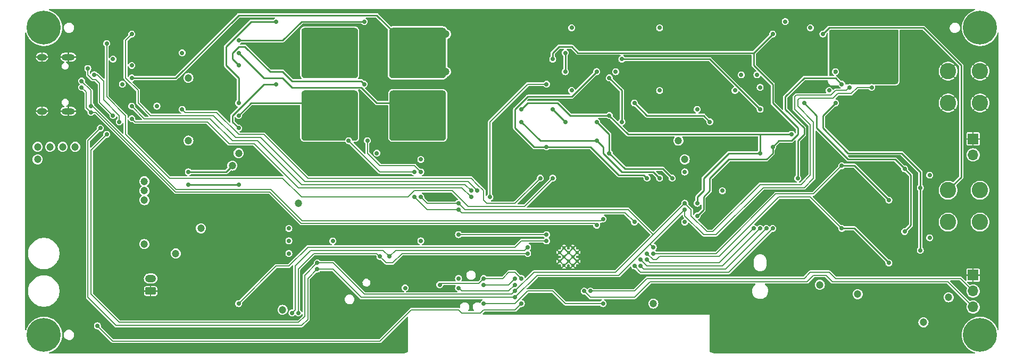
<source format=gbr>
G04 #@! TF.GenerationSoftware,KiCad,Pcbnew,7.0.8*
G04 #@! TF.CreationDate,2024-04-21T12:19:53-07:00*
G04 #@! TF.ProjectId,UsbSourceMeasure,55736253-6f75-4726-9365-4d6561737572,rev?*
G04 #@! TF.SameCoordinates,PX8f0d180PY7270e00*
G04 #@! TF.FileFunction,Copper,L4,Bot*
G04 #@! TF.FilePolarity,Positive*
%FSLAX46Y46*%
G04 Gerber Fmt 4.6, Leading zero omitted, Abs format (unit mm)*
G04 Created by KiCad (PCBNEW 7.0.8) date 2024-04-21 12:19:53*
%MOMM*%
%LPD*%
G01*
G04 APERTURE LIST*
G04 Aperture macros list*
%AMRoundRect*
0 Rectangle with rounded corners*
0 $1 Rounding radius*
0 $2 $3 $4 $5 $6 $7 $8 $9 X,Y pos of 4 corners*
0 Add a 4 corners polygon primitive as box body*
4,1,4,$2,$3,$4,$5,$6,$7,$8,$9,$2,$3,0*
0 Add four circle primitives for the rounded corners*
1,1,$1+$1,$2,$3*
1,1,$1+$1,$4,$5*
1,1,$1+$1,$6,$7*
1,1,$1+$1,$8,$9*
0 Add four rect primitives between the rounded corners*
20,1,$1+$1,$2,$3,$4,$5,0*
20,1,$1+$1,$4,$5,$6,$7,0*
20,1,$1+$1,$6,$7,$8,$9,0*
20,1,$1+$1,$8,$9,$2,$3,0*%
G04 Aperture macros list end*
G04 #@! TA.AperFunction,ComponentPad*
%ADD10C,0.800000*%
G04 #@! TD*
G04 #@! TA.AperFunction,ComponentPad*
%ADD11C,5.400000*%
G04 #@! TD*
G04 #@! TA.AperFunction,ComponentPad*
%ADD12R,1.700000X1.700000*%
G04 #@! TD*
G04 #@! TA.AperFunction,ComponentPad*
%ADD13O,1.700000X1.700000*%
G04 #@! TD*
G04 #@! TA.AperFunction,ComponentPad*
%ADD14O,2.100000X1.000000*%
G04 #@! TD*
G04 #@! TA.AperFunction,ComponentPad*
%ADD15O,1.600000X1.000000*%
G04 #@! TD*
G04 #@! TA.AperFunction,ComponentPad*
%ADD16C,2.600000*%
G04 #@! TD*
G04 #@! TA.AperFunction,ComponentPad*
%ADD17RoundRect,0.250000X0.625000X-0.350000X0.625000X0.350000X-0.625000X0.350000X-0.625000X-0.350000X0*%
G04 #@! TD*
G04 #@! TA.AperFunction,ComponentPad*
%ADD18O,1.750000X1.200000*%
G04 #@! TD*
G04 #@! TA.AperFunction,HeatsinkPad*
%ADD19C,0.600000*%
G04 #@! TD*
G04 #@! TA.AperFunction,ViaPad*
%ADD20C,0.700000*%
G04 #@! TD*
G04 #@! TA.AperFunction,ViaPad*
%ADD21C,1.200000*%
G04 #@! TD*
G04 #@! TA.AperFunction,Conductor*
%ADD22C,0.200000*%
G04 #@! TD*
G04 #@! TA.AperFunction,Conductor*
%ADD23C,0.160000*%
G04 #@! TD*
G04 #@! TA.AperFunction,Conductor*
%ADD24C,0.250000*%
G04 #@! TD*
G04 APERTURE END LIST*
D10*
X74975000Y-12000000D03*
X75568109Y-10568109D03*
X75568109Y-13431891D03*
X77000000Y-9975000D03*
D11*
X77000000Y-12000000D03*
D10*
X77000000Y-14025000D03*
X78431891Y-10568109D03*
X78431891Y-13431891D03*
X79025000Y-12000000D03*
D12*
X75900000Y19270000D03*
D13*
X75900000Y16730000D03*
D14*
X-68110000Y32320000D03*
D15*
X-72290000Y32320000D03*
D14*
X-68110000Y23680000D03*
D15*
X-72290000Y23680000D03*
D16*
X77000000Y25000000D03*
X77000000Y30080000D03*
X71920000Y25000000D03*
X71920000Y30080000D03*
D17*
X-55000000Y-5000000D03*
D18*
X-55000000Y-3000000D03*
D19*
X10100000Y1160000D03*
X10100000Y-240000D03*
X10800000Y1860000D03*
X10800000Y460000D03*
X10800000Y-940000D03*
X11500000Y1160000D03*
X11500000Y-240000D03*
X12200000Y1860000D03*
X12200000Y460000D03*
X12200000Y-940000D03*
X12900000Y1160000D03*
X12900000Y-240000D03*
D10*
X74975000Y37000000D03*
X75568109Y38431891D03*
X75568109Y35568109D03*
X77000000Y39025000D03*
D11*
X77000000Y37000000D03*
D10*
X77000000Y34975000D03*
X78431891Y38431891D03*
X78431891Y35568109D03*
X79025000Y37000000D03*
D16*
X77000000Y6000000D03*
X77000000Y11080000D03*
X71920000Y6000000D03*
X71920000Y11080000D03*
D10*
X-74025000Y-12000000D03*
X-73431891Y-10568109D03*
X-73431891Y-13431891D03*
X-72000000Y-9975000D03*
D11*
X-72000000Y-12000000D03*
D10*
X-72000000Y-14025000D03*
X-70568109Y-10568109D03*
X-70568109Y-13431891D03*
X-69975000Y-12000000D03*
X-74025000Y37000000D03*
X-73431891Y38431891D03*
X-73431891Y35568109D03*
X-72000000Y39025000D03*
D11*
X-72000000Y37000000D03*
D10*
X-72000000Y34975000D03*
X-70568109Y38431891D03*
X-70568109Y35568109D03*
X-69975000Y37000000D03*
D12*
X75900000Y-2460000D03*
D13*
X75900000Y-5000000D03*
X75900000Y-7540000D03*
D20*
X-26000000Y3000000D03*
X-17000000Y500000D03*
X-18500000Y500000D03*
X-33000000Y5000000D03*
X-33000000Y3000000D03*
X7000000Y13000000D03*
X-50000000Y24000000D03*
X28000000Y11000000D03*
D21*
X20740000Y-7260000D03*
X-18000000Y22250000D03*
D20*
X8000000Y27000000D03*
X58000000Y24000000D03*
D21*
X-35000000Y-11500000D03*
X-45000000Y19000000D03*
D20*
X-6000000Y-7000000D03*
X-50000000Y20000000D03*
D21*
X-58000000Y10000000D03*
D20*
X-14000000Y3000000D03*
X25000000Y-5000000D03*
X4000000Y13000000D03*
D21*
X-46500000Y9000000D03*
D20*
X59500000Y21000000D03*
X62000000Y25000000D03*
X24000000Y11000000D03*
X-7000000Y3000000D03*
X35000000Y13000000D03*
D21*
X-20000000Y22250000D03*
D20*
X59500000Y23000000D03*
X65000000Y3500000D03*
D21*
X60475000Y-5500000D03*
X-47000000Y17000000D03*
D20*
X34000000Y8000000D03*
X65000000Y13500000D03*
X58000000Y22000000D03*
D21*
X72000000Y-10000000D03*
D20*
X42000000Y14000000D03*
X-41493750Y-5000000D03*
X21000000Y30000000D03*
X-19000000Y19000000D03*
D21*
X68000000Y-6000000D03*
D20*
X61000000Y22000000D03*
X-63000000Y32000000D03*
X-64250000Y28000000D03*
X32825000Y22000000D03*
X22000000Y37000000D03*
X62000000Y21000000D03*
X42000000Y13000000D03*
X-14000000Y16000000D03*
X48000000Y9000000D03*
D21*
X-47000000Y1000000D03*
D20*
X24000000Y7000000D03*
X57000000Y25000000D03*
X-50000000Y25000000D03*
D21*
X-32000000Y23750000D03*
D20*
X-7000000Y10000000D03*
D21*
X-18000000Y23750000D03*
D20*
X54000000Y30000000D03*
X-50000000Y36000000D03*
D21*
X-54000000Y10000000D03*
D20*
X8000000Y37000000D03*
D21*
X-46000000Y15000000D03*
X-34000000Y23750000D03*
X-51000000Y5000000D03*
D20*
X44000000Y32000000D03*
X48000000Y7000000D03*
D21*
X-20000000Y23750000D03*
D20*
X-37000000Y1000000D03*
X57000000Y21000000D03*
X21000000Y18000000D03*
X57000000Y23000000D03*
D21*
X-32000000Y22250000D03*
D20*
X-54000000Y33000000D03*
X49000000Y27000000D03*
X22000000Y27000000D03*
X62000000Y23000000D03*
X-18500000Y-8500000D03*
X59500000Y25000000D03*
X37000000Y18000000D03*
D21*
X-45000000Y29000000D03*
D20*
X1000000Y18000000D03*
X61000000Y24000000D03*
D21*
X-34000000Y22250000D03*
D20*
X34000000Y10000000D03*
X47000000Y18000000D03*
X34000000Y6000000D03*
X-24000000Y33000000D03*
D21*
X-42000000Y15000000D03*
D20*
X-24000000Y31000000D03*
X-29000000Y31000000D03*
X-26500000Y33000000D03*
X-29000000Y35000000D03*
D21*
X-67000000Y18000000D03*
D20*
X-49000000Y14000000D03*
D21*
X-71000000Y18000000D03*
D20*
X-25000000Y34000000D03*
X-59500000Y28000000D03*
X-26500000Y31000000D03*
X-29000000Y33000000D03*
X-28000000Y32000000D03*
X-25000000Y32000000D03*
D21*
X-41000000Y17000000D03*
X-69000000Y18000000D03*
D20*
X-28000000Y34000000D03*
X-26500000Y35000000D03*
D21*
X-73000000Y18000000D03*
D20*
X-24000000Y35000000D03*
D21*
X-73000000Y16000000D03*
X-56000000Y11000000D03*
D20*
X-6000000Y-3000000D03*
D21*
X-34000000Y-8000000D03*
D20*
X-54000000Y24500000D03*
X-50000000Y33000000D03*
D21*
X-56000000Y2500000D03*
X25000000Y-7000000D03*
X-56000000Y9500000D03*
X-56000000Y12500000D03*
D20*
X-12000000Y3000000D03*
X48000000Y13000000D03*
D21*
X51500000Y-4000000D03*
D20*
X-33000000Y1000000D03*
X-58000000Y31000000D03*
X-61000000Y32000000D03*
X-19000000Y17000000D03*
X-14500000Y-4500000D03*
X55000000Y28000000D03*
X20000000Y22000000D03*
X18000000Y29000000D03*
X19000000Y30000000D03*
X12000000Y37000000D03*
X53000000Y27000000D03*
X30000000Y14000000D03*
X12000000Y27000000D03*
D21*
X29000000Y19000000D03*
D20*
X26000000Y27000000D03*
X26000000Y37000000D03*
X50000000Y37000000D03*
X42000000Y27500000D03*
D21*
X72000000Y-6000000D03*
D20*
X69000000Y13500000D03*
X69000000Y3500000D03*
X11000000Y22000000D03*
X11000000Y33000000D03*
X11000000Y30000000D03*
X9000000Y24000000D03*
X46000000Y38000000D03*
X38000000Y27000000D03*
D21*
X57525000Y-5500000D03*
D20*
X32000000Y24000000D03*
X41500000Y29500000D03*
X30000000Y6000000D03*
X36000000Y11000000D03*
D21*
X-47000000Y5000000D03*
X-31500000Y9000000D03*
X-49000000Y29000000D03*
X30000000Y16000000D03*
X68000000Y-10000000D03*
D20*
X39000000Y29500000D03*
D21*
X-49000000Y19000000D03*
D20*
X-12000000Y16000000D03*
D21*
X-51000000Y1000000D03*
D20*
X47000000Y20000000D03*
X42000000Y17000000D03*
X32000000Y9000000D03*
X18000000Y23000000D03*
X4000000Y24000000D03*
X17000000Y-7000000D03*
X-2000000Y-7000000D03*
X-23500000Y19000000D03*
X-65000000Y30500000D03*
X-13000000Y14000000D03*
X-6000000Y8000000D03*
X3000000Y-6000000D03*
X-28500000Y-1500000D03*
X25000000Y2000000D03*
X59750000Y27500000D03*
X-63000000Y21000000D03*
X22000000Y6000000D03*
X-13000000Y10000000D03*
X-61000000Y23000000D03*
X30000000Y8000000D03*
X65000000Y4500000D03*
X65000000Y14500000D03*
X49000000Y25000000D03*
X52000000Y36000000D03*
X-35000000Y28000000D03*
X-41000000Y21000000D03*
X-35000000Y38000000D03*
X-41000000Y25000000D03*
X-21000000Y28000000D03*
X-41000000Y31000000D03*
X-41000000Y35000000D03*
X-21000000Y38000000D03*
X16000000Y30000000D03*
X24000000Y13000000D03*
X8000000Y18000000D03*
X4000000Y22000000D03*
X26000000Y13000000D03*
X16000000Y19000000D03*
X28000000Y13000000D03*
X18000000Y17000000D03*
X16000000Y22000000D03*
X9000000Y13000000D03*
X-62000000Y34500000D03*
X44000000Y5000000D03*
X22000000Y-1000000D03*
X56250000Y27500000D03*
X-60000000Y22000000D03*
X-12000000Y10000000D03*
X3000000Y-5000000D03*
X30000000Y9000000D03*
X-20500000Y19000000D03*
X-12000000Y14000000D03*
X-64000000Y29500000D03*
X-6000000Y9000000D03*
X-28500000Y-500000D03*
X-62000000Y20000000D03*
X8000000Y28000000D03*
X-1000000Y10000000D03*
X4000000Y-3000000D03*
X-9000000Y-4000000D03*
X-2000000Y-3000000D03*
X-2000000Y-4000000D03*
X3000000Y-3000000D03*
X-6000000Y-4500000D03*
X3000000Y-4000000D03*
X61000000Y34000000D03*
X59500000Y35000000D03*
D21*
X-8000000Y36000000D03*
D20*
X-11000000Y34000000D03*
X-58000000Y29000000D03*
X59500000Y31000000D03*
X59500000Y33000000D03*
X58000000Y34000000D03*
X-12500000Y33000000D03*
X-15000000Y33000000D03*
X57000000Y33000000D03*
D21*
X-8000000Y30000000D03*
D20*
X-11000000Y32000000D03*
X-15000000Y35000000D03*
X62000000Y33000000D03*
X61000000Y32000000D03*
X-14000000Y34000000D03*
X-10000000Y35000000D03*
X-10000000Y33000000D03*
X-15000000Y31000000D03*
X-12500000Y35000000D03*
X-14000000Y32000000D03*
X62000000Y35000000D03*
X58000000Y32000000D03*
X57000000Y35000000D03*
X-12500000Y31000000D03*
X57000000Y31000000D03*
X62000000Y31000000D03*
X-10000000Y31000000D03*
X-14000000Y22000000D03*
X-12500000Y23000000D03*
X-11000000Y22000000D03*
X-15000000Y23000000D03*
X-15000000Y25000000D03*
X-41000000Y33000000D03*
X-10000000Y21000000D03*
X-10000000Y25000000D03*
X-15000000Y21000000D03*
X-10000000Y23000000D03*
X-14000000Y24000000D03*
X-11000000Y24000000D03*
X-12500000Y21000000D03*
X-12500000Y25000000D03*
X-24000000Y21000000D03*
X-29000000Y21000000D03*
X-29000000Y23000000D03*
X-24000000Y25000000D03*
X-26500000Y23000000D03*
X-28000000Y22000000D03*
X-25000000Y22000000D03*
X-25000000Y24000000D03*
X-24000000Y23000000D03*
X-28000000Y24000000D03*
X-29000000Y25000000D03*
X-26500000Y21000000D03*
X-41000000Y23000000D03*
X-26500000Y25000000D03*
X20000000Y32000000D03*
X42000000Y24000000D03*
X22000000Y25000000D03*
X34000000Y22000000D03*
X8000000Y4000000D03*
X-6000000Y4000000D03*
X41000000Y5000000D03*
X24000000Y0D03*
X23000000Y0D03*
X42000000Y5000000D03*
X23000000Y-1000000D03*
X43000000Y5000000D03*
X-64500000Y23500000D03*
X-66000000Y27500000D03*
X16000000Y5500000D03*
X-66000000Y28500000D03*
X-64500000Y24500000D03*
X17000000Y6500000D03*
X44000000Y18000000D03*
X32000000Y7000000D03*
X9000000Y32000000D03*
X44000000Y36000000D03*
X-58000000Y22500000D03*
X-4000000Y10000000D03*
X-3000000Y11000000D03*
X-58000000Y36000000D03*
X-58000000Y24500000D03*
X-4000000Y11000000D03*
X-31500000Y-8500000D03*
X5000000Y1000000D03*
X-32500000Y-8500000D03*
X5000000Y2000000D03*
X15000000Y-5000000D03*
X14000000Y-5000000D03*
X8000000Y3000000D03*
X-41000000Y-7000000D03*
X62500000Y9500000D03*
X25000000Y1000000D03*
X55000000Y15000000D03*
X24000000Y1000000D03*
X55000000Y5000000D03*
X62500000Y-500000D03*
X-49000000Y12000000D03*
X-41000000Y12000000D03*
X54000000Y25000000D03*
X67500000Y1500000D03*
X67500000Y11450000D03*
X4000000Y-7000000D03*
X-63475000Y-10550000D03*
D22*
X-17500000Y-500000D02*
X-16500000Y-500000D01*
X-16500000Y-500000D02*
X-15000000Y1000000D01*
X-19000000Y1000000D02*
X-17500000Y-500000D01*
X-31500000Y-1500000D02*
X-29000000Y1000000D01*
X-29000000Y1000000D02*
X-19000000Y1000000D01*
X-15000000Y1000000D02*
X5000000Y1000000D01*
X-31500000Y-8500000D02*
X-31500000Y-1500000D01*
X-18000000Y1500000D02*
X-17000000Y500000D01*
X-29500000Y1500000D02*
X-18000000Y1500000D01*
X-32000000Y-8000000D02*
X-32000000Y-1000000D01*
X-32500000Y-8500000D02*
X-32000000Y-8000000D01*
X-32000000Y-1000000D02*
X-29500000Y1500000D01*
X-64500000Y27000000D02*
X-66000000Y28500000D01*
X-64500000Y24500000D02*
X-64500000Y27000000D01*
D23*
X16680000Y6180000D02*
X17000000Y6500000D01*
X-35925440Y11180000D02*
X-30925440Y6180000D01*
X-30925440Y6180000D02*
X16680000Y6180000D01*
X-50925440Y11180000D02*
X-35925440Y11180000D01*
X-64245440Y24500000D02*
X-50925440Y11180000D01*
X-64500000Y24500000D02*
X-64245440Y24500000D01*
D22*
X-65250000Y26750000D02*
X-66000000Y27500000D01*
X-65250000Y24250000D02*
X-65250000Y26750000D01*
X-64500000Y23500000D02*
X-65250000Y24250000D01*
D23*
X-31074560Y5820000D02*
X15680000Y5820000D01*
X-36074560Y10820000D02*
X-31074560Y5820000D01*
X-63754560Y23500000D02*
X-51074560Y10820000D01*
X-51074560Y10820000D02*
X-36074560Y10820000D01*
X15680000Y5820000D02*
X16000000Y5500000D01*
X-64500000Y23500000D02*
X-63754560Y23500000D01*
D22*
X-65000000Y29500000D02*
X-65000000Y30500000D01*
X-64250000Y28750000D02*
X-65000000Y29500000D01*
X-63125000Y28125000D02*
X-63750000Y28750000D01*
X-63750000Y28750000D02*
X-64250000Y28750000D01*
X-63125000Y25125000D02*
X-63125000Y28125000D01*
X-61000000Y23000000D02*
X-63125000Y25125000D01*
X-63500000Y29500000D02*
X-64000000Y29500000D01*
X-62500000Y28500000D02*
X-63500000Y29500000D01*
X-62500000Y25500000D02*
X-62500000Y28500000D01*
X-60000000Y22000000D02*
X-60000000Y23000000D01*
X-60000000Y23000000D02*
X-62500000Y25500000D01*
X4500000Y1500000D02*
X5000000Y2000000D01*
X-16000000Y1500000D02*
X4500000Y1500000D01*
X-17000000Y500000D02*
X-16000000Y1500000D01*
X-21500000Y-6000000D02*
X3000000Y-6000000D01*
X-26000000Y-1500000D02*
X-21500000Y-6000000D01*
X-65000000Y19000000D02*
X-63000000Y21000000D01*
X-60500000Y-10500000D02*
X-65000000Y-6000000D01*
X-65000000Y-6000000D02*
X-65000000Y19000000D01*
X-31000000Y-10500000D02*
X-60500000Y-10500000D01*
X-30000000Y-3000000D02*
X-30000000Y-9500000D01*
X-28500000Y-1500000D02*
X-30000000Y-3000000D01*
X-30000000Y-9500000D02*
X-31000000Y-10500000D01*
X-28500000Y-1500000D02*
X-26000000Y-1500000D01*
X2500000Y-5500000D02*
X3000000Y-5000000D01*
X-21000000Y-5500000D02*
X2500000Y-5500000D01*
X-26000000Y-500000D02*
X-21000000Y-5500000D01*
X-28500000Y-500000D02*
X-26000000Y-500000D01*
X-64500000Y-5500000D02*
X-64500000Y17500000D01*
X-31500000Y-10000000D02*
X-60000000Y-10000000D01*
X-60000000Y-10000000D02*
X-64500000Y-5500000D01*
X-30500000Y-9000000D02*
X-31500000Y-10000000D01*
X-64500000Y17500000D02*
X-62000000Y20000000D01*
X-30500000Y-2500000D02*
X-30500000Y-9000000D01*
X-28500000Y-500000D02*
X-30500000Y-2500000D01*
X3000000Y-8000000D02*
X4000000Y-7000000D01*
X-5500000Y-8500000D02*
X-2500000Y-8500000D01*
X-6000000Y-8000000D02*
X-5500000Y-8500000D01*
X-2500000Y-8500000D02*
X-2000000Y-8000000D01*
X-18500000Y-13000000D02*
X-13500000Y-8000000D01*
X-2000000Y-8000000D02*
X3000000Y-8000000D01*
X-61025000Y-13000000D02*
X-18500000Y-13000000D01*
X-13500000Y-8000000D02*
X-6000000Y-8000000D01*
X-63475000Y-10550000D02*
X-61025000Y-13000000D01*
X3000000Y9000000D02*
X7000000Y13000000D01*
X-500000Y9000000D02*
X3000000Y9000000D01*
X-1500000Y9000000D02*
X-500000Y9000000D01*
X-2000000Y9500000D02*
X-1500000Y9000000D01*
X-3000000Y12000000D02*
X-2000000Y11000000D01*
X-2000000Y11000000D02*
X-2000000Y9500000D01*
X-62000000Y26000000D02*
X-62000000Y34500000D01*
X-59000000Y23000000D02*
X-62000000Y26000000D01*
X-59000000Y20000000D02*
X-59000000Y23000000D01*
X-52000000Y13000000D02*
X-59000000Y20000000D01*
X-34000000Y13000000D02*
X-52000000Y13000000D01*
X-31000000Y10000000D02*
X-34000000Y13000000D01*
X-14000000Y10000000D02*
X-31000000Y10000000D01*
X-13000000Y11000000D02*
X-14000000Y10000000D01*
X-4500000Y8500000D02*
X-7000000Y11000000D01*
X-7000000Y11000000D02*
X-13000000Y11000000D01*
X4500000Y8500000D02*
X-4500000Y8500000D01*
X9000000Y13000000D02*
X4500000Y8500000D01*
X-30000000Y13000000D02*
X-4000000Y13000000D01*
X-37000000Y20000000D02*
X-30000000Y13000000D01*
X-4000000Y13000000D02*
X-3000000Y12000000D01*
X-41000000Y20000000D02*
X-37000000Y20000000D01*
X-44500000Y23500000D02*
X-41000000Y20000000D01*
X-49500000Y23500000D02*
X-44500000Y23500000D01*
X-50000000Y24000000D02*
X-49500000Y23500000D01*
X-59000000Y35000000D02*
X-58000000Y36000000D01*
X-59000000Y29000000D02*
X-59000000Y35000000D01*
X-57000000Y27000000D02*
X-59000000Y29000000D01*
X-55000000Y23000000D02*
X-57000000Y25000000D01*
X-37500000Y19500000D02*
X-41500000Y19500000D01*
X-41500000Y19500000D02*
X-45000000Y23000000D01*
X-45000000Y23000000D02*
X-55000000Y23000000D01*
X-30500000Y12500000D02*
X-37500000Y19500000D01*
X-57000000Y25000000D02*
X-57000000Y27000000D01*
X-3000000Y11000000D02*
X-4500000Y12500000D01*
X-4500000Y12500000D02*
X-30500000Y12500000D01*
X-56000000Y22500000D02*
X-58000000Y24500000D01*
X-45500000Y22500000D02*
X-56000000Y22500000D01*
X-42000000Y19000000D02*
X-45500000Y22500000D01*
X-31000000Y12000000D02*
X-38000000Y19000000D01*
X-38000000Y19000000D02*
X-42000000Y19000000D01*
X-5000000Y12000000D02*
X-31000000Y12000000D01*
X-4000000Y11000000D02*
X-5000000Y12000000D01*
X-57500000Y22000000D02*
X-58000000Y22500000D01*
X-42500000Y18500000D02*
X-46000000Y22000000D01*
X-46000000Y22000000D02*
X-57500000Y22000000D01*
X-38500000Y18500000D02*
X-42500000Y18500000D01*
X-5500000Y11500000D02*
X-31500000Y11500000D01*
X-4000000Y10000000D02*
X-5500000Y11500000D01*
X-31500000Y11500000D02*
X-38500000Y18500000D01*
D24*
X-49000000Y14000000D02*
X-43000000Y14000000D01*
X-43000000Y14000000D02*
X-42000000Y15000000D01*
X49000000Y29000000D02*
X54000000Y29000000D01*
X48000000Y13000000D02*
X48000000Y19000000D01*
X48000000Y19000000D02*
X49000000Y20000000D01*
X46000000Y24000000D02*
X46000000Y26000000D01*
X49000000Y20000000D02*
X49000000Y21000000D01*
X49000000Y21000000D02*
X46000000Y24000000D01*
X46000000Y26000000D02*
X49000000Y29000000D01*
X54000000Y29000000D02*
X55000000Y28000000D01*
X18000000Y29000000D02*
X20000000Y27000000D01*
X20000000Y27000000D02*
X20000000Y22000000D01*
X9000000Y24000000D02*
X11000000Y22000000D01*
X11000000Y33000000D02*
X11000000Y30000000D01*
X9750000Y25000000D02*
X11750000Y23000000D01*
X33000000Y13000000D02*
X33000000Y11000000D01*
X11750000Y23000000D02*
X18000000Y23000000D01*
X47000000Y20000000D02*
X42000000Y20000000D01*
X4000000Y24000000D02*
X5000000Y25000000D01*
X37000000Y17000000D02*
X33000000Y13000000D01*
X42000000Y17000000D02*
X37000000Y17000000D01*
X33000000Y11000000D02*
X32000000Y10000000D01*
X42000000Y20000000D02*
X21000000Y20000000D01*
X5000000Y25000000D02*
X9750000Y25000000D01*
X32000000Y10000000D02*
X32000000Y9000000D01*
X21000000Y20000000D02*
X18000000Y23000000D01*
X42000000Y17000000D02*
X42000000Y20000000D01*
D22*
X17000000Y-7000000D02*
X11000000Y-7000000D01*
X3000000Y-7000000D02*
X5000000Y-5000000D01*
X5000000Y-5000000D02*
X9000000Y-5000000D01*
X11000000Y-7000000D02*
X9000000Y-5000000D01*
X-2000000Y-7000000D02*
X3000000Y-7000000D01*
X50500000Y13000000D02*
X49000000Y11500000D01*
X-11000000Y8000000D02*
X-13000000Y10000000D01*
X-13000000Y14000000D02*
X-18500000Y14000000D01*
X6500000Y-2500000D02*
X19500000Y-2500000D01*
X53625000Y25750000D02*
X48250000Y25750000D01*
X48000000Y25500000D02*
X48000000Y24500000D01*
X-18500000Y14000000D02*
X-23500000Y19000000D01*
X59750000Y27500000D02*
X57500000Y27500000D01*
X56500000Y26500000D02*
X54375000Y26500000D01*
X57500000Y27500000D02*
X56500000Y26500000D01*
X3000000Y-6000000D02*
X6500000Y-2500000D01*
X48000000Y24500000D02*
X50500000Y22000000D01*
X54375000Y26500000D02*
X53625000Y25750000D01*
X42500000Y11500000D02*
X35000000Y4000000D01*
X49000000Y11500000D02*
X42500000Y11500000D01*
X50500000Y22000000D02*
X50500000Y13000000D01*
X-5500000Y7500000D02*
X20500000Y7500000D01*
X48250000Y25750000D02*
X48000000Y25500000D01*
X20500000Y7500000D02*
X22000000Y6000000D01*
X-6000000Y8000000D02*
X-11000000Y8000000D01*
X24500000Y2500000D02*
X30000000Y8000000D01*
X30000000Y7000000D02*
X30000000Y8000000D01*
X24500000Y2500000D02*
X25000000Y2000000D01*
X35000000Y4000000D02*
X33000000Y4000000D01*
X-6000000Y8000000D02*
X-5500000Y7500000D01*
X33000000Y4000000D02*
X30000000Y7000000D01*
X19500000Y-2500000D02*
X24500000Y2500000D01*
D24*
X56000000Y16000000D02*
X63500000Y16000000D01*
X66000000Y13500000D02*
X66000000Y5500000D01*
X66000000Y5500000D02*
X65000000Y4500000D01*
X65000000Y14500000D02*
X66000000Y13500000D01*
X63500000Y16000000D02*
X65000000Y14500000D01*
X51000000Y21000000D02*
X56000000Y16000000D01*
X68000000Y37000000D02*
X53000000Y37000000D01*
X71920000Y11080000D02*
X74000000Y13160000D01*
X74000000Y13160000D02*
X74000000Y31000000D01*
X74000000Y31000000D02*
X68000000Y37000000D01*
X51000000Y23000000D02*
X51000000Y21000000D01*
X53000000Y37000000D02*
X52000000Y36000000D01*
X49000000Y25000000D02*
X51000000Y23000000D01*
X-42000000Y22000000D02*
X-42000000Y23000000D01*
X-41000000Y21000000D02*
X-42000000Y22000000D01*
X-42000000Y23000000D02*
X-37000000Y28000000D01*
X-37000000Y28000000D02*
X-35000000Y28000000D01*
X-41000000Y25000000D02*
X-41000000Y29000000D01*
X-41000000Y29000000D02*
X-43000000Y31000000D01*
X-43000000Y34000000D02*
X-39000000Y38000000D01*
X-43000000Y31000000D02*
X-43000000Y34000000D01*
X-39000000Y38000000D02*
X-35000000Y38000000D01*
X-42000000Y33000000D02*
X-41000000Y34000000D01*
X-41000000Y31000000D02*
X-42000000Y32000000D01*
X-34000000Y30000000D02*
X-32500000Y28500000D01*
X-36000000Y30000000D02*
X-34000000Y30000000D01*
X-32500000Y28500000D02*
X-21500000Y28500000D01*
X-42000000Y32000000D02*
X-42000000Y33000000D01*
X-41000000Y34000000D02*
X-40000000Y34000000D01*
X-21500000Y28500000D02*
X-21000000Y28000000D01*
X-40000000Y34000000D02*
X-36000000Y30000000D01*
X-31000000Y38000000D02*
X-21000000Y38000000D01*
X-34000000Y35000000D02*
X-31000000Y38000000D01*
X-41000000Y35000000D02*
X-34000000Y35000000D01*
X8000000Y18000000D02*
X6000000Y18000000D01*
X23500000Y13500000D02*
X24000000Y13000000D01*
X6000000Y18000000D02*
X3000000Y21000000D01*
X8000000Y18000000D02*
X15000000Y18000000D01*
X19500000Y13500000D02*
X23500000Y13500000D01*
X15000000Y18000000D02*
X19500000Y13500000D01*
X5000000Y26000000D02*
X12000000Y26000000D01*
X3000000Y24000000D02*
X5000000Y26000000D01*
X3000000Y21000000D02*
X3000000Y24000000D01*
X12000000Y26000000D02*
X16000000Y30000000D01*
X4000000Y22000000D02*
X7000000Y19000000D01*
X25000000Y14000000D02*
X26000000Y13000000D01*
X20000000Y14000000D02*
X25000000Y14000000D01*
X7000000Y19000000D02*
X16000000Y19000000D01*
X17000000Y18000000D02*
X17000000Y17000000D01*
X17000000Y17000000D02*
X20000000Y14000000D01*
X16000000Y19000000D02*
X17000000Y18000000D01*
X18000000Y17000000D02*
X20500000Y14500000D01*
X16000000Y22000000D02*
X18000000Y20000000D01*
X26500000Y14500000D02*
X28000000Y13000000D01*
X20500000Y14500000D02*
X26500000Y14500000D01*
X18000000Y20000000D02*
X18000000Y17000000D01*
D22*
X37000000Y-2000000D02*
X23000000Y-2000000D01*
X44000000Y5000000D02*
X37000000Y-2000000D01*
X23000000Y-2000000D02*
X22000000Y-1000000D01*
X50000000Y13500000D02*
X50000000Y21500000D01*
X53250000Y26250000D02*
X54000000Y27000000D01*
X-5000000Y8000000D02*
X21000000Y8000000D01*
X48500000Y12000000D02*
X50000000Y13500000D01*
X33500000Y4500000D02*
X34500000Y4500000D01*
X19000000Y-2000000D02*
X25000000Y4000000D01*
X34500000Y4500000D02*
X42000000Y12000000D01*
X-6000000Y9000000D02*
X-5000000Y8000000D01*
X50000000Y21500000D02*
X47500000Y24000000D01*
X47500000Y24000000D02*
X47500000Y26000000D01*
X3000000Y-5000000D02*
X6000000Y-2000000D01*
X54000000Y27000000D02*
X55750000Y27000000D01*
X55750000Y27000000D02*
X56250000Y27500000D01*
X-11000000Y9000000D02*
X-12000000Y10000000D01*
X31000000Y8000000D02*
X31000000Y7000000D01*
X-13000000Y15000000D02*
X-18500000Y15000000D01*
X21000000Y8000000D02*
X25000000Y4000000D01*
X47750000Y26250000D02*
X53250000Y26250000D01*
X30000000Y9000000D02*
X31000000Y8000000D01*
X-12000000Y14000000D02*
X-13000000Y15000000D01*
X47500000Y26000000D02*
X47750000Y26250000D01*
X31000000Y7000000D02*
X33500000Y4500000D01*
X25000000Y4000000D02*
X30000000Y9000000D01*
X6000000Y-2000000D02*
X19000000Y-2000000D01*
X-18500000Y15000000D02*
X-20500000Y17000000D01*
X42000000Y12000000D02*
X48500000Y12000000D01*
X-20500000Y17000000D02*
X-20500000Y19000000D01*
X-6000000Y9000000D02*
X-11000000Y9000000D01*
X5000000Y28000000D02*
X8000000Y28000000D01*
X-1000000Y10000000D02*
X-1000000Y22000000D01*
X-1000000Y22000000D02*
X5000000Y28000000D01*
X-2750000Y-3750000D02*
X-2000000Y-3000000D01*
X2000000Y-2000000D02*
X3000000Y-2000000D01*
X1000000Y-3000000D02*
X-2000000Y-3000000D01*
X-8750000Y-3750000D02*
X-2750000Y-3750000D01*
X-9000000Y-4000000D02*
X-8750000Y-3750000D01*
X1000000Y-3000000D02*
X2000000Y-2000000D01*
X3000000Y-2000000D02*
X4000000Y-3000000D01*
X2000000Y-4000000D02*
X3000000Y-3000000D01*
X-2000000Y-4000000D02*
X2000000Y-4000000D01*
X2000000Y-5000000D02*
X3000000Y-4000000D01*
X-5500000Y-5000000D02*
X2000000Y-5000000D01*
X-6000000Y-4500000D02*
X-5500000Y-5000000D01*
D24*
X-19000000Y39000000D02*
X-15000000Y35000000D01*
X-51000000Y29000000D02*
X-41000000Y39000000D01*
X-58000000Y29000000D02*
X-51000000Y29000000D01*
X-41000000Y39000000D02*
X-19000000Y39000000D01*
X-21500000Y27500000D02*
X-19000000Y25000000D01*
X-32500000Y27500000D02*
X-21500000Y27500000D01*
X-19000000Y25000000D02*
X-15000000Y25000000D01*
X-34000000Y29000000D02*
X-32500000Y27500000D01*
X-41000000Y33000000D02*
X-37000000Y29000000D01*
X-37000000Y29000000D02*
X-34000000Y29000000D01*
X-39000000Y25000000D02*
X-29000000Y25000000D01*
X-41000000Y23000000D02*
X-39000000Y25000000D01*
X34000000Y32000000D02*
X20000000Y32000000D01*
X42000000Y24000000D02*
X34000000Y32000000D01*
X33000000Y23000000D02*
X24000000Y23000000D01*
X34000000Y22000000D02*
X33000000Y23000000D01*
X24000000Y23000000D02*
X22000000Y25000000D01*
D22*
X8000000Y4000000D02*
X-6000000Y4000000D01*
X24500000Y-500000D02*
X35500000Y-500000D01*
X35500000Y-500000D02*
X41000000Y5000000D01*
X24000000Y0D02*
X24500000Y-500000D01*
X23000000Y0D02*
X24000000Y-1000000D01*
X24000000Y-1000000D02*
X36000000Y-1000000D01*
X36000000Y-1000000D02*
X42000000Y5000000D01*
X36500000Y-1500000D02*
X43000000Y5000000D01*
X23500000Y-1500000D02*
X36500000Y-1500000D01*
X23000000Y-1000000D02*
X23500000Y-1500000D01*
D24*
X44000000Y17000000D02*
X44000000Y18000000D01*
X33000000Y10000000D02*
X34000000Y11000000D01*
X34000000Y13000000D02*
X37000000Y16000000D01*
X32000000Y7000000D02*
X33000000Y8000000D01*
X9000000Y32000000D02*
X9000000Y33000000D01*
X44000000Y18000000D02*
X45000000Y19000000D01*
X10000000Y34000000D02*
X12000000Y34000000D01*
X43000000Y16000000D02*
X44000000Y17000000D01*
X45000000Y19000000D02*
X47000000Y19000000D01*
X48000000Y20000000D02*
X48000000Y21000000D01*
X13000000Y33000000D02*
X41000000Y33000000D01*
X34000000Y11000000D02*
X34000000Y13000000D01*
X33000000Y8000000D02*
X33000000Y10000000D01*
X48000000Y21000000D02*
X44000000Y25000000D01*
X47000000Y19000000D02*
X48000000Y20000000D01*
X41000000Y31000000D02*
X44000000Y28000000D01*
X41000000Y33000000D02*
X41000000Y31000000D01*
X9000000Y33000000D02*
X10000000Y34000000D01*
X37000000Y16000000D02*
X43000000Y16000000D01*
X12000000Y34000000D02*
X13000000Y33000000D01*
X44000000Y36000000D02*
X41000000Y33000000D01*
X44000000Y25000000D02*
X44000000Y28000000D01*
D22*
X73900000Y-3000000D02*
X75900000Y-5000000D01*
X49000000Y-3000000D02*
X50000000Y-2000000D01*
X24000000Y-3000000D02*
X49000000Y-3000000D01*
X50000000Y-2000000D02*
X53000000Y-2000000D01*
X22000000Y-5000000D02*
X24000000Y-3000000D01*
X53000000Y-2000000D02*
X54000000Y-3000000D01*
X15000000Y-5000000D02*
X22000000Y-5000000D01*
X54000000Y-3000000D02*
X73900000Y-3000000D01*
X50500000Y-2500000D02*
X52500000Y-2500000D01*
X15000000Y-6000000D02*
X22000000Y-6000000D01*
X71860000Y-3500000D02*
X75900000Y-7540000D01*
X49500000Y-3500000D02*
X50500000Y-2500000D01*
X53500000Y-3500000D02*
X71860000Y-3500000D01*
X22000000Y-6000000D02*
X24500000Y-3500000D01*
X24500000Y-3500000D02*
X49500000Y-3500000D01*
X14000000Y-5000000D02*
X15000000Y-6000000D01*
X52500000Y-2500000D02*
X53500000Y-3500000D01*
X8000000Y3000000D02*
X4000000Y3000000D01*
X3000000Y2000000D02*
X-30000000Y2000000D01*
X4000000Y3000000D02*
X3000000Y2000000D01*
X-35000000Y-1000000D02*
X-41000000Y-7000000D01*
X-33000000Y-1000000D02*
X-35000000Y-1000000D01*
X-30000000Y2000000D02*
X-33000000Y-1000000D01*
D24*
X57000000Y15000000D02*
X55000000Y15000000D01*
D22*
X35000000Y1000000D02*
X44500000Y10500000D01*
X50500000Y10500000D02*
X55000000Y15000000D01*
X25000000Y1000000D02*
X35000000Y1000000D01*
X44500000Y10500000D02*
X50500000Y10500000D01*
D24*
X62500000Y9500000D02*
X57000000Y15000000D01*
D22*
X45000000Y10000000D02*
X50000000Y10000000D01*
X26000000Y500000D02*
X35500000Y500000D01*
X24000000Y1000000D02*
X25000000Y0D01*
D24*
X57000000Y5000000D02*
X62500000Y-500000D01*
D22*
X50000000Y10000000D02*
X55000000Y5000000D01*
X25500000Y0D02*
X26000000Y500000D01*
D24*
X55000000Y5000000D02*
X57000000Y5000000D01*
D22*
X25000000Y0D02*
X25500000Y0D01*
X35500000Y500000D02*
X45000000Y10000000D01*
D24*
X-41000000Y12000000D02*
X-49000000Y12000000D01*
X56000000Y17000000D02*
X64500000Y17000000D01*
X64500000Y17000000D02*
X67500000Y14000000D01*
X67500000Y14000000D02*
X67500000Y11450000D01*
X54000000Y25000000D02*
X52000000Y23000000D01*
X52000000Y21000000D02*
X56000000Y17000000D01*
X67500000Y11450000D02*
X67500000Y1500000D01*
X52000000Y23000000D02*
X52000000Y21000000D01*
G04 #@! TA.AperFunction,Conductor*
G36*
X59606291Y26963670D02*
G01*
X59750000Y26944750D01*
X59893709Y26963670D01*
X59981419Y27000000D01*
X64000000Y27000000D01*
X64000000Y19000000D01*
X55000000Y19000000D01*
X55000000Y26199500D01*
X56434836Y26199500D01*
X56448511Y26197268D01*
X56448683Y26198494D01*
X56457764Y26197228D01*
X56457765Y26197227D01*
X56457765Y26197228D01*
X56457766Y26197227D01*
X56466507Y26197632D01*
X56505793Y26199448D01*
X56508070Y26199500D01*
X56527841Y26199500D01*
X56527844Y26199500D01*
X56531337Y26200154D01*
X56538141Y26200944D01*
X56569992Y26202415D01*
X56578976Y26206383D01*
X56600777Y26213135D01*
X56610433Y26214939D01*
X56637543Y26231726D01*
X56643589Y26234912D01*
X56672765Y26247794D01*
X56679709Y26254740D01*
X56697601Y26268911D01*
X56705952Y26274081D01*
X56725168Y26299530D01*
X56729658Y26304689D01*
X57424971Y27000000D01*
X59518581Y27000000D01*
X59606291Y26963670D01*
G37*
G04 #@! TD.AperFunction*
G04 #@! TA.AperFunction,Conductor*
G36*
X-8496780Y36999576D02*
G01*
X-8481694Y36997590D01*
X-8383511Y36984664D01*
X-8358553Y36977977D01*
X-8262040Y36938000D01*
X-8239664Y36925082D01*
X-8156784Y36861485D01*
X-8138516Y36843217D01*
X-8074921Y36760340D01*
X-8061999Y36737958D01*
X-8022025Y36641452D01*
X-8015336Y36616488D01*
X-8000424Y36503221D01*
X-8000000Y36496753D01*
X-8000000Y29503248D01*
X-8000424Y29496780D01*
X-8015336Y29383513D01*
X-8022025Y29358549D01*
X-8061999Y29262043D01*
X-8074921Y29239661D01*
X-8138513Y29156787D01*
X-8156787Y29138513D01*
X-8239661Y29074921D01*
X-8262043Y29061999D01*
X-8358549Y29022025D01*
X-8383513Y29015336D01*
X-8496779Y29000424D01*
X-8503247Y29000000D01*
X-16496753Y29000000D01*
X-16503221Y29000424D01*
X-16616488Y29015336D01*
X-16641452Y29022025D01*
X-16737958Y29061999D01*
X-16760340Y29074921D01*
X-16843217Y29138516D01*
X-16861485Y29156784D01*
X-16925082Y29239664D01*
X-16938000Y29262040D01*
X-16977977Y29358553D01*
X-16984664Y29383511D01*
X-16999576Y29496781D01*
X-17000000Y29503248D01*
X-17000000Y36496753D01*
X-16999576Y36503220D01*
X-16997938Y36515668D01*
X-16984664Y36616492D01*
X-16977978Y36641446D01*
X-16937999Y36737965D01*
X-16925084Y36760334D01*
X-16861482Y36843221D01*
X-16843221Y36861482D01*
X-16760334Y36925084D01*
X-16737965Y36937999D01*
X-16641446Y36977978D01*
X-16616492Y36984664D01*
X-16515668Y36997938D01*
X-16503220Y36999576D01*
X-16496753Y37000000D01*
X-8503247Y37000000D01*
X-8496780Y36999576D01*
G37*
G04 #@! TD.AperFunction*
G04 #@! TA.AperFunction,Conductor*
G36*
X63948397Y36655593D02*
G01*
X63984361Y36606093D01*
X63988359Y36588422D01*
X63999576Y36503221D01*
X64000000Y36496753D01*
X64000000Y28503248D01*
X63999576Y28496780D01*
X63984664Y28383513D01*
X63977975Y28358549D01*
X63938001Y28262043D01*
X63925079Y28239661D01*
X63861487Y28156787D01*
X63843213Y28138513D01*
X63760339Y28074921D01*
X63737957Y28061999D01*
X63641451Y28022025D01*
X63616487Y28015336D01*
X63503221Y28000424D01*
X63496753Y28000000D01*
X60001110Y28000000D01*
X59963225Y28007536D01*
X59893709Y28036330D01*
X59893708Y28036331D01*
X59750000Y28055250D01*
X59606291Y28036331D01*
X59606290Y28036330D01*
X59536775Y28007536D01*
X59498890Y28000000D01*
X56501110Y28000000D01*
X56463225Y28007536D01*
X56393709Y28036330D01*
X56393708Y28036331D01*
X56250000Y28055250D01*
X56106291Y28036331D01*
X56106290Y28036330D01*
X56036775Y28007536D01*
X55998890Y28000000D01*
X55642070Y28000000D01*
X55583879Y28018907D01*
X55547915Y28068407D01*
X55543917Y28086078D01*
X55540177Y28114487D01*
X55536330Y28143709D01*
X55480861Y28277625D01*
X55392621Y28392621D01*
X55277625Y28480861D01*
X55277621Y28480863D01*
X55143709Y28536330D01*
X55143708Y28536331D01*
X55000000Y28555250D01*
X54999998Y28555250D01*
X54964522Y28550580D01*
X54904361Y28561731D01*
X54881597Y28578729D01*
X54241741Y29218586D01*
X54238822Y29221771D01*
X54212455Y29253194D01*
X54176925Y29273708D01*
X54173288Y29276025D01*
X54141732Y29298120D01*
X54104910Y29346984D01*
X54103842Y29408160D01*
X54138936Y29458281D01*
X54160619Y29470675D01*
X54277625Y29519139D01*
X54392621Y29607379D01*
X54480861Y29722375D01*
X54536330Y29856291D01*
X54555250Y30000000D01*
X54536330Y30143709D01*
X54480861Y30277625D01*
X54392621Y30392621D01*
X54277625Y30480861D01*
X54277621Y30480863D01*
X54143709Y30536330D01*
X54143708Y30536331D01*
X54000000Y30555250D01*
X53856291Y30536331D01*
X53856290Y30536330D01*
X53722378Y30480863D01*
X53722374Y30480861D01*
X53607381Y30392623D01*
X53607377Y30392619D01*
X53519139Y30277626D01*
X53519137Y30277622D01*
X53463670Y30143710D01*
X53463669Y30143709D01*
X53444750Y30000001D01*
X53444750Y30000000D01*
X53463669Y29856292D01*
X53463670Y29856291D01*
X53519139Y29722375D01*
X53607379Y29607379D01*
X53722374Y29519140D01*
X53722377Y29519138D01*
X53730040Y29515964D01*
X53776566Y29476228D01*
X53790850Y29416734D01*
X53767436Y29360205D01*
X53715267Y29328236D01*
X53692155Y29325500D01*
X53099000Y29325500D01*
X53040809Y29344407D01*
X53004845Y29393907D01*
X53000000Y29424500D01*
X53000000Y36496750D01*
X53000423Y36503212D01*
X53000544Y36504136D01*
X53001627Y36512364D01*
X53027960Y36567588D01*
X53029702Y36569377D01*
X53105830Y36645504D01*
X53160347Y36673281D01*
X53175833Y36674500D01*
X63890206Y36674500D01*
X63948397Y36655593D01*
G37*
G04 #@! TD.AperFunction*
G04 #@! TA.AperFunction,Conductor*
G36*
X-22496780Y36999576D02*
G01*
X-22481694Y36997590D01*
X-22383511Y36984664D01*
X-22358553Y36977977D01*
X-22262040Y36938000D01*
X-22239664Y36925082D01*
X-22156784Y36861485D01*
X-22138516Y36843217D01*
X-22074921Y36760340D01*
X-22061999Y36737958D01*
X-22022025Y36641452D01*
X-22015336Y36616488D01*
X-22000424Y36503221D01*
X-22000000Y36496753D01*
X-22000000Y29503248D01*
X-22000424Y29496780D01*
X-22015336Y29383513D01*
X-22022025Y29358549D01*
X-22061999Y29262043D01*
X-22074921Y29239661D01*
X-22138513Y29156787D01*
X-22156787Y29138513D01*
X-22239661Y29074921D01*
X-22262043Y29061999D01*
X-22358549Y29022025D01*
X-22383513Y29015336D01*
X-22496779Y29000424D01*
X-22503247Y29000000D01*
X-30496753Y29000000D01*
X-30503221Y29000424D01*
X-30616488Y29015336D01*
X-30641452Y29022025D01*
X-30737958Y29061999D01*
X-30760340Y29074921D01*
X-30843217Y29138516D01*
X-30861485Y29156784D01*
X-30925082Y29239664D01*
X-30938000Y29262040D01*
X-30977977Y29358553D01*
X-30984664Y29383511D01*
X-30999576Y29496781D01*
X-31000000Y29503248D01*
X-31000000Y36496753D01*
X-30999576Y36503220D01*
X-30997938Y36515668D01*
X-30984664Y36616492D01*
X-30977978Y36641446D01*
X-30937999Y36737965D01*
X-30925084Y36760334D01*
X-30861482Y36843221D01*
X-30843221Y36861482D01*
X-30760334Y36925084D01*
X-30737965Y36937999D01*
X-30641446Y36977978D01*
X-30616492Y36984664D01*
X-30515668Y36997938D01*
X-30503220Y36999576D01*
X-30496753Y37000000D01*
X-22503247Y37000000D01*
X-22496780Y36999576D01*
G37*
G04 #@! TD.AperFunction*
G04 #@! TA.AperFunction,Conductor*
G36*
X10488872Y-487452D02*
G01*
X10550578Y-549157D01*
X10791422Y-790000D01*
X10780254Y-790000D01*
X10722355Y-805514D01*
X10665514Y-862354D01*
X10647640Y-929061D01*
X10108579Y-390000D01*
X10119746Y-390000D01*
X10177645Y-374486D01*
X10234486Y-317646D01*
X10252359Y-250938D01*
X10488872Y-487452D01*
G37*
G04 #@! TD.AperFunction*
G04 #@! TA.AperFunction,Conductor*
G36*
X11888872Y-487452D02*
G01*
X11950578Y-549157D01*
X12191422Y-790000D01*
X12180254Y-790000D01*
X12122355Y-805514D01*
X12065514Y-862354D01*
X12047640Y-929061D01*
X11508579Y-390000D01*
X11519746Y-390000D01*
X11577645Y-374486D01*
X11634486Y-317646D01*
X11652359Y-250938D01*
X11888872Y-487452D01*
G37*
G04 #@! TD.AperFunction*
G04 #@! TA.AperFunction,Conductor*
G36*
X11365514Y-317645D02*
G01*
X11422355Y-374486D01*
X11480254Y-390000D01*
X11491421Y-390000D01*
X11190801Y-690617D01*
X11190796Y-690624D01*
X11188882Y-692539D01*
X10952359Y-929060D01*
X10934486Y-862355D01*
X10877645Y-805514D01*
X10819746Y-790000D01*
X10808578Y-790000D01*
X11082693Y-515884D01*
X11111128Y-487451D01*
X11347639Y-250937D01*
X11365514Y-317645D01*
G37*
G04 #@! TD.AperFunction*
G04 #@! TA.AperFunction,Conductor*
G36*
X12765514Y-317645D02*
G01*
X12822355Y-374486D01*
X12880254Y-390000D01*
X12891421Y-390000D01*
X12590801Y-690617D01*
X12590796Y-690624D01*
X12588882Y-692539D01*
X12352359Y-929060D01*
X12334486Y-862355D01*
X12277645Y-805514D01*
X12219746Y-790000D01*
X12208578Y-790000D01*
X12482693Y-515884D01*
X12511128Y-487451D01*
X12747639Y-250937D01*
X12765514Y-317645D01*
G37*
G04 #@! TD.AperFunction*
G04 #@! TA.AperFunction,Conductor*
G36*
X10665514Y382355D02*
G01*
X10722355Y325514D01*
X10780254Y310000D01*
X10791421Y310000D01*
X10490801Y9383D01*
X10490796Y9376D01*
X10488882Y7461D01*
X10252359Y-229061D01*
X10234486Y-162355D01*
X10177645Y-105514D01*
X10119746Y-90000D01*
X10108578Y-90000D01*
X10394520Y195943D01*
X10411127Y212549D01*
X10647639Y449063D01*
X10665514Y382355D01*
G37*
G04 #@! TD.AperFunction*
G04 #@! TA.AperFunction,Conductor*
G36*
X11188872Y212548D02*
G01*
X11250578Y150843D01*
X11491422Y-90000D01*
X11480254Y-90000D01*
X11422355Y-105514D01*
X11365514Y-162354D01*
X11347640Y-229061D01*
X10808579Y310000D01*
X10819746Y310000D01*
X10877645Y325514D01*
X10934486Y382354D01*
X10952359Y449062D01*
X11188872Y212548D01*
G37*
G04 #@! TD.AperFunction*
G04 #@! TA.AperFunction,Conductor*
G36*
X12065514Y382355D02*
G01*
X12122355Y325514D01*
X12180254Y310000D01*
X12191421Y310000D01*
X11890801Y9383D01*
X11890796Y9376D01*
X11888882Y7461D01*
X11652359Y-229061D01*
X11634486Y-162355D01*
X11577645Y-105514D01*
X11519746Y-90000D01*
X11508578Y-90000D01*
X11794520Y195943D01*
X11811127Y212549D01*
X12047639Y449063D01*
X12065514Y382355D01*
G37*
G04 #@! TD.AperFunction*
G04 #@! TA.AperFunction,Conductor*
G36*
X12588872Y212548D02*
G01*
X12650578Y150843D01*
X12891422Y-90000D01*
X12880254Y-90000D01*
X12822355Y-105514D01*
X12765514Y-162354D01*
X12747640Y-229061D01*
X12208579Y310000D01*
X12219746Y310000D01*
X12277645Y325514D01*
X12334486Y382354D01*
X12352359Y449062D01*
X12588872Y212548D01*
G37*
G04 #@! TD.AperFunction*
G04 #@! TA.AperFunction,Conductor*
G36*
X10488872Y912548D02*
G01*
X10550578Y850843D01*
X10791422Y610000D01*
X10780254Y610000D01*
X10722355Y594486D01*
X10665514Y537646D01*
X10647640Y470939D01*
X10108579Y1010000D01*
X10119746Y1010000D01*
X10177645Y1025514D01*
X10234486Y1082354D01*
X10252359Y1149062D01*
X10488872Y912548D01*
G37*
G04 #@! TD.AperFunction*
G04 #@! TA.AperFunction,Conductor*
G36*
X11365514Y1082355D02*
G01*
X11422355Y1025514D01*
X11480254Y1010000D01*
X11491421Y1010000D01*
X11190801Y709383D01*
X11190796Y709376D01*
X11188882Y707461D01*
X10952359Y470939D01*
X10934486Y537645D01*
X10877645Y594486D01*
X10819746Y610000D01*
X10808578Y610000D01*
X11111127Y912549D01*
X11347639Y1149063D01*
X11365514Y1082355D01*
G37*
G04 #@! TD.AperFunction*
G04 #@! TA.AperFunction,Conductor*
G36*
X11888872Y912548D02*
G01*
X11950578Y850843D01*
X12191422Y610000D01*
X12180254Y610000D01*
X12122355Y594486D01*
X12065514Y537646D01*
X12047640Y470939D01*
X11508579Y1010000D01*
X11519746Y1010000D01*
X11577645Y1025514D01*
X11634486Y1082354D01*
X11652359Y1149062D01*
X11888872Y912548D01*
G37*
G04 #@! TD.AperFunction*
G04 #@! TA.AperFunction,Conductor*
G36*
X12765514Y1082355D02*
G01*
X12822355Y1025514D01*
X12880254Y1010000D01*
X12891421Y1010000D01*
X12590801Y709383D01*
X12590796Y709376D01*
X12588882Y707461D01*
X12352359Y470939D01*
X12334486Y537645D01*
X12277645Y594486D01*
X12219746Y610000D01*
X12208578Y610000D01*
X12511127Y912549D01*
X12747639Y1149063D01*
X12765514Y1082355D01*
G37*
G04 #@! TD.AperFunction*
G04 #@! TA.AperFunction,Conductor*
G36*
X10665514Y1782355D02*
G01*
X10722355Y1725514D01*
X10780254Y1710000D01*
X10791421Y1710000D01*
X10490801Y1409383D01*
X10490796Y1409376D01*
X10488882Y1407461D01*
X10252359Y1170939D01*
X10234486Y1237645D01*
X10177645Y1294486D01*
X10119746Y1310000D01*
X10108578Y1310000D01*
X10382693Y1584116D01*
X10411128Y1612549D01*
X10647639Y1849062D01*
X10665514Y1782355D01*
G37*
G04 #@! TD.AperFunction*
G04 #@! TA.AperFunction,Conductor*
G36*
X11188872Y1612548D02*
G01*
X11250578Y1550843D01*
X11491422Y1310000D01*
X11480254Y1310000D01*
X11422355Y1294486D01*
X11365514Y1237646D01*
X11347640Y1170939D01*
X10808579Y1710000D01*
X10819746Y1710000D01*
X10877645Y1725514D01*
X10934486Y1782354D01*
X10952359Y1849062D01*
X11188872Y1612548D01*
G37*
G04 #@! TD.AperFunction*
G04 #@! TA.AperFunction,Conductor*
G36*
X12065514Y1782355D02*
G01*
X12122355Y1725514D01*
X12180254Y1710000D01*
X12191421Y1710000D01*
X11890801Y1409383D01*
X11890796Y1409376D01*
X11888882Y1407461D01*
X11652359Y1170939D01*
X11634486Y1237645D01*
X11577645Y1294486D01*
X11519746Y1310000D01*
X11508578Y1310000D01*
X11782693Y1584116D01*
X11811128Y1612549D01*
X12047639Y1849062D01*
X12065514Y1782355D01*
G37*
G04 #@! TD.AperFunction*
G04 #@! TA.AperFunction,Conductor*
G36*
X12588872Y1612548D02*
G01*
X12650578Y1550843D01*
X12891422Y1310000D01*
X12880254Y1310000D01*
X12822355Y1294486D01*
X12765514Y1237646D01*
X12747640Y1170939D01*
X12208579Y1710000D01*
X12219746Y1710000D01*
X12277645Y1725514D01*
X12334486Y1782354D01*
X12352359Y1849062D01*
X12588872Y1612548D01*
G37*
G04 #@! TD.AperFunction*
G04 #@! TA.AperFunction,Conductor*
G36*
X76188609Y39955593D02*
G01*
X76224573Y39906093D01*
X76224573Y39844907D01*
X76188609Y39795407D01*
X76164279Y39782471D01*
X75849224Y39667800D01*
X75849223Y39667800D01*
X75849221Y39667799D01*
X75547286Y39516161D01*
X75265008Y39330504D01*
X75265003Y39330500D01*
X75006189Y39113330D01*
X74774324Y38867569D01*
X74572561Y38596554D01*
X74572559Y38596551D01*
X74403625Y38303948D01*
X74403622Y38303942D01*
X74269802Y37993713D01*
X74269800Y37993706D01*
X74172899Y37670034D01*
X74172899Y37670033D01*
X74114229Y37337301D01*
X74094584Y37000000D01*
X74114229Y36662700D01*
X74172899Y36329968D01*
X74172899Y36329967D01*
X74269800Y36006295D01*
X74269802Y36006288D01*
X74349840Y35820739D01*
X74403625Y35696052D01*
X74572560Y35403448D01*
X74629683Y35326719D01*
X74774324Y35132432D01*
X74912254Y34986236D01*
X75000573Y34892623D01*
X75006189Y34886671D01*
X75136149Y34777622D01*
X75265006Y34669498D01*
X75547292Y34483836D01*
X75849224Y34332200D01*
X76166717Y34216642D01*
X76166720Y34216642D01*
X76166721Y34216641D01*
X76495469Y34138726D01*
X76495474Y34138726D01*
X76495480Y34138724D01*
X76831065Y34099500D01*
X76831068Y34099500D01*
X77168932Y34099500D01*
X77168935Y34099500D01*
X77504520Y34138724D01*
X77504526Y34138726D01*
X77504530Y34138726D01*
X77723695Y34190670D01*
X77833283Y34216642D01*
X78150776Y34332200D01*
X78452708Y34483836D01*
X78734994Y34669498D01*
X78993817Y34886677D01*
X79225678Y35132435D01*
X79427440Y35403448D01*
X79596375Y35696052D01*
X79730198Y36006289D01*
X79780659Y36174842D01*
X79815461Y36225165D01*
X79873196Y36245421D01*
X79931811Y36227873D01*
X79968917Y36179224D01*
X79974500Y36146448D01*
X79974500Y-11146447D01*
X79955593Y-11204638D01*
X79906093Y-11240602D01*
X79844907Y-11240602D01*
X79795407Y-11204638D01*
X79780659Y-11174840D01*
X79754160Y-11086329D01*
X79730198Y-11006289D01*
X79596375Y-10696052D01*
X79427440Y-10403448D01*
X79225678Y-10132435D01*
X79225677Y-10132434D01*
X79225675Y-10132431D01*
X78993810Y-9886670D01*
X78762768Y-9692803D01*
X78734994Y-9669498D01*
X78708046Y-9651774D01*
X78452713Y-9483839D01*
X78452711Y-9483838D01*
X78452708Y-9483836D01*
X78150776Y-9332200D01*
X77833283Y-9216642D01*
X77833284Y-9216642D01*
X77833278Y-9216640D01*
X77504530Y-9138725D01*
X77395463Y-9125977D01*
X77168935Y-9099500D01*
X76831065Y-9099500D01*
X76646144Y-9121113D01*
X76495469Y-9138725D01*
X76166721Y-9216640D01*
X76008547Y-9274211D01*
X75849224Y-9332200D01*
X75849223Y-9332200D01*
X75849221Y-9332201D01*
X75547286Y-9483839D01*
X75265008Y-9669496D01*
X75265003Y-9669500D01*
X75006189Y-9886670D01*
X74774324Y-10132431D01*
X74572561Y-10403446D01*
X74572559Y-10403449D01*
X74403625Y-10696052D01*
X74403622Y-10696058D01*
X74269802Y-11006287D01*
X74269800Y-11006294D01*
X74172899Y-11329966D01*
X74172899Y-11329967D01*
X74114229Y-11662699D01*
X74094584Y-12000000D01*
X74114229Y-12337300D01*
X74172899Y-12670032D01*
X74172899Y-12670033D01*
X74269800Y-12993705D01*
X74269802Y-12993712D01*
X74390752Y-13274106D01*
X74403625Y-13303948D01*
X74524965Y-13514115D01*
X74572559Y-13596550D01*
X74572561Y-13596553D01*
X74774324Y-13867568D01*
X75006189Y-14113329D01*
X75114774Y-14204442D01*
X75265006Y-14330502D01*
X75547292Y-14516164D01*
X75849224Y-14667800D01*
X76164278Y-14782470D01*
X76212493Y-14820140D01*
X76229358Y-14878955D01*
X76208431Y-14936451D01*
X76157706Y-14970665D01*
X76130418Y-14974500D01*
X35001620Y-14974500D01*
X34998383Y-14974394D01*
X34975602Y-14972900D01*
X34745518Y-14957820D01*
X34739092Y-14956974D01*
X34492145Y-14907853D01*
X34485884Y-14906176D01*
X34247465Y-14825243D01*
X34241483Y-14822765D01*
X34117239Y-14761495D01*
X34055213Y-14730907D01*
X34011386Y-14688213D01*
X34000000Y-14642117D01*
X34000000Y-10000000D01*
X67194435Y-10000000D01*
X67214632Y-10179257D01*
X67214633Y-10179261D01*
X67274211Y-10349522D01*
X67274211Y-10349523D01*
X67309881Y-10406291D01*
X67370184Y-10502262D01*
X67497738Y-10629816D01*
X67497740Y-10629817D01*
X67497741Y-10629818D01*
X67637115Y-10717393D01*
X67650478Y-10725789D01*
X67718657Y-10749646D01*
X67820738Y-10785366D01*
X67820742Y-10785367D01*
X67820745Y-10785368D01*
X68000000Y-10805565D01*
X68179255Y-10785368D01*
X68180133Y-10785061D01*
X68229990Y-10767615D01*
X68349522Y-10725789D01*
X68502262Y-10629816D01*
X68629816Y-10502262D01*
X68725789Y-10349522D01*
X68785368Y-10179255D01*
X68805565Y-10000000D01*
X68785368Y-9820745D01*
X68725789Y-9650478D01*
X68713911Y-9631575D01*
X68629818Y-9497741D01*
X68629817Y-9497740D01*
X68629816Y-9497738D01*
X68502262Y-9370184D01*
X68502259Y-9370182D01*
X68502258Y-9370181D01*
X68349523Y-9274211D01*
X68179261Y-9214633D01*
X68179257Y-9214632D01*
X68000000Y-9194435D01*
X67820742Y-9214632D01*
X67820738Y-9214633D01*
X67650477Y-9274211D01*
X67650476Y-9274211D01*
X67497741Y-9370181D01*
X67370181Y-9497741D01*
X67274211Y-9650476D01*
X67274211Y-9650477D01*
X67214633Y-9820738D01*
X67214632Y-9820742D01*
X67194435Y-10000000D01*
X34000000Y-10000000D01*
X34000000Y-8750001D01*
X34000000Y-8750000D01*
X33999999Y-8750000D01*
X-2086023Y-8750000D01*
X-2144214Y-8731093D01*
X-2180178Y-8681593D01*
X-2180178Y-8620407D01*
X-2156026Y-8580996D01*
X-1904525Y-8329496D01*
X-1850009Y-8301719D01*
X-1834522Y-8300500D01*
X2934836Y-8300500D01*
X2948511Y-8302732D01*
X2948683Y-8301506D01*
X2957764Y-8302772D01*
X2957765Y-8302773D01*
X2957765Y-8302772D01*
X2957766Y-8302773D01*
X2966507Y-8302368D01*
X3005793Y-8300552D01*
X3008070Y-8300500D01*
X3027841Y-8300500D01*
X3027844Y-8300500D01*
X3031337Y-8299846D01*
X3038141Y-8299056D01*
X3069992Y-8297585D01*
X3078976Y-8293617D01*
X3100777Y-8286865D01*
X3110433Y-8285061D01*
X3137543Y-8268274D01*
X3143589Y-8265088D01*
X3172765Y-8252206D01*
X3179709Y-8245260D01*
X3197601Y-8231089D01*
X3205952Y-8225919D01*
X3225165Y-8200474D01*
X3229662Y-8195308D01*
X3532258Y-7892712D01*
X3850358Y-7574611D01*
X3904872Y-7546837D01*
X3933275Y-7546465D01*
X4000000Y-7555250D01*
X4143709Y-7536330D01*
X4277625Y-7480861D01*
X4392621Y-7392621D01*
X4480861Y-7277625D01*
X4536330Y-7143709D01*
X4555250Y-7000000D01*
X4550614Y-6964790D01*
X4536330Y-6856291D01*
X4480861Y-6722375D01*
X4392621Y-6607379D01*
X4277625Y-6519139D01*
X4277621Y-6519137D01*
X4151613Y-6466944D01*
X4105087Y-6427208D01*
X4090803Y-6367713D01*
X4114217Y-6311185D01*
X4119494Y-6305476D01*
X4568041Y-5856930D01*
X5095475Y-5329496D01*
X5149992Y-5301719D01*
X5165479Y-5300500D01*
X8834521Y-5300500D01*
X8892712Y-5319407D01*
X8904525Y-5329496D01*
X10741436Y-7166407D01*
X10749537Y-7177647D01*
X10750516Y-7176909D01*
X10756044Y-7184230D01*
X10791569Y-7216616D01*
X10793223Y-7218195D01*
X10800948Y-7225919D01*
X10807203Y-7232174D01*
X10810128Y-7234178D01*
X10815505Y-7238437D01*
X10839064Y-7259914D01*
X10839065Y-7259914D01*
X10839067Y-7259916D01*
X10848230Y-7263466D01*
X10868416Y-7274105D01*
X10876519Y-7279656D01*
X10907553Y-7286955D01*
X10914090Y-7288979D01*
X10943827Y-7300500D01*
X10953652Y-7300500D01*
X10976316Y-7303129D01*
X10985881Y-7305379D01*
X11013645Y-7301506D01*
X11017453Y-7300975D01*
X11024299Y-7300500D01*
X16487871Y-7300500D01*
X16546062Y-7319407D01*
X16566413Y-7339233D01*
X16607171Y-7392351D01*
X16607379Y-7392621D01*
X16722375Y-7480861D01*
X16856291Y-7536330D01*
X17000000Y-7555250D01*
X17143709Y-7536330D01*
X17277625Y-7480861D01*
X17392621Y-7392621D01*
X17480861Y-7277625D01*
X17536330Y-7143709D01*
X17555250Y-7000000D01*
X24194435Y-7000000D01*
X24214632Y-7179257D01*
X24214633Y-7179261D01*
X24274211Y-7349522D01*
X24274211Y-7349523D01*
X24370181Y-7502258D01*
X24370184Y-7502262D01*
X24497738Y-7629816D01*
X24497740Y-7629817D01*
X24497741Y-7629818D01*
X24642442Y-7720740D01*
X24650478Y-7725789D01*
X24691331Y-7740084D01*
X24820738Y-7785366D01*
X24820742Y-7785367D01*
X24820745Y-7785368D01*
X25000000Y-7805565D01*
X25179255Y-7785368D01*
X25349522Y-7725789D01*
X25502262Y-7629816D01*
X25629816Y-7502262D01*
X25725789Y-7349522D01*
X25785368Y-7179255D01*
X25805565Y-7000000D01*
X25785368Y-6820745D01*
X25781385Y-6809363D01*
X25750946Y-6722374D01*
X25725789Y-6650478D01*
X25712807Y-6629818D01*
X25629818Y-6497741D01*
X25629817Y-6497740D01*
X25629816Y-6497738D01*
X25502262Y-6370184D01*
X25502259Y-6370182D01*
X25502258Y-6370181D01*
X25349523Y-6274211D01*
X25179261Y-6214633D01*
X25179257Y-6214632D01*
X25000000Y-6194435D01*
X24820742Y-6214632D01*
X24820738Y-6214633D01*
X24650477Y-6274211D01*
X24650476Y-6274211D01*
X24497741Y-6370181D01*
X24370181Y-6497741D01*
X24274211Y-6650476D01*
X24274211Y-6650477D01*
X24214633Y-6820738D01*
X24214632Y-6820742D01*
X24194435Y-7000000D01*
X17555250Y-7000000D01*
X17550614Y-6964790D01*
X17536330Y-6856291D01*
X17480861Y-6722375D01*
X17392621Y-6607379D01*
X17277625Y-6519139D01*
X17277621Y-6519137D01*
X17209604Y-6490964D01*
X17163078Y-6451228D01*
X17148794Y-6391733D01*
X17172208Y-6335205D01*
X17224377Y-6303235D01*
X17247489Y-6300500D01*
X21934836Y-6300500D01*
X21948511Y-6302732D01*
X21948683Y-6301506D01*
X21957764Y-6302772D01*
X21957765Y-6302773D01*
X21957765Y-6302772D01*
X21957766Y-6302773D01*
X21966507Y-6302368D01*
X22005793Y-6300552D01*
X22008070Y-6300500D01*
X22027841Y-6300500D01*
X22027844Y-6300500D01*
X22031337Y-6299846D01*
X22038141Y-6299056D01*
X22069992Y-6297585D01*
X22078976Y-6293617D01*
X22100777Y-6286865D01*
X22110433Y-6285061D01*
X22137543Y-6268274D01*
X22143589Y-6265088D01*
X22172765Y-6252206D01*
X22179709Y-6245260D01*
X22197601Y-6231089D01*
X22205952Y-6225919D01*
X22225165Y-6200474D01*
X22229662Y-6195308D01*
X24595475Y-3829496D01*
X24649992Y-3801719D01*
X24665479Y-3800500D01*
X41176269Y-3800500D01*
X41234460Y-3819407D01*
X41270424Y-3868907D01*
X41270424Y-3930093D01*
X41234461Y-3979591D01*
X41203335Y-4002206D01*
X41157405Y-4035576D01*
X40998744Y-4201522D01*
X40872258Y-4393140D01*
X40872255Y-4393144D01*
X40782026Y-4604248D01*
X40782024Y-4604255D01*
X40782024Y-4604256D01*
X40771665Y-4649643D01*
X40730934Y-4828092D01*
X40730933Y-4828104D01*
X40720633Y-5057453D01*
X40751453Y-5284973D01*
X40822401Y-5503332D01*
X40931197Y-5705507D01*
X40931199Y-5705510D01*
X41051952Y-5856930D01*
X41074348Y-5885014D01*
X41247249Y-6036072D01*
X41247252Y-6036074D01*
X41444343Y-6153831D01*
X41513303Y-6179712D01*
X41659298Y-6234505D01*
X41885203Y-6275500D01*
X41885209Y-6275500D01*
X42057283Y-6275500D01*
X42057287Y-6275500D01*
X42228670Y-6260075D01*
X42449990Y-6198995D01*
X42656848Y-6099378D01*
X42842593Y-5964425D01*
X43001257Y-5798476D01*
X43127740Y-5606863D01*
X43127742Y-5606856D01*
X43127744Y-5606855D01*
X43173415Y-5500000D01*
X56719435Y-5500000D01*
X56739632Y-5679257D01*
X56739633Y-5679261D01*
X56799211Y-5849522D01*
X56799211Y-5849523D01*
X56895181Y-6002258D01*
X56895184Y-6002262D01*
X57022738Y-6129816D01*
X57022740Y-6129817D01*
X57022741Y-6129818D01*
X57174470Y-6225156D01*
X57175478Y-6225789D01*
X57243657Y-6249646D01*
X57345738Y-6285366D01*
X57345742Y-6285367D01*
X57345745Y-6285368D01*
X57525000Y-6305565D01*
X57704255Y-6285368D01*
X57705133Y-6285061D01*
X57754990Y-6267615D01*
X57874522Y-6225789D01*
X58027262Y-6129816D01*
X58154816Y-6002262D01*
X58156237Y-6000000D01*
X71194435Y-6000000D01*
X71214632Y-6179257D01*
X71214633Y-6179261D01*
X71274211Y-6349522D01*
X71274211Y-6349523D01*
X71367341Y-6497738D01*
X71370184Y-6502262D01*
X71497738Y-6629816D01*
X71497740Y-6629817D01*
X71497741Y-6629818D01*
X71645044Y-6722375D01*
X71650478Y-6725789D01*
X71718657Y-6749646D01*
X71820738Y-6785366D01*
X71820742Y-6785367D01*
X71820745Y-6785368D01*
X72000000Y-6805565D01*
X72179255Y-6785368D01*
X72349522Y-6725789D01*
X72502262Y-6629816D01*
X72629816Y-6502262D01*
X72725789Y-6349522D01*
X72785368Y-6179255D01*
X72805565Y-6000000D01*
X72785368Y-5820745D01*
X72778108Y-5799998D01*
X72752113Y-5725708D01*
X72725789Y-5650478D01*
X72698381Y-5606859D01*
X72629818Y-5497741D01*
X72629817Y-5497740D01*
X72629816Y-5497738D01*
X72502262Y-5370184D01*
X72502259Y-5370182D01*
X72502258Y-5370181D01*
X72349523Y-5274211D01*
X72179261Y-5214633D01*
X72179257Y-5214632D01*
X72000000Y-5194435D01*
X71820742Y-5214632D01*
X71820738Y-5214633D01*
X71650477Y-5274211D01*
X71650476Y-5274211D01*
X71497741Y-5370181D01*
X71370181Y-5497741D01*
X71274211Y-5650476D01*
X71274211Y-5650477D01*
X71214633Y-5820738D01*
X71214632Y-5820742D01*
X71194435Y-6000000D01*
X58156237Y-6000000D01*
X58250789Y-5849522D01*
X58310368Y-5679255D01*
X58330565Y-5500000D01*
X58310368Y-5320745D01*
X58304079Y-5302773D01*
X58270192Y-5205929D01*
X58250789Y-5150478D01*
X58228573Y-5115122D01*
X58154818Y-4997741D01*
X58154817Y-4997740D01*
X58154816Y-4997738D01*
X58027262Y-4870184D01*
X58027259Y-4870182D01*
X58027258Y-4870181D01*
X57874523Y-4774211D01*
X57704261Y-4714633D01*
X57704257Y-4714632D01*
X57525000Y-4694435D01*
X57345742Y-4714632D01*
X57345738Y-4714633D01*
X57175477Y-4774211D01*
X57175476Y-4774211D01*
X57022741Y-4870181D01*
X56895181Y-4997741D01*
X56799211Y-5150476D01*
X56799211Y-5150477D01*
X56739633Y-5320738D01*
X56739632Y-5320742D01*
X56719435Y-5500000D01*
X43173415Y-5500000D01*
X43217973Y-5395751D01*
X43217972Y-5395751D01*
X43217976Y-5395744D01*
X43269066Y-5171907D01*
X43279366Y-4942544D01*
X43248547Y-4715027D01*
X43177599Y-4496670D01*
X43177598Y-4496669D01*
X43177598Y-4496667D01*
X43073236Y-4302732D01*
X43068801Y-4294490D01*
X42925652Y-4114986D01*
X42900974Y-4093426D01*
X42860853Y-4058373D01*
X42794039Y-4000000D01*
X50694435Y-4000000D01*
X50714632Y-4179257D01*
X50714633Y-4179261D01*
X50774211Y-4349522D01*
X50774211Y-4349523D01*
X50869203Y-4500701D01*
X50870184Y-4502262D01*
X50997738Y-4629816D01*
X50997740Y-4629817D01*
X50997741Y-4629818D01*
X51145044Y-4722375D01*
X51150478Y-4725789D01*
X51181183Y-4736533D01*
X51320738Y-4785366D01*
X51320742Y-4785367D01*
X51320745Y-4785368D01*
X51500000Y-4805565D01*
X51679255Y-4785368D01*
X51849522Y-4725789D01*
X52002262Y-4629816D01*
X52129816Y-4502262D01*
X52225789Y-4349522D01*
X52285368Y-4179255D01*
X52305565Y-4000000D01*
X52285368Y-3820745D01*
X52279991Y-3805379D01*
X52255758Y-3736125D01*
X52225789Y-3650478D01*
X52212807Y-3629818D01*
X52129818Y-3497741D01*
X52129817Y-3497740D01*
X52129816Y-3497738D01*
X52002262Y-3370184D01*
X52002259Y-3370182D01*
X52002258Y-3370181D01*
X51849523Y-3274211D01*
X51679261Y-3214633D01*
X51679257Y-3214632D01*
X51500000Y-3194435D01*
X51320742Y-3214632D01*
X51320738Y-3214633D01*
X51150477Y-3274211D01*
X51150476Y-3274211D01*
X50997741Y-3370181D01*
X50870181Y-3497741D01*
X50774211Y-3650476D01*
X50774211Y-3650477D01*
X50714633Y-3820738D01*
X50714632Y-3820742D01*
X50694435Y-4000000D01*
X42794039Y-4000000D01*
X42764340Y-3974053D01*
X42732959Y-3921530D01*
X42738444Y-3860591D01*
X42778700Y-3814514D01*
X42829477Y-3800500D01*
X49434836Y-3800500D01*
X49448511Y-3802732D01*
X49448683Y-3801506D01*
X49457764Y-3802772D01*
X49457765Y-3802773D01*
X49457765Y-3802772D01*
X49457766Y-3802773D01*
X49466507Y-3802368D01*
X49505793Y-3800552D01*
X49508070Y-3800500D01*
X49527841Y-3800500D01*
X49527844Y-3800500D01*
X49531337Y-3799846D01*
X49538141Y-3799056D01*
X49569992Y-3797585D01*
X49578976Y-3793617D01*
X49600777Y-3786865D01*
X49610433Y-3785061D01*
X49637543Y-3768274D01*
X49643589Y-3765088D01*
X49672765Y-3752206D01*
X49679709Y-3745260D01*
X49697601Y-3731089D01*
X49705952Y-3725919D01*
X49725168Y-3700470D01*
X49729658Y-3695311D01*
X50595476Y-2829496D01*
X50649992Y-2801719D01*
X50665479Y-2800500D01*
X52334521Y-2800500D01*
X52392712Y-2819407D01*
X52404524Y-2829495D01*
X52827233Y-3252205D01*
X53241437Y-3666409D01*
X53249537Y-3677648D01*
X53250516Y-3676909D01*
X53256044Y-3684230D01*
X53291559Y-3716606D01*
X53293211Y-3718184D01*
X53300816Y-3725788D01*
X53307203Y-3732175D01*
X53309454Y-3733717D01*
X53310130Y-3734180D01*
X53315512Y-3738443D01*
X53330609Y-3752205D01*
X53339067Y-3759916D01*
X53339070Y-3759917D01*
X53348226Y-3763464D01*
X53368416Y-3774105D01*
X53376520Y-3779657D01*
X53407550Y-3786954D01*
X53414099Y-3788983D01*
X53443827Y-3800500D01*
X53453653Y-3800500D01*
X53476317Y-3803129D01*
X53485882Y-3805379D01*
X53517454Y-3800975D01*
X53524300Y-3800500D01*
X71694521Y-3800500D01*
X71752712Y-3819407D01*
X71764525Y-3829496D01*
X74923812Y-6988783D01*
X74951589Y-7043300D01*
X74942018Y-7103732D01*
X74941120Y-7105453D01*
X74924769Y-7136044D01*
X74924766Y-7136052D01*
X74864699Y-7334065D01*
X74864698Y-7334070D01*
X74844417Y-7539996D01*
X74844417Y-7540003D01*
X74864698Y-7745929D01*
X74864699Y-7745934D01*
X74924768Y-7943954D01*
X75022316Y-8126452D01*
X75125770Y-8252511D01*
X75153590Y-8286410D01*
X75182838Y-8310413D01*
X75313547Y-8417683D01*
X75313548Y-8417683D01*
X75313550Y-8417685D01*
X75496046Y-8515232D01*
X75633997Y-8557078D01*
X75694065Y-8575300D01*
X75694070Y-8575301D01*
X75899997Y-8595583D01*
X75900000Y-8595583D01*
X75900003Y-8595583D01*
X76105929Y-8575301D01*
X76105934Y-8575300D01*
X76303954Y-8515232D01*
X76486450Y-8417685D01*
X76646410Y-8286410D01*
X76777685Y-8126450D01*
X76875232Y-7943954D01*
X76935300Y-7745934D01*
X76935301Y-7745929D01*
X76955583Y-7540003D01*
X76955583Y-7539996D01*
X76935301Y-7334070D01*
X76935300Y-7334065D01*
X76912807Y-7259916D01*
X76875232Y-7136046D01*
X76777685Y-6953550D01*
X76761052Y-6933283D01*
X76646414Y-6793595D01*
X76646410Y-6793590D01*
X76646404Y-6793585D01*
X76486452Y-6662316D01*
X76303954Y-6564768D01*
X76105934Y-6504699D01*
X76105929Y-6504698D01*
X75900003Y-6484417D01*
X75899997Y-6484417D01*
X75694070Y-6504698D01*
X75694065Y-6504699D01*
X75496052Y-6564766D01*
X75496049Y-6564766D01*
X75496046Y-6564768D01*
X75496044Y-6564768D01*
X75496044Y-6564769D01*
X75465453Y-6581120D01*
X75405220Y-6591874D01*
X75350169Y-6565171D01*
X75348783Y-6563812D01*
X72254475Y-3469504D01*
X72226698Y-3414987D01*
X72236269Y-3354555D01*
X72279534Y-3311290D01*
X72324479Y-3300500D01*
X73734521Y-3300500D01*
X73792712Y-3319407D01*
X73804525Y-3329496D01*
X74923812Y-4448783D01*
X74951589Y-4503300D01*
X74942018Y-4563732D01*
X74941120Y-4565453D01*
X74924769Y-4596044D01*
X74924766Y-4596052D01*
X74864699Y-4794065D01*
X74864698Y-4794070D01*
X74844417Y-4999996D01*
X74844417Y-5000003D01*
X74864698Y-5205929D01*
X74864699Y-5205934D01*
X74924768Y-5403954D01*
X75022316Y-5586452D01*
X75137852Y-5727233D01*
X75153590Y-5746410D01*
X75153595Y-5746414D01*
X75313547Y-5877683D01*
X75313548Y-5877683D01*
X75313550Y-5877685D01*
X75496046Y-5975232D01*
X75633997Y-6017078D01*
X75694065Y-6035300D01*
X75694070Y-6035301D01*
X75899997Y-6055583D01*
X75900000Y-6055583D01*
X75900003Y-6055583D01*
X76105929Y-6035301D01*
X76105934Y-6035300D01*
X76147217Y-6022777D01*
X76303954Y-5975232D01*
X76486450Y-5877685D01*
X76646410Y-5746410D01*
X76777685Y-5586450D01*
X76875232Y-5403954D01*
X76935300Y-5205934D01*
X76935301Y-5205929D01*
X76955583Y-5000003D01*
X76955583Y-4999996D01*
X76935301Y-4794070D01*
X76935300Y-4794065D01*
X76911297Y-4714939D01*
X76875232Y-4596046D01*
X76777685Y-4413550D01*
X76760938Y-4393144D01*
X76657547Y-4267161D01*
X76646410Y-4253590D01*
X76608373Y-4222374D01*
X76486452Y-4122316D01*
X76303954Y-4024768D01*
X76105934Y-3964699D01*
X76105929Y-3964698D01*
X75900003Y-3944417D01*
X75899997Y-3944417D01*
X75694070Y-3964698D01*
X75694065Y-3964699D01*
X75496052Y-4024766D01*
X75496049Y-4024766D01*
X75496046Y-4024768D01*
X75496044Y-4024768D01*
X75496044Y-4024769D01*
X75465453Y-4041120D01*
X75405220Y-4051874D01*
X75350169Y-4025171D01*
X75348783Y-4023812D01*
X75003975Y-3679004D01*
X74976198Y-3624487D01*
X74985769Y-3564055D01*
X75029034Y-3520790D01*
X75073979Y-3510000D01*
X75799999Y-3510000D01*
X75800000Y-3509999D01*
X75800000Y-2950764D01*
X75864237Y-2960000D01*
X75935763Y-2960000D01*
X76000000Y-2950764D01*
X76000000Y-3509999D01*
X76000001Y-3510000D01*
X76769697Y-3510000D01*
X76769700Y-3509999D01*
X76828036Y-3498396D01*
X76894189Y-3454193D01*
X76894193Y-3454189D01*
X76938396Y-3388036D01*
X76949999Y-3329700D01*
X76950000Y-3329697D01*
X76950000Y-2560001D01*
X76949999Y-2560000D01*
X76391746Y-2560000D01*
X76400000Y-2531889D01*
X76400000Y-2388111D01*
X76391746Y-2360000D01*
X76949999Y-2360000D01*
X76950000Y-2359999D01*
X76950000Y-1590302D01*
X76949999Y-1590299D01*
X76938396Y-1531963D01*
X76894193Y-1465810D01*
X76894189Y-1465806D01*
X76828036Y-1421603D01*
X76769700Y-1410000D01*
X76000001Y-1410000D01*
X76000000Y-1410001D01*
X76000000Y-1969235D01*
X75935763Y-1960000D01*
X75864237Y-1960000D01*
X75800000Y-1969235D01*
X75800000Y-1410001D01*
X75799999Y-1410000D01*
X75030299Y-1410000D01*
X74971963Y-1421603D01*
X74905810Y-1465806D01*
X74905806Y-1465810D01*
X74861603Y-1531963D01*
X74850000Y-1590299D01*
X74850000Y-2359999D01*
X74850001Y-2360000D01*
X75408254Y-2360000D01*
X75400000Y-2388111D01*
X75400000Y-2531889D01*
X75408254Y-2560000D01*
X74850001Y-2560000D01*
X74850000Y-2560001D01*
X74850000Y-3286021D01*
X74831093Y-3344212D01*
X74781593Y-3380176D01*
X74720407Y-3380176D01*
X74680996Y-3356025D01*
X74158565Y-2833594D01*
X74150479Y-2822344D01*
X74149487Y-2823094D01*
X74143958Y-2815772D01*
X74127264Y-2800553D01*
X74108423Y-2783377D01*
X74106775Y-2781804D01*
X74092797Y-2767826D01*
X74089859Y-2765813D01*
X74084496Y-2761564D01*
X74060933Y-2740084D01*
X74051762Y-2736531D01*
X74031586Y-2725895D01*
X74023484Y-2720345D01*
X74023479Y-2720343D01*
X73992457Y-2713046D01*
X73985902Y-2711016D01*
X73956177Y-2699501D01*
X73956174Y-2699500D01*
X73956173Y-2699500D01*
X73956172Y-2699500D01*
X73946348Y-2699500D01*
X73923683Y-2696870D01*
X73914119Y-2694621D01*
X73914118Y-2694621D01*
X73882547Y-2699025D01*
X73875701Y-2699500D01*
X54165479Y-2699500D01*
X54107288Y-2680593D01*
X54095475Y-2670504D01*
X53258565Y-1833594D01*
X53250479Y-1822344D01*
X53249487Y-1823094D01*
X53243958Y-1815772D01*
X53229138Y-1802262D01*
X53208423Y-1783377D01*
X53206775Y-1781804D01*
X53192797Y-1767826D01*
X53189859Y-1765813D01*
X53184496Y-1761564D01*
X53160933Y-1740084D01*
X53151762Y-1736531D01*
X53131586Y-1725895D01*
X53123484Y-1720345D01*
X53123479Y-1720343D01*
X53092457Y-1713046D01*
X53085902Y-1711016D01*
X53056177Y-1699501D01*
X53056174Y-1699500D01*
X53056173Y-1699500D01*
X53056172Y-1699500D01*
X53046348Y-1699500D01*
X53023683Y-1696870D01*
X53014119Y-1694621D01*
X53014118Y-1694621D01*
X52982547Y-1699025D01*
X52975701Y-1699500D01*
X50065168Y-1699500D01*
X50051489Y-1697267D01*
X50051319Y-1698493D01*
X50042235Y-1697225D01*
X50000981Y-1699133D01*
X49994196Y-1699447D01*
X49991917Y-1699500D01*
X49972156Y-1699500D01*
X49972151Y-1699500D01*
X49972149Y-1699501D01*
X49968651Y-1700154D01*
X49961850Y-1700942D01*
X49930008Y-1702415D01*
X49921014Y-1706386D01*
X49899228Y-1713132D01*
X49889572Y-1714937D01*
X49889565Y-1714940D01*
X49862465Y-1731718D01*
X49856396Y-1734917D01*
X49827238Y-1747792D01*
X49827231Y-1747796D01*
X49820286Y-1754742D01*
X49802406Y-1768905D01*
X49794048Y-1774080D01*
X49774839Y-1799515D01*
X49770335Y-1804692D01*
X48904525Y-2670503D01*
X48850008Y-2698281D01*
X48834521Y-2699500D01*
X24065164Y-2699500D01*
X24051488Y-2697267D01*
X24051317Y-2698494D01*
X24042233Y-2697226D01*
X24001886Y-2699092D01*
X23994206Y-2699447D01*
X23991930Y-2699500D01*
X23972153Y-2699500D01*
X23968658Y-2700153D01*
X23961845Y-2700943D01*
X23930010Y-2702414D01*
X23930006Y-2702415D01*
X23921015Y-2706385D01*
X23899227Y-2713132D01*
X23889570Y-2714937D01*
X23889564Y-2714939D01*
X23862466Y-2731717D01*
X23856399Y-2734915D01*
X23827237Y-2747792D01*
X23827233Y-2747795D01*
X23820284Y-2754744D01*
X23802409Y-2768903D01*
X23794048Y-2774080D01*
X23774839Y-2799515D01*
X23770335Y-2804692D01*
X21904525Y-4670504D01*
X21850008Y-4698281D01*
X21834521Y-4699500D01*
X15512129Y-4699500D01*
X15453938Y-4680593D01*
X15433587Y-4660767D01*
X15392625Y-4607384D01*
X15392624Y-4607383D01*
X15392621Y-4607379D01*
X15277625Y-4519139D01*
X15277621Y-4519137D01*
X15143709Y-4463670D01*
X15143708Y-4463669D01*
X15000000Y-4444750D01*
X14856291Y-4463669D01*
X14856290Y-4463670D01*
X14722378Y-4519137D01*
X14722374Y-4519139D01*
X14607381Y-4607377D01*
X14607373Y-4607385D01*
X14578541Y-4644960D01*
X14528117Y-4679615D01*
X14466952Y-4678013D01*
X14421459Y-4644960D01*
X14392626Y-4607385D01*
X14392624Y-4607383D01*
X14392621Y-4607379D01*
X14277625Y-4519139D01*
X14277621Y-4519137D01*
X14143709Y-4463670D01*
X14143708Y-4463669D01*
X14000000Y-4444750D01*
X13856291Y-4463669D01*
X13856290Y-4463670D01*
X13722378Y-4519137D01*
X13722374Y-4519139D01*
X13607381Y-4607377D01*
X13607377Y-4607381D01*
X13519139Y-4722374D01*
X13519137Y-4722378D01*
X13463670Y-4856290D01*
X13463669Y-4856291D01*
X13444750Y-4999999D01*
X13444750Y-5000000D01*
X13463669Y-5143708D01*
X13463670Y-5143709D01*
X13510799Y-5257492D01*
X13519139Y-5277625D01*
X13607379Y-5392621D01*
X13722375Y-5480861D01*
X13856291Y-5536330D01*
X14000000Y-5555250D01*
X14066719Y-5546465D01*
X14126876Y-5557614D01*
X14149643Y-5574614D01*
X14741437Y-6166409D01*
X14749537Y-6177648D01*
X14750516Y-6176909D01*
X14756041Y-6184226D01*
X14756042Y-6184228D01*
X14789394Y-6214633D01*
X14791559Y-6216606D01*
X14793211Y-6218184D01*
X14800816Y-6225788D01*
X14807203Y-6232175D01*
X14809454Y-6233717D01*
X14810130Y-6234180D01*
X14815512Y-6238443D01*
X14830609Y-6252205D01*
X14839067Y-6259916D01*
X14843509Y-6261636D01*
X14848226Y-6263464D01*
X14868416Y-6274105D01*
X14876520Y-6279657D01*
X14907550Y-6286954D01*
X14914099Y-6288983D01*
X14943827Y-6300500D01*
X14953653Y-6300500D01*
X14976317Y-6303129D01*
X14985882Y-6305379D01*
X15017454Y-6300975D01*
X15024300Y-6300500D01*
X16752511Y-6300500D01*
X16810702Y-6319407D01*
X16846666Y-6368907D01*
X16846666Y-6430093D01*
X16810702Y-6479593D01*
X16790396Y-6490964D01*
X16722378Y-6519137D01*
X16722374Y-6519139D01*
X16607381Y-6607377D01*
X16607374Y-6607384D01*
X16566413Y-6660767D01*
X16515989Y-6695423D01*
X16487871Y-6699500D01*
X11165479Y-6699500D01*
X11107288Y-6680593D01*
X11095475Y-6670504D01*
X9258565Y-4833594D01*
X9250479Y-4822344D01*
X9249487Y-4823094D01*
X9243958Y-4815772D01*
X9208423Y-4783377D01*
X9206775Y-4781804D01*
X9192797Y-4767826D01*
X9189859Y-4765813D01*
X9184496Y-4761564D01*
X9160933Y-4740084D01*
X9151762Y-4736531D01*
X9131586Y-4725895D01*
X9123484Y-4720345D01*
X9123479Y-4720343D01*
X9092457Y-4713046D01*
X9085902Y-4711016D01*
X9056177Y-4699501D01*
X9056174Y-4699500D01*
X9056173Y-4699500D01*
X9056172Y-4699500D01*
X9046348Y-4699500D01*
X9023683Y-4696870D01*
X9014119Y-4694621D01*
X9014118Y-4694621D01*
X8982547Y-4699025D01*
X8975701Y-4699500D01*
X5065164Y-4699500D01*
X5051488Y-4697267D01*
X5051317Y-4698494D01*
X5042233Y-4697226D01*
X5001886Y-4699092D01*
X4994206Y-4699447D01*
X4991930Y-4699500D01*
X4967580Y-4699500D01*
X4967580Y-4698111D01*
X4913588Y-4685924D01*
X4873222Y-4639944D01*
X4867590Y-4579018D01*
X4894155Y-4530815D01*
X6595475Y-2829496D01*
X6649992Y-2801719D01*
X6665479Y-2800500D01*
X19434836Y-2800500D01*
X19448511Y-2802732D01*
X19448683Y-2801506D01*
X19457764Y-2802772D01*
X19457765Y-2802773D01*
X19457765Y-2802772D01*
X19457766Y-2802773D01*
X19468819Y-2802262D01*
X19505793Y-2800552D01*
X19508070Y-2800500D01*
X19527841Y-2800500D01*
X19527844Y-2800500D01*
X19531337Y-2799846D01*
X19538141Y-2799056D01*
X19569992Y-2797585D01*
X19578976Y-2793617D01*
X19600777Y-2786865D01*
X19610433Y-2785061D01*
X19637543Y-2768274D01*
X19643589Y-2765088D01*
X19672765Y-2752206D01*
X19679709Y-2745260D01*
X19697601Y-2731089D01*
X19705952Y-2725919D01*
X19725165Y-2700474D01*
X19729662Y-2695308D01*
X20480255Y-1944715D01*
X21305478Y-1119491D01*
X21359993Y-1091716D01*
X21420425Y-1101287D01*
X21463690Y-1144552D01*
X21466938Y-1151600D01*
X21484827Y-1194787D01*
X21519137Y-1277622D01*
X21519139Y-1277625D01*
X21607379Y-1392621D01*
X21722375Y-1480861D01*
X21856291Y-1536330D01*
X22000000Y-1555250D01*
X22066719Y-1546465D01*
X22126876Y-1557614D01*
X22149643Y-1574614D01*
X22741437Y-2166409D01*
X22749537Y-2177648D01*
X22750516Y-2176909D01*
X22756041Y-2184226D01*
X22756042Y-2184228D01*
X22789394Y-2214633D01*
X22791559Y-2216606D01*
X22793211Y-2218184D01*
X22800946Y-2225918D01*
X22807203Y-2232175D01*
X22809454Y-2233717D01*
X22810130Y-2234180D01*
X22815512Y-2238443D01*
X22827696Y-2249550D01*
X22839067Y-2259916D01*
X22839070Y-2259917D01*
X22848226Y-2263464D01*
X22868416Y-2274105D01*
X22876520Y-2279657D01*
X22907550Y-2286954D01*
X22914099Y-2288983D01*
X22943827Y-2300500D01*
X22953653Y-2300500D01*
X22976317Y-2303129D01*
X22985882Y-2305379D01*
X23017454Y-2300975D01*
X23024300Y-2300500D01*
X36934836Y-2300500D01*
X36948511Y-2302732D01*
X36948683Y-2301506D01*
X36957764Y-2302772D01*
X36957765Y-2302773D01*
X36957765Y-2302772D01*
X36957766Y-2302773D01*
X36968819Y-2302262D01*
X37005793Y-2300552D01*
X37008070Y-2300500D01*
X37027841Y-2300500D01*
X37027844Y-2300500D01*
X37031337Y-2299846D01*
X37038141Y-2299056D01*
X37069992Y-2297585D01*
X37078976Y-2293617D01*
X37100777Y-2286865D01*
X37110433Y-2285061D01*
X37137543Y-2268274D01*
X37143589Y-2265088D01*
X37172765Y-2252206D01*
X37179709Y-2245260D01*
X37197601Y-2231089D01*
X37205952Y-2225919D01*
X37225165Y-2200474D01*
X37229662Y-2195308D01*
X38549583Y-875387D01*
X40974500Y-875387D01*
X40989336Y-1026028D01*
X40989337Y-1026033D01*
X41047977Y-1219341D01*
X41047979Y-1219346D01*
X41143199Y-1397491D01*
X41265459Y-1546465D01*
X41271353Y-1553647D01*
X41271358Y-1553651D01*
X41427508Y-1681800D01*
X41605653Y-1777020D01*
X41605659Y-1777023D01*
X41733398Y-1815772D01*
X41798966Y-1835662D01*
X41798971Y-1835663D01*
X41999997Y-1855462D01*
X42000000Y-1855462D01*
X42000003Y-1855462D01*
X42201028Y-1835663D01*
X42201033Y-1835662D01*
X42210959Y-1832651D01*
X42394341Y-1777023D01*
X42475714Y-1733528D01*
X42572491Y-1681800D01*
X42572492Y-1681798D01*
X42572494Y-1681798D01*
X42728647Y-1553647D01*
X42856798Y-1397494D01*
X42859403Y-1392622D01*
X42938167Y-1245263D01*
X42952023Y-1219341D01*
X43010662Y-1026033D01*
X43010663Y-1026028D01*
X43025500Y-875387D01*
X43025500Y-124612D01*
X43010663Y26029D01*
X43010662Y26034D01*
X42976095Y139986D01*
X42952023Y219341D01*
X42951942Y219493D01*
X42856800Y397492D01*
X42747646Y530497D01*
X42728647Y553647D01*
X42712719Y566719D01*
X42572491Y681801D01*
X42394346Y777021D01*
X42394341Y777023D01*
X42201033Y835663D01*
X42201028Y835664D01*
X42000003Y855462D01*
X41999997Y855462D01*
X41798971Y835664D01*
X41798966Y835663D01*
X41605658Y777023D01*
X41605653Y777021D01*
X41427508Y681801D01*
X41271358Y553652D01*
X41271348Y553642D01*
X41143199Y397492D01*
X41047979Y219347D01*
X41047977Y219342D01*
X40989337Y26034D01*
X40989336Y26029D01*
X40974500Y-124612D01*
X40974500Y-875387D01*
X38549583Y-875387D01*
X40533237Y1108267D01*
X43850357Y4425388D01*
X43904872Y4453163D01*
X43933275Y4453535D01*
X44000000Y4444750D01*
X44143709Y4463670D01*
X44277625Y4519139D01*
X44392621Y4607379D01*
X44480861Y4722375D01*
X44536330Y4856291D01*
X44555250Y5000000D01*
X44552730Y5019138D01*
X44536330Y5143709D01*
X44480861Y5277625D01*
X44392621Y5392621D01*
X44277625Y5480861D01*
X44277621Y5480863D01*
X44143709Y5536330D01*
X44143708Y5536331D01*
X44000000Y5555250D01*
X43856291Y5536331D01*
X43856290Y5536330D01*
X43722378Y5480863D01*
X43722374Y5480861D01*
X43607381Y5392623D01*
X43607373Y5392615D01*
X43578541Y5355040D01*
X43528117Y5320385D01*
X43466952Y5321987D01*
X43421459Y5355040D01*
X43392626Y5392615D01*
X43392624Y5392617D01*
X43392621Y5392621D01*
X43277625Y5480861D01*
X43277621Y5480863D01*
X43143709Y5536330D01*
X43143708Y5536331D01*
X43000000Y5555250D01*
X42856291Y5536331D01*
X42856290Y5536330D01*
X42722378Y5480863D01*
X42722374Y5480861D01*
X42607381Y5392623D01*
X42607373Y5392615D01*
X42578541Y5355040D01*
X42528117Y5320385D01*
X42466952Y5321987D01*
X42421459Y5355040D01*
X42392626Y5392615D01*
X42392624Y5392617D01*
X42392621Y5392621D01*
X42277625Y5480861D01*
X42277621Y5480863D01*
X42143709Y5536330D01*
X42143708Y5536331D01*
X42000000Y5555250D01*
X41856291Y5536331D01*
X41856290Y5536330D01*
X41722378Y5480863D01*
X41722374Y5480861D01*
X41607381Y5392623D01*
X41607373Y5392615D01*
X41578541Y5355040D01*
X41528117Y5320385D01*
X41466952Y5321987D01*
X41421459Y5355040D01*
X41392626Y5392615D01*
X41392624Y5392617D01*
X41392621Y5392621D01*
X41277625Y5480861D01*
X41277622Y5480863D01*
X41197093Y5514218D01*
X41151610Y5533058D01*
X41105086Y5572792D01*
X41090802Y5632286D01*
X41114216Y5688815D01*
X41119480Y5694511D01*
X45095475Y9670504D01*
X45149992Y9698281D01*
X45165479Y9699500D01*
X49834521Y9699500D01*
X49892712Y9680593D01*
X49904525Y9670504D01*
X54425384Y5149645D01*
X54453161Y5095128D01*
X54453533Y5066720D01*
X54444750Y5000003D01*
X54444750Y5000000D01*
X54463669Y4856292D01*
X54463670Y4856291D01*
X54512034Y4739527D01*
X54519139Y4722375D01*
X54607379Y4607379D01*
X54722375Y4519139D01*
X54856291Y4463670D01*
X55000000Y4444750D01*
X55143709Y4463670D01*
X55277625Y4519139D01*
X55392621Y4607379D01*
X55414404Y4635767D01*
X55464828Y4670423D01*
X55492946Y4674500D01*
X56824166Y4674500D01*
X56882357Y4655593D01*
X56894170Y4645504D01*
X61921271Y-381597D01*
X61949048Y-436114D01*
X61949420Y-464522D01*
X61944750Y-499997D01*
X61944750Y-500000D01*
X61963669Y-643708D01*
X61963670Y-643709D01*
X62015056Y-767769D01*
X62019139Y-777625D01*
X62107379Y-892621D01*
X62222375Y-980861D01*
X62356291Y-1036330D01*
X62500000Y-1055250D01*
X62643709Y-1036330D01*
X62777625Y-980861D01*
X62892621Y-892621D01*
X62980861Y-777625D01*
X63036330Y-643709D01*
X63055250Y-500000D01*
X63039638Y-381421D01*
X63036330Y-356291D01*
X62980861Y-222375D01*
X62892621Y-107379D01*
X62777625Y-19139D01*
X62777621Y-19137D01*
X62643709Y36330D01*
X62643708Y36331D01*
X62500000Y55250D01*
X62499998Y55250D01*
X62464522Y50580D01*
X62404361Y61731D01*
X62381597Y78729D01*
X57241741Y5218586D01*
X57238822Y5221771D01*
X57212456Y5253194D01*
X57189818Y5266264D01*
X57176918Y5273712D01*
X57173288Y5276025D01*
X57139684Y5299554D01*
X57139679Y5299557D01*
X57138224Y5299946D01*
X57114348Y5309836D01*
X57113045Y5310589D01*
X57072652Y5317711D01*
X57068436Y5318646D01*
X57038294Y5326722D01*
X57028807Y5329264D01*
X57028806Y5329264D01*
X57024381Y5328877D01*
X56987926Y5325688D01*
X56983626Y5325500D01*
X55492946Y5325500D01*
X55434755Y5344407D01*
X55414404Y5364233D01*
X55392625Y5392616D01*
X55392624Y5392617D01*
X55392621Y5392621D01*
X55277625Y5480861D01*
X55277621Y5480863D01*
X55143709Y5536330D01*
X55143708Y5536331D01*
X55000000Y5555250D01*
X54999998Y5555250D01*
X54933280Y5546467D01*
X54873120Y5557618D01*
X54850355Y5574616D01*
X50396451Y10028520D01*
X50368674Y10083037D01*
X50378245Y10143469D01*
X50421510Y10186734D01*
X50461882Y10197418D01*
X50505791Y10199448D01*
X50508071Y10199500D01*
X50527841Y10199500D01*
X50527844Y10199500D01*
X50531337Y10200154D01*
X50538141Y10200944D01*
X50569992Y10202415D01*
X50578976Y10206383D01*
X50600777Y10213135D01*
X50610433Y10214939D01*
X50637543Y10231726D01*
X50643589Y10234912D01*
X50672765Y10247794D01*
X50679709Y10254740D01*
X50697601Y10268911D01*
X50705952Y10274081D01*
X50725165Y10299526D01*
X50729662Y10304692D01*
X52789203Y12364233D01*
X54850357Y14425388D01*
X54904872Y14453163D01*
X54933275Y14453535D01*
X55000000Y14444750D01*
X55143709Y14463670D01*
X55277625Y14519139D01*
X55392621Y14607379D01*
X55414404Y14635767D01*
X55464828Y14670423D01*
X55492946Y14674500D01*
X56824166Y14674500D01*
X56882357Y14655593D01*
X56894170Y14645504D01*
X61921271Y9618403D01*
X61949048Y9563886D01*
X61949420Y9535478D01*
X61944750Y9500003D01*
X61944750Y9500000D01*
X61963669Y9356292D01*
X61963670Y9356291D01*
X61996253Y9277626D01*
X62019139Y9222375D01*
X62107379Y9107379D01*
X62222375Y9019139D01*
X62356291Y8963670D01*
X62500000Y8944750D01*
X62643709Y8963670D01*
X62777625Y9019139D01*
X62892621Y9107379D01*
X62980861Y9222375D01*
X63036330Y9356291D01*
X63055250Y9500000D01*
X63052730Y9519138D01*
X63036330Y9643709D01*
X62980861Y9777625D01*
X62892621Y9892621D01*
X62777625Y9980861D01*
X62777621Y9980863D01*
X62643709Y10036330D01*
X62643708Y10036331D01*
X62500000Y10055250D01*
X62499998Y10055250D01*
X62464522Y10050580D01*
X62404361Y10061731D01*
X62381597Y10078729D01*
X57241741Y15218586D01*
X57238822Y15221771D01*
X57212456Y15253194D01*
X57187476Y15267616D01*
X57176918Y15273712D01*
X57173288Y15276025D01*
X57139684Y15299554D01*
X57139679Y15299557D01*
X57138224Y15299946D01*
X57114348Y15309836D01*
X57113045Y15310589D01*
X57072652Y15317711D01*
X57068436Y15318646D01*
X57042153Y15325688D01*
X57028807Y15329264D01*
X57028806Y15329264D01*
X57024381Y15328877D01*
X56987926Y15325688D01*
X56983626Y15325500D01*
X55492946Y15325500D01*
X55434755Y15344407D01*
X55414404Y15364233D01*
X55392625Y15392616D01*
X55392624Y15392617D01*
X55392621Y15392621D01*
X55277625Y15480861D01*
X55277621Y15480863D01*
X55143709Y15536330D01*
X55143708Y15536331D01*
X55000000Y15555250D01*
X54856291Y15536331D01*
X54856290Y15536330D01*
X54722378Y15480863D01*
X54722374Y15480861D01*
X54607381Y15392623D01*
X54607377Y15392619D01*
X54519139Y15277626D01*
X54519137Y15277622D01*
X54463670Y15143710D01*
X54463669Y15143709D01*
X54444750Y15000001D01*
X54444750Y15000000D01*
X54453533Y14933283D01*
X54442383Y14873122D01*
X54425384Y14850357D01*
X50404525Y10829496D01*
X50350008Y10801719D01*
X50334521Y10800500D01*
X44565165Y10800500D01*
X44551489Y10802733D01*
X44551318Y10801506D01*
X44542234Y10802774D01*
X44501887Y10800908D01*
X44494207Y10800553D01*
X44491931Y10800500D01*
X44472153Y10800500D01*
X44468658Y10799847D01*
X44461845Y10799057D01*
X44430011Y10797586D01*
X44430007Y10797585D01*
X44421013Y10793614D01*
X44399228Y10786868D01*
X44389571Y10785063D01*
X44389565Y10785060D01*
X44362465Y10768282D01*
X44356396Y10765083D01*
X44327238Y10752208D01*
X44327231Y10752204D01*
X44320286Y10745258D01*
X44302406Y10731095D01*
X44294048Y10725920D01*
X44274839Y10700485D01*
X44270335Y10695308D01*
X34904525Y1329496D01*
X34850008Y1301719D01*
X34834521Y1300500D01*
X25512129Y1300500D01*
X25453938Y1319407D01*
X25433587Y1339233D01*
X25425690Y1349524D01*
X25392621Y1392621D01*
X25392616Y1392625D01*
X25392615Y1392626D01*
X25355040Y1421458D01*
X25320384Y1471882D01*
X25321985Y1533047D01*
X25355040Y1578542D01*
X25392614Y1607374D01*
X25392621Y1607379D01*
X25480861Y1722375D01*
X25536330Y1856291D01*
X25555250Y2000000D01*
X25553933Y2010000D01*
X25536330Y2143709D01*
X25480861Y2277625D01*
X25392621Y2392621D01*
X25277625Y2480861D01*
X25277622Y2480863D01*
X25202839Y2511838D01*
X25151610Y2533058D01*
X25105086Y2572792D01*
X25090802Y2632286D01*
X25114216Y2688815D01*
X25119480Y2694511D01*
X29528520Y7103551D01*
X29583036Y7131326D01*
X29643468Y7121755D01*
X29686733Y7078490D01*
X29697417Y7038118D01*
X29699179Y7000000D01*
X29699447Y6994217D01*
X29699500Y6991931D01*
X29699500Y6972158D01*
X29700152Y6968668D01*
X29700943Y6961851D01*
X29702414Y6930013D01*
X29702415Y6930006D01*
X29706384Y6921018D01*
X29713133Y6899227D01*
X29714939Y6889567D01*
X29731717Y6862467D01*
X29734915Y6856400D01*
X29747793Y6827237D01*
X29747794Y6827235D01*
X29754745Y6820284D01*
X29768907Y6802404D01*
X29774081Y6794048D01*
X29799511Y6774844D01*
X29804690Y6770338D01*
X29880505Y6694524D01*
X29908282Y6640007D01*
X29898711Y6579575D01*
X29855446Y6536310D01*
X29848386Y6533056D01*
X29722378Y6480863D01*
X29722374Y6480861D01*
X29607381Y6392623D01*
X29607377Y6392619D01*
X29519139Y6277626D01*
X29519137Y6277622D01*
X29463670Y6143710D01*
X29463669Y6143709D01*
X29444750Y6000001D01*
X29444750Y6000000D01*
X29463669Y5856292D01*
X29463670Y5856291D01*
X29519139Y5722375D01*
X29607379Y5607379D01*
X29722375Y5519139D01*
X29856291Y5463670D01*
X30000000Y5444750D01*
X30143709Y5463670D01*
X30277625Y5519139D01*
X30392621Y5607379D01*
X30480861Y5722375D01*
X30533057Y5848390D01*
X30572791Y5894913D01*
X30632285Y5909197D01*
X30688813Y5885783D01*
X30694523Y5880506D01*
X32741436Y3833593D01*
X32749537Y3822353D01*
X32750516Y3823091D01*
X32756044Y3815770D01*
X32791569Y3783384D01*
X32793223Y3781805D01*
X32800947Y3774082D01*
X32807203Y3767826D01*
X32810128Y3765822D01*
X32815505Y3761563D01*
X32839063Y3740087D01*
X32839064Y3740087D01*
X32839067Y3740084D01*
X32848233Y3736533D01*
X32868412Y3725897D01*
X32876520Y3720343D01*
X32907558Y3713043D01*
X32914096Y3711018D01*
X32943827Y3699500D01*
X32953652Y3699500D01*
X32976316Y3696871D01*
X32985881Y3694621D01*
X33013645Y3698494D01*
X33017453Y3699025D01*
X33024299Y3699500D01*
X34934836Y3699500D01*
X34948511Y3697268D01*
X34948683Y3698494D01*
X34957764Y3697228D01*
X34957765Y3697227D01*
X34957765Y3697228D01*
X34957766Y3697227D01*
X34966507Y3697632D01*
X35005793Y3699448D01*
X35008070Y3699500D01*
X35027841Y3699500D01*
X35027844Y3699500D01*
X35031337Y3700154D01*
X35038141Y3700944D01*
X35069992Y3702415D01*
X35078976Y3706383D01*
X35100777Y3713135D01*
X35110433Y3714939D01*
X35137543Y3731726D01*
X35143589Y3734912D01*
X35172765Y3747794D01*
X35179709Y3754740D01*
X35197601Y3768911D01*
X35205952Y3774081D01*
X35225165Y3799526D01*
X35229662Y3804692D01*
X42595475Y11170504D01*
X42649992Y11198281D01*
X42665479Y11199500D01*
X48934836Y11199500D01*
X48948511Y11197268D01*
X48948683Y11198494D01*
X48957764Y11197228D01*
X48957765Y11197227D01*
X48957765Y11197228D01*
X48957766Y11197227D01*
X48968819Y11197738D01*
X49005793Y11199448D01*
X49008070Y11199500D01*
X49027841Y11199500D01*
X49027844Y11199500D01*
X49031337Y11200154D01*
X49038141Y11200944D01*
X49069992Y11202415D01*
X49078976Y11206383D01*
X49100777Y11213135D01*
X49110433Y11214939D01*
X49137543Y11231726D01*
X49143589Y11234912D01*
X49172765Y11247794D01*
X49179709Y11254740D01*
X49197601Y11268911D01*
X49205952Y11274081D01*
X49225165Y11299526D01*
X49229662Y11304692D01*
X49929755Y12004785D01*
X50666405Y12741436D01*
X50677664Y12749507D01*
X50676905Y12750513D01*
X50684221Y12756039D01*
X50684228Y12756042D01*
X50716632Y12791589D01*
X50718186Y12793217D01*
X50732174Y12807203D01*
X50734181Y12810135D01*
X50738440Y12815510D01*
X50744517Y12822176D01*
X50759916Y12839067D01*
X50763465Y12848230D01*
X50774106Y12868418D01*
X50779656Y12876519D01*
X50786955Y12907557D01*
X50788977Y12914086D01*
X50800500Y12943827D01*
X50800500Y12953652D01*
X50803129Y12976317D01*
X50805379Y12985881D01*
X50800975Y13017454D01*
X50800500Y13024301D01*
X50800500Y20500166D01*
X50819407Y20558357D01*
X50868907Y20594321D01*
X50930093Y20594321D01*
X50969504Y20570170D01*
X55758257Y15781416D01*
X55761175Y15778231D01*
X55780863Y15754769D01*
X55787545Y15746806D01*
X55823073Y15726294D01*
X55826712Y15723975D01*
X55860311Y15700449D01*
X55860313Y15700448D01*
X55860316Y15700446D01*
X55861767Y15700058D01*
X55885659Y15690160D01*
X55886186Y15689857D01*
X55886955Y15689412D01*
X55927351Y15682290D01*
X55931548Y15681360D01*
X55971193Y15670736D01*
X56012077Y15674313D01*
X56016377Y15674500D01*
X63324166Y15674500D01*
X63382357Y15655593D01*
X63394170Y15645504D01*
X64421271Y14618403D01*
X64449048Y14563886D01*
X64449420Y14535478D01*
X64444750Y14500003D01*
X64444750Y14500000D01*
X64463669Y14356292D01*
X64463670Y14356291D01*
X64513406Y14236214D01*
X64519139Y14222375D01*
X64607379Y14107379D01*
X64722375Y14019139D01*
X64856291Y13963670D01*
X65000000Y13944750D01*
X65035475Y13949421D01*
X65095635Y13938272D01*
X65118402Y13921272D01*
X65645504Y13394170D01*
X65673281Y13339653D01*
X65674500Y13324166D01*
X65674500Y5675835D01*
X65655593Y5617644D01*
X65645504Y5605831D01*
X65118401Y5078729D01*
X65063884Y5050952D01*
X65035476Y5050580D01*
X65000002Y5055250D01*
X65000000Y5055250D01*
X64856291Y5036331D01*
X64856290Y5036330D01*
X64722378Y4980863D01*
X64722374Y4980861D01*
X64607381Y4892623D01*
X64607377Y4892619D01*
X64519139Y4777626D01*
X64519137Y4777622D01*
X64463670Y4643710D01*
X64463669Y4643709D01*
X64444750Y4500001D01*
X64444750Y4500000D01*
X64463669Y4356292D01*
X64463670Y4356291D01*
X64496253Y4277626D01*
X64519139Y4222375D01*
X64607379Y4107379D01*
X64722375Y4019139D01*
X64856291Y3963670D01*
X65000000Y3944750D01*
X65143709Y3963670D01*
X65277625Y4019139D01*
X65392621Y4107379D01*
X65480861Y4222375D01*
X65536330Y4356291D01*
X65555250Y4500000D01*
X65550579Y4535478D01*
X65561729Y4595638D01*
X65578725Y4618401D01*
X66218583Y5258258D01*
X66221760Y5261171D01*
X66253194Y5287545D01*
X66273714Y5323089D01*
X66276012Y5326697D01*
X66299554Y5360316D01*
X66299942Y5361764D01*
X66309838Y5385655D01*
X66310588Y5386955D01*
X66317709Y5427344D01*
X66318640Y5431548D01*
X66329264Y5471193D01*
X66325687Y5512078D01*
X66325500Y5516377D01*
X66325500Y13483627D01*
X66325687Y13487928D01*
X66329264Y13528807D01*
X66318640Y13568452D01*
X66317710Y13572652D01*
X66310588Y13613045D01*
X66309840Y13614341D01*
X66299942Y13638233D01*
X66299554Y13639684D01*
X66299552Y13639687D01*
X66299551Y13639689D01*
X66276025Y13673288D01*
X66273703Y13676932D01*
X66272153Y13679616D01*
X66253194Y13712455D01*
X66253193Y13712457D01*
X66224493Y13736538D01*
X66221765Y13738827D01*
X66218588Y13741739D01*
X65578728Y14381598D01*
X65550951Y14436115D01*
X65550579Y14464526D01*
X65555250Y14500000D01*
X65536330Y14643709D01*
X65480861Y14777625D01*
X65392621Y14892621D01*
X65277625Y14980861D01*
X65277621Y14980863D01*
X65143709Y15036330D01*
X65143708Y15036331D01*
X65000000Y15055250D01*
X64999998Y15055250D01*
X64964522Y15050580D01*
X64904361Y15061731D01*
X64881597Y15078729D01*
X63741741Y16218586D01*
X63738822Y16221771D01*
X63712456Y16253194D01*
X63689818Y16266264D01*
X63676918Y16273712D01*
X63673288Y16276025D01*
X63639684Y16299554D01*
X63639679Y16299557D01*
X63638224Y16299946D01*
X63614348Y16309836D01*
X63613045Y16310589D01*
X63572652Y16317711D01*
X63568436Y16318646D01*
X63538305Y16326719D01*
X63528807Y16329264D01*
X63528806Y16329264D01*
X63524381Y16328877D01*
X63487926Y16325688D01*
X63483626Y16325500D01*
X56175834Y16325500D01*
X56117643Y16344407D01*
X56105830Y16354496D01*
X55954830Y16505496D01*
X55927053Y16560013D01*
X55936624Y16620445D01*
X55979889Y16663710D01*
X56024834Y16674500D01*
X64324166Y16674500D01*
X64382357Y16655593D01*
X64394170Y16645504D01*
X67145504Y13894170D01*
X67173281Y13839653D01*
X67174500Y13824166D01*
X67174500Y11942947D01*
X67155593Y11884756D01*
X67135769Y11864406D01*
X67107381Y11842623D01*
X67107377Y11842619D01*
X67019139Y11727626D01*
X67019137Y11727622D01*
X66963670Y11593710D01*
X66963669Y11593709D01*
X66944750Y11450001D01*
X66944750Y11450000D01*
X66963669Y11306292D01*
X66963670Y11306291D01*
X67016881Y11177825D01*
X67019139Y11172375D01*
X67107379Y11057379D01*
X67107383Y11057376D01*
X67107384Y11057375D01*
X67135767Y11035596D01*
X67170423Y10985172D01*
X67174500Y10957054D01*
X67174500Y1992947D01*
X67155593Y1934756D01*
X67135769Y1914406D01*
X67107381Y1892623D01*
X67107377Y1892619D01*
X67019139Y1777626D01*
X67019137Y1777622D01*
X66963670Y1643710D01*
X66963669Y1643709D01*
X66944750Y1500001D01*
X66944750Y1500000D01*
X66963669Y1356292D01*
X66963670Y1356291D01*
X67012813Y1237646D01*
X67019139Y1222375D01*
X67107379Y1107379D01*
X67222375Y1019139D01*
X67356291Y963670D01*
X67500000Y944750D01*
X67643709Y963670D01*
X67777625Y1019139D01*
X67892621Y1107379D01*
X67980861Y1222375D01*
X68036330Y1356291D01*
X68055250Y1500000D01*
X68040432Y1612548D01*
X68036330Y1643709D01*
X67980861Y1777625D01*
X67892621Y1892621D01*
X67864231Y1914406D01*
X67829576Y1964832D01*
X67825500Y1992947D01*
X67825500Y3500000D01*
X68444750Y3500000D01*
X68463669Y3356292D01*
X68463670Y3356291D01*
X68517670Y3225920D01*
X68519139Y3222375D01*
X68607379Y3107379D01*
X68722375Y3019139D01*
X68856291Y2963670D01*
X69000000Y2944750D01*
X69143709Y2963670D01*
X69277625Y3019139D01*
X69392621Y3107379D01*
X69480861Y3222375D01*
X69536330Y3356291D01*
X69555250Y3500000D01*
X69552730Y3519138D01*
X69536330Y3643709D01*
X69480861Y3777625D01*
X69392621Y3892621D01*
X69277625Y3980861D01*
X69277621Y3980863D01*
X69143709Y4036330D01*
X69143708Y4036331D01*
X69000000Y4055250D01*
X68856291Y4036331D01*
X68856290Y4036330D01*
X68722378Y3980863D01*
X68722374Y3980861D01*
X68607381Y3892623D01*
X68607377Y3892619D01*
X68519139Y3777626D01*
X68519137Y3777622D01*
X68463670Y3643710D01*
X68463669Y3643709D01*
X68444750Y3500001D01*
X68444750Y3500000D01*
X67825500Y3500000D01*
X67825500Y6000000D01*
X70414357Y6000000D01*
X70434891Y5752181D01*
X70434892Y5752179D01*
X70495937Y5511119D01*
X70595827Y5283393D01*
X70731836Y5075215D01*
X70900256Y4892262D01*
X71096491Y4739526D01*
X71315190Y4621172D01*
X71550386Y4540429D01*
X71795665Y4499500D01*
X72044335Y4499500D01*
X72289614Y4540429D01*
X72524810Y4621172D01*
X72743509Y4739526D01*
X72939744Y4892262D01*
X73108164Y5075215D01*
X73244173Y5283393D01*
X73344063Y5511119D01*
X73405108Y5752179D01*
X73425643Y6000000D01*
X75494357Y6000000D01*
X75514891Y5752181D01*
X75514892Y5752179D01*
X75575937Y5511119D01*
X75675827Y5283393D01*
X75811836Y5075215D01*
X75980256Y4892262D01*
X76176491Y4739526D01*
X76395190Y4621172D01*
X76630386Y4540429D01*
X76875665Y4499500D01*
X77124335Y4499500D01*
X77369614Y4540429D01*
X77604810Y4621172D01*
X77823509Y4739526D01*
X78019744Y4892262D01*
X78188164Y5075215D01*
X78324173Y5283393D01*
X78424063Y5511119D01*
X78485108Y5752179D01*
X78505643Y6000000D01*
X78485108Y6247821D01*
X78424063Y6488881D01*
X78324173Y6716607D01*
X78188164Y6924785D01*
X78019744Y7107738D01*
X77946437Y7164795D01*
X77823512Y7260472D01*
X77823509Y7260474D01*
X77604813Y7378827D01*
X77369611Y7459572D01*
X77124335Y7500500D01*
X76875665Y7500500D01*
X76630388Y7459572D01*
X76395186Y7378827D01*
X76176490Y7260474D01*
X76176487Y7260472D01*
X75980259Y7107741D01*
X75980256Y7107739D01*
X75980256Y7107738D01*
X75881076Y7000000D01*
X75811835Y6924784D01*
X75774469Y6867591D01*
X75675827Y6716607D01*
X75575937Y6488881D01*
X75560477Y6427835D01*
X75514891Y6247820D01*
X75494357Y6000000D01*
X73425643Y6000000D01*
X73405108Y6247821D01*
X73344063Y6488881D01*
X73244173Y6716607D01*
X73108164Y6924785D01*
X72939744Y7107738D01*
X72866437Y7164795D01*
X72743512Y7260472D01*
X72743509Y7260474D01*
X72524813Y7378827D01*
X72289611Y7459572D01*
X72044335Y7500500D01*
X71795665Y7500500D01*
X71550388Y7459572D01*
X71315186Y7378827D01*
X71096490Y7260474D01*
X71096487Y7260472D01*
X70900259Y7107741D01*
X70900256Y7107739D01*
X70900256Y7107738D01*
X70801076Y7000000D01*
X70731835Y6924784D01*
X70694469Y6867591D01*
X70595827Y6716607D01*
X70495937Y6488881D01*
X70480477Y6427835D01*
X70434891Y6247820D01*
X70414357Y6000000D01*
X67825500Y6000000D01*
X67825500Y10957054D01*
X67844407Y11015245D01*
X67864233Y11035596D01*
X67867561Y11038150D01*
X67892621Y11057379D01*
X67980861Y11172375D01*
X68036330Y11306291D01*
X68055250Y11450000D01*
X68051378Y11479407D01*
X68036330Y11593709D01*
X67980861Y11727625D01*
X67892621Y11842621D01*
X67864231Y11864406D01*
X67829576Y11914832D01*
X67825500Y11942947D01*
X67825500Y13500000D01*
X68444750Y13500000D01*
X68463669Y13356292D01*
X68463670Y13356291D01*
X68512325Y13238824D01*
X68519139Y13222375D01*
X68607379Y13107379D01*
X68722375Y13019139D01*
X68856291Y12963670D01*
X69000000Y12944750D01*
X69143709Y12963670D01*
X69277625Y13019139D01*
X69392621Y13107379D01*
X69480861Y13222375D01*
X69536330Y13356291D01*
X69555250Y13500000D01*
X69552730Y13519138D01*
X69536330Y13643709D01*
X69480861Y13777625D01*
X69392621Y13892621D01*
X69277625Y13980861D01*
X69277621Y13980863D01*
X69143709Y14036330D01*
X69143708Y14036331D01*
X69000000Y14055250D01*
X68856291Y14036331D01*
X68856290Y14036330D01*
X68722378Y13980863D01*
X68722374Y13980861D01*
X68607381Y13892623D01*
X68607377Y13892619D01*
X68519139Y13777626D01*
X68519137Y13777622D01*
X68463670Y13643710D01*
X68463669Y13643709D01*
X68444750Y13500001D01*
X68444750Y13500000D01*
X67825500Y13500000D01*
X67825500Y13983627D01*
X67825687Y13987928D01*
X67829264Y14028807D01*
X67818640Y14068452D01*
X67817710Y14072652D01*
X67810588Y14113045D01*
X67809840Y14114341D01*
X67799942Y14138233D01*
X67799554Y14139684D01*
X67799552Y14139687D01*
X67799551Y14139689D01*
X67776025Y14173288D01*
X67773703Y14176932D01*
X67753193Y14212457D01*
X67724879Y14236214D01*
X67721765Y14238827D01*
X67718588Y14241739D01*
X64741741Y17218586D01*
X64738822Y17221771D01*
X64712456Y17253194D01*
X64683418Y17269959D01*
X64676918Y17273712D01*
X64673288Y17276025D01*
X64639684Y17299554D01*
X64639679Y17299557D01*
X64638224Y17299946D01*
X64614348Y17309836D01*
X64613045Y17310589D01*
X64572652Y17317711D01*
X64568436Y17318646D01*
X64542153Y17325688D01*
X64528807Y17329264D01*
X64528806Y17329264D01*
X64524381Y17328877D01*
X64487926Y17325688D01*
X64483626Y17325500D01*
X56175835Y17325500D01*
X56117644Y17344407D01*
X56105831Y17354496D01*
X52354496Y21105831D01*
X52326719Y21160348D01*
X52325500Y21175835D01*
X52325500Y22824167D01*
X52344407Y22882358D01*
X52354490Y22894165D01*
X53881598Y24421274D01*
X53936113Y24449049D01*
X53964523Y24449421D01*
X54000000Y24444750D01*
X54143709Y24463670D01*
X54277625Y24519139D01*
X54392621Y24607379D01*
X54480861Y24722375D01*
X54536330Y24856291D01*
X54555250Y25000000D01*
X54552060Y25024227D01*
X54536330Y25143709D01*
X54480861Y25277625D01*
X54392621Y25392621D01*
X54277625Y25480861D01*
X54277621Y25480863D01*
X54216944Y25505996D01*
X54143709Y25536330D01*
X54119989Y25539453D01*
X54071097Y25545890D01*
X54015872Y25572231D01*
X53986678Y25626002D01*
X53994664Y25686664D01*
X54014017Y25714047D01*
X54470476Y26170504D01*
X54524992Y26198281D01*
X54540479Y26199500D01*
X55000000Y26199500D01*
X55000000Y19000000D01*
X64000000Y19000000D01*
X64000000Y25000000D01*
X70414859Y25000000D01*
X70435386Y24752264D01*
X70496412Y24511284D01*
X70596268Y24283633D01*
X70732231Y24075525D01*
X70790645Y24012070D01*
X71285194Y24506619D01*
X71290577Y24498052D01*
X71418052Y24370577D01*
X71426615Y24365196D01*
X70930656Y23869236D01*
X71096761Y23739950D01*
X71096765Y23739947D01*
X71315388Y23621634D01*
X71550513Y23540916D01*
X71795706Y23500000D01*
X72044294Y23500000D01*
X72289486Y23540916D01*
X72524611Y23621634D01*
X72743234Y23739947D01*
X72743238Y23739950D01*
X72909342Y23869236D01*
X72413382Y24365196D01*
X72421948Y24370577D01*
X72549423Y24498052D01*
X72554804Y24506618D01*
X73049354Y24012068D01*
X73049354Y24012069D01*
X73107763Y24075517D01*
X73243731Y24283633D01*
X73343587Y24511284D01*
X73404613Y24752264D01*
X73425140Y25000000D01*
X73404613Y25247737D01*
X73343587Y25488717D01*
X73243731Y25716368D01*
X73107768Y25924476D01*
X73049353Y25987932D01*
X72554804Y25493384D01*
X72549423Y25501948D01*
X72421948Y25629423D01*
X72413381Y25634806D01*
X72909341Y26130765D01*
X72743232Y26260055D01*
X72524611Y26378367D01*
X72289486Y26459085D01*
X72044294Y26500000D01*
X71795706Y26500000D01*
X71550513Y26459085D01*
X71315388Y26378367D01*
X71096765Y26260054D01*
X71096762Y26260052D01*
X70930656Y26130766D01*
X70930656Y26130765D01*
X71426616Y25634805D01*
X71418052Y25629423D01*
X71290577Y25501948D01*
X71285195Y25493383D01*
X70790645Y25987933D01*
X70732234Y25924480D01*
X70732231Y25924477D01*
X70596270Y25716373D01*
X70496412Y25488717D01*
X70435386Y25247737D01*
X70414859Y25000000D01*
X64000000Y25000000D01*
X64000000Y27000000D01*
X59981419Y27000000D01*
X60027625Y27019139D01*
X60142621Y27107379D01*
X60230861Y27222375D01*
X60286330Y27356291D01*
X60305250Y27500000D01*
X60286330Y27643709D01*
X60280568Y27657619D01*
X60275770Y27718612D01*
X60307739Y27770781D01*
X60364268Y27794195D01*
X60372034Y27794500D01*
X63500116Y27794500D01*
X63506839Y27794720D01*
X63520021Y27795584D01*
X63526713Y27796243D01*
X63649978Y27812471D01*
X63659961Y27814458D01*
X63663176Y27815097D01*
X63676066Y27818551D01*
X63701131Y27825266D01*
X63701130Y27825266D01*
X63701819Y27825500D01*
X63713877Y27829593D01*
X63773998Y27854496D01*
X63822814Y27874716D01*
X63834881Y27880666D01*
X63834882Y27880667D01*
X63841686Y27884596D01*
X63868914Y27900316D01*
X63880102Y27907792D01*
X63880101Y27907792D01*
X63880111Y27907798D01*
X63880110Y27907798D01*
X63973651Y27979575D01*
X63973658Y27979581D01*
X63983774Y27988452D01*
X64011548Y28016226D01*
X64020419Y28026342D01*
X64020418Y28026341D01*
X64020425Y28026349D01*
X64082604Y28107382D01*
X64092202Y28119890D01*
X64092202Y28119889D01*
X64092352Y28120115D01*
X64099684Y28131086D01*
X64119333Y28165118D01*
X64119334Y28165119D01*
X64125284Y28177186D01*
X64163019Y28268286D01*
X64170407Y28286123D01*
X64174732Y28298864D01*
X64174732Y28298865D01*
X64174734Y28298870D01*
X64174734Y28298869D01*
X64182961Y28329577D01*
X64184903Y28336824D01*
X64187528Y28350019D01*
X64187529Y28350022D01*
X64203757Y28473288D01*
X64204416Y28479980D01*
X64205280Y28493162D01*
X64205500Y28499885D01*
X64205500Y30080000D01*
X70414859Y30080000D01*
X70435386Y29832264D01*
X70496412Y29591284D01*
X70596268Y29363633D01*
X70732231Y29155525D01*
X70790645Y29092070D01*
X71285194Y29586619D01*
X71290577Y29578052D01*
X71418052Y29450577D01*
X71426615Y29445196D01*
X70930656Y28949236D01*
X71096761Y28819950D01*
X71096765Y28819947D01*
X71315388Y28701634D01*
X71550513Y28620916D01*
X71795706Y28580000D01*
X72044294Y28580000D01*
X72289486Y28620916D01*
X72524611Y28701634D01*
X72743234Y28819947D01*
X72743238Y28819950D01*
X72909342Y28949236D01*
X72413382Y29445196D01*
X72421948Y29450577D01*
X72549423Y29578052D01*
X72554804Y29586618D01*
X73049354Y29092068D01*
X73049354Y29092069D01*
X73107763Y29155517D01*
X73243731Y29363633D01*
X73343587Y29591284D01*
X73404613Y29832264D01*
X73425140Y30080000D01*
X73404613Y30327737D01*
X73343587Y30568717D01*
X73243731Y30796368D01*
X73107768Y31004476D01*
X73049353Y31067932D01*
X72554804Y30573384D01*
X72549423Y30581948D01*
X72421948Y30709423D01*
X72413381Y30714806D01*
X72909341Y31210765D01*
X72743232Y31340055D01*
X72524611Y31458367D01*
X72289486Y31539085D01*
X72044294Y31580000D01*
X71795706Y31580000D01*
X71550513Y31539085D01*
X71315388Y31458367D01*
X71096765Y31340054D01*
X71096762Y31340052D01*
X70930656Y31210766D01*
X70930656Y31210765D01*
X71426616Y30714805D01*
X71418052Y30709423D01*
X71290577Y30581948D01*
X71285195Y30573383D01*
X70790645Y31067933D01*
X70732234Y31004480D01*
X70732231Y31004477D01*
X70596270Y30796373D01*
X70496412Y30568717D01*
X70435386Y30327737D01*
X70414859Y30080000D01*
X64205500Y30080000D01*
X64205500Y36500116D01*
X64205280Y36506839D01*
X64204416Y36520021D01*
X64203757Y36526713D01*
X64199035Y36562577D01*
X64210185Y36622738D01*
X64254566Y36664855D01*
X64297188Y36674500D01*
X67824166Y36674500D01*
X67882357Y36655593D01*
X67894170Y36645504D01*
X73645504Y30894170D01*
X73673281Y30839653D01*
X73674500Y30824166D01*
X73674500Y13335836D01*
X73655593Y13277645D01*
X73645504Y13265832D01*
X72780549Y12400878D01*
X72726032Y12373101D01*
X72665600Y12382672D01*
X72663427Y12383814D01*
X72524817Y12458825D01*
X72524814Y12458827D01*
X72289611Y12539572D01*
X72044335Y12580500D01*
X71795665Y12580500D01*
X71550388Y12539572D01*
X71315186Y12458827D01*
X71096490Y12340474D01*
X71096487Y12340472D01*
X70900259Y12187741D01*
X70900256Y12187739D01*
X70900256Y12187738D01*
X70773941Y12050524D01*
X70731835Y12004784D01*
X70727232Y11997738D01*
X70595827Y11796607D01*
X70505242Y11590093D01*
X70495937Y11568880D01*
X70434891Y11327820D01*
X70414357Y11080000D01*
X70434891Y10832181D01*
X70462698Y10722375D01*
X70495937Y10591119D01*
X70595827Y10363393D01*
X70731836Y10155215D01*
X70900256Y9972262D01*
X71096491Y9819526D01*
X71201195Y9762863D01*
X71305564Y9706381D01*
X71315190Y9701172D01*
X71550386Y9620429D01*
X71795665Y9579500D01*
X72044335Y9579500D01*
X72289614Y9620429D01*
X72524810Y9701172D01*
X72743509Y9819526D01*
X72939744Y9972262D01*
X73108164Y10155215D01*
X73244173Y10363393D01*
X73344063Y10591119D01*
X73405108Y10832179D01*
X73425643Y11080000D01*
X75494357Y11080000D01*
X75514891Y10832181D01*
X75542698Y10722375D01*
X75575937Y10591119D01*
X75675827Y10363393D01*
X75811836Y10155215D01*
X75980256Y9972262D01*
X76176491Y9819526D01*
X76281195Y9762863D01*
X76385564Y9706381D01*
X76395190Y9701172D01*
X76630386Y9620429D01*
X76875665Y9579500D01*
X77124335Y9579500D01*
X77369614Y9620429D01*
X77604810Y9701172D01*
X77823509Y9819526D01*
X78019744Y9972262D01*
X78188164Y10155215D01*
X78324173Y10363393D01*
X78424063Y10591119D01*
X78485108Y10832179D01*
X78505643Y11080000D01*
X78485108Y11327821D01*
X78424063Y11568881D01*
X78324173Y11796607D01*
X78188164Y12004785D01*
X78019744Y12187738D01*
X77904261Y12277622D01*
X77823512Y12340472D01*
X77823509Y12340474D01*
X77604813Y12458827D01*
X77425437Y12520407D01*
X77369614Y12539571D01*
X77369613Y12539572D01*
X77369611Y12539572D01*
X77124335Y12580500D01*
X76875665Y12580500D01*
X76630388Y12539572D01*
X76395186Y12458827D01*
X76176490Y12340474D01*
X76176487Y12340472D01*
X75980259Y12187741D01*
X75980256Y12187739D01*
X75980256Y12187738D01*
X75853941Y12050524D01*
X75811835Y12004784D01*
X75807232Y11997738D01*
X75675827Y11796607D01*
X75585242Y11590093D01*
X75575937Y11568880D01*
X75514891Y11327820D01*
X75494357Y11080000D01*
X73425643Y11080000D01*
X73405108Y11327821D01*
X73344063Y11568881D01*
X73244173Y11796607D01*
X73229960Y11818361D01*
X73213962Y11877416D01*
X73235730Y11934598D01*
X73242826Y11942502D01*
X74218589Y12918263D01*
X74221766Y12921176D01*
X74253194Y12947545D01*
X74273712Y12983086D01*
X74276017Y12986704D01*
X74299554Y13020316D01*
X74299942Y13021764D01*
X74309838Y13045655D01*
X74310586Y13046952D01*
X74310585Y13046952D01*
X74310588Y13046955D01*
X74317713Y13087372D01*
X74318641Y13091557D01*
X74329263Y13131193D01*
X74325687Y13172066D01*
X74325500Y13176366D01*
X74325500Y16729997D01*
X74844417Y16729997D01*
X74864698Y16524071D01*
X74864699Y16524066D01*
X74924768Y16326046D01*
X75022316Y16143548D01*
X75140122Y16000001D01*
X75153590Y15983590D01*
X75153595Y15983586D01*
X75313547Y15852317D01*
X75313548Y15852317D01*
X75313550Y15852315D01*
X75496046Y15754768D01*
X75602833Y15722375D01*
X75694065Y15694700D01*
X75694070Y15694699D01*
X75899997Y15674417D01*
X75900000Y15674417D01*
X75900003Y15674417D01*
X76105929Y15694699D01*
X76105934Y15694700D01*
X76124876Y15700446D01*
X76303954Y15754768D01*
X76486450Y15852315D01*
X76646410Y15983590D01*
X76777685Y16143550D01*
X76875232Y16326046D01*
X76935300Y16524066D01*
X76935301Y16524071D01*
X76955583Y16729997D01*
X76955583Y16730004D01*
X76935301Y16935930D01*
X76935300Y16935935D01*
X76908333Y17024834D01*
X76875232Y17133954D01*
X76777685Y17316450D01*
X76776650Y17317711D01*
X76646414Y17476405D01*
X76646410Y17476410D01*
X76646404Y17476415D01*
X76486452Y17607684D01*
X76303954Y17705232D01*
X76105934Y17765301D01*
X76105929Y17765302D01*
X75900003Y17785583D01*
X75899997Y17785583D01*
X75694070Y17765302D01*
X75694065Y17765301D01*
X75496045Y17705232D01*
X75313547Y17607684D01*
X75153595Y17476415D01*
X75153585Y17476405D01*
X75022316Y17316453D01*
X74924768Y17133955D01*
X74864699Y16935935D01*
X74864698Y16935930D01*
X74844417Y16730004D01*
X74844417Y16729997D01*
X74325500Y16729997D01*
X74325500Y18400300D01*
X74850000Y18400300D01*
X74861603Y18341964D01*
X74905806Y18275811D01*
X74905810Y18275807D01*
X74971963Y18231604D01*
X75030299Y18220001D01*
X75030303Y18220000D01*
X75799999Y18220000D01*
X75800000Y18220001D01*
X75800000Y18779236D01*
X75864237Y18770000D01*
X75935763Y18770000D01*
X76000000Y18779236D01*
X76000000Y18220001D01*
X76000001Y18220000D01*
X76769697Y18220000D01*
X76769700Y18220001D01*
X76828036Y18231604D01*
X76894189Y18275807D01*
X76894193Y18275811D01*
X76938396Y18341964D01*
X76949999Y18400300D01*
X76950000Y18400303D01*
X76950000Y19169999D01*
X76949999Y19170000D01*
X76391746Y19170000D01*
X76400000Y19198111D01*
X76400000Y19341889D01*
X76391746Y19370000D01*
X76949999Y19370000D01*
X76950000Y19370001D01*
X76950000Y20139698D01*
X76949999Y20139701D01*
X76938396Y20198037D01*
X76894193Y20264190D01*
X76894189Y20264194D01*
X76828036Y20308397D01*
X76769700Y20320000D01*
X76000001Y20320000D01*
X76000000Y20319999D01*
X76000000Y19760765D01*
X75935763Y19770000D01*
X75864237Y19770000D01*
X75800000Y19760765D01*
X75800000Y20319999D01*
X75799999Y20320000D01*
X75030299Y20320000D01*
X74971963Y20308397D01*
X74905810Y20264194D01*
X74905806Y20264190D01*
X74861603Y20198037D01*
X74850000Y20139701D01*
X74850000Y19370001D01*
X74850001Y19370000D01*
X75408254Y19370000D01*
X75400000Y19341889D01*
X75400000Y19198111D01*
X75408254Y19170000D01*
X74850001Y19170000D01*
X74850000Y19169999D01*
X74850000Y18400300D01*
X74325500Y18400300D01*
X74325500Y25000000D01*
X75494859Y25000000D01*
X75515386Y24752264D01*
X75576412Y24511284D01*
X75676268Y24283633D01*
X75812231Y24075525D01*
X75870645Y24012070D01*
X76365194Y24506619D01*
X76370577Y24498052D01*
X76498052Y24370577D01*
X76506615Y24365196D01*
X76010656Y23869236D01*
X76176761Y23739950D01*
X76176765Y23739947D01*
X76395388Y23621634D01*
X76630513Y23540916D01*
X76875706Y23500000D01*
X77124294Y23500000D01*
X77369486Y23540916D01*
X77604611Y23621634D01*
X77823234Y23739947D01*
X77823238Y23739950D01*
X77989342Y23869236D01*
X77493382Y24365196D01*
X77501948Y24370577D01*
X77629423Y24498052D01*
X77634804Y24506618D01*
X78129354Y24012068D01*
X78129354Y24012069D01*
X78187763Y24075517D01*
X78323731Y24283633D01*
X78423587Y24511284D01*
X78484613Y24752264D01*
X78505140Y25000000D01*
X78484613Y25247737D01*
X78423587Y25488717D01*
X78323731Y25716368D01*
X78187768Y25924476D01*
X78129353Y25987932D01*
X77634804Y25493384D01*
X77629423Y25501948D01*
X77501948Y25629423D01*
X77493381Y25634806D01*
X77989341Y26130765D01*
X77823232Y26260055D01*
X77604611Y26378367D01*
X77369486Y26459085D01*
X77124294Y26500000D01*
X76875706Y26500000D01*
X76630513Y26459085D01*
X76395388Y26378367D01*
X76176765Y26260054D01*
X76176762Y26260052D01*
X76010656Y26130766D01*
X76010656Y26130765D01*
X76506616Y25634805D01*
X76498052Y25629423D01*
X76370577Y25501948D01*
X76365195Y25493383D01*
X75870645Y25987933D01*
X75812234Y25924480D01*
X75812231Y25924477D01*
X75676270Y25716373D01*
X75576412Y25488717D01*
X75515386Y25247737D01*
X75494859Y25000000D01*
X74325500Y25000000D01*
X74325500Y30080000D01*
X75494859Y30080000D01*
X75515386Y29832264D01*
X75576412Y29591284D01*
X75676268Y29363633D01*
X75812231Y29155525D01*
X75870645Y29092070D01*
X76365194Y29586619D01*
X76370577Y29578052D01*
X76498052Y29450577D01*
X76506615Y29445196D01*
X76010656Y28949236D01*
X76176761Y28819950D01*
X76176765Y28819947D01*
X76395388Y28701634D01*
X76630513Y28620916D01*
X76875706Y28580000D01*
X77124294Y28580000D01*
X77369486Y28620916D01*
X77604611Y28701634D01*
X77823234Y28819947D01*
X77823238Y28819950D01*
X77989342Y28949236D01*
X77493382Y29445196D01*
X77501948Y29450577D01*
X77629423Y29578052D01*
X77634804Y29586618D01*
X78129354Y29092068D01*
X78129354Y29092069D01*
X78187763Y29155517D01*
X78323731Y29363633D01*
X78423587Y29591284D01*
X78484613Y29832264D01*
X78505140Y30080000D01*
X78484613Y30327737D01*
X78423587Y30568717D01*
X78323731Y30796368D01*
X78187768Y31004476D01*
X78129353Y31067932D01*
X77634804Y30573384D01*
X77629423Y30581948D01*
X77501948Y30709423D01*
X77493381Y30714806D01*
X77989341Y31210765D01*
X77823232Y31340055D01*
X77604611Y31458367D01*
X77369486Y31539085D01*
X77124294Y31580000D01*
X76875706Y31580000D01*
X76630513Y31539085D01*
X76395388Y31458367D01*
X76176765Y31340054D01*
X76176762Y31340052D01*
X76010656Y31210766D01*
X76010656Y31210765D01*
X76506616Y30714805D01*
X76498052Y30709423D01*
X76370577Y30581948D01*
X76365195Y30573383D01*
X75870645Y31067933D01*
X75812234Y31004480D01*
X75812231Y31004477D01*
X75676270Y30796373D01*
X75576412Y30568717D01*
X75515386Y30327737D01*
X75494859Y30080000D01*
X74325500Y30080000D01*
X74325500Y30983638D01*
X74325687Y30987939D01*
X74329263Y31028807D01*
X74318638Y31068456D01*
X74317713Y31072635D01*
X74310588Y31113045D01*
X74310588Y31113046D01*
X74309840Y31114341D01*
X74299942Y31138233D01*
X74299554Y31139684D01*
X74276022Y31173291D01*
X74273707Y31176926D01*
X74254840Y31209604D01*
X74253194Y31212455D01*
X74221771Y31238822D01*
X74218594Y31241734D01*
X68415317Y37045010D01*
X72169845Y37045010D01*
X72171659Y37011552D01*
X72179578Y36865498D01*
X72226299Y36697223D01*
X72227673Y36692277D01*
X72310351Y36536330D01*
X72311883Y36533441D01*
X72387218Y36444750D01*
X72428265Y36396426D01*
X72571382Y36287631D01*
X72734541Y36212146D01*
X72910113Y36173500D01*
X72910117Y36173500D01*
X73044816Y36173500D01*
X73178721Y36188063D01*
X73349085Y36245465D01*
X73503126Y36338149D01*
X73633642Y36461780D01*
X73734529Y36610577D01*
X73801070Y36777584D01*
X73830155Y36954990D01*
X73820422Y37134501D01*
X73772327Y37307723D01*
X73688119Y37466556D01*
X73675968Y37480861D01*
X73571736Y37603573D01*
X73571735Y37603574D01*
X73484310Y37670033D01*
X73428618Y37712369D01*
X73265459Y37787854D01*
X73089887Y37826500D01*
X72955184Y37826500D01*
X72821276Y37811937D01*
X72650914Y37754535D01*
X72496872Y37661850D01*
X72366357Y37538220D01*
X72265470Y37389422D01*
X72198930Y37222418D01*
X72198930Y37222416D01*
X72169845Y37045010D01*
X68415317Y37045010D01*
X68241741Y37218586D01*
X68238822Y37221771D01*
X68212456Y37253194D01*
X68189818Y37266264D01*
X68176918Y37273712D01*
X68173283Y37276028D01*
X68139684Y37299554D01*
X68139679Y37299557D01*
X68138224Y37299946D01*
X68114348Y37309836D01*
X68113045Y37310589D01*
X68072652Y37317711D01*
X68068436Y37318646D01*
X68042153Y37325688D01*
X68028807Y37329264D01*
X68028806Y37329264D01*
X68024381Y37328877D01*
X67987926Y37325688D01*
X67983626Y37325500D01*
X53016374Y37325500D01*
X53012073Y37325688D01*
X52971193Y37329264D01*
X52971187Y37329264D01*
X52931564Y37318647D01*
X52927349Y37317713D01*
X52886960Y37310590D01*
X52886948Y37310586D01*
X52885640Y37309830D01*
X52861786Y37299949D01*
X52860324Y37299558D01*
X52860316Y37299554D01*
X52826716Y37276028D01*
X52823080Y37273712D01*
X52814875Y37268975D01*
X52787545Y37253195D01*
X52761181Y37221776D01*
X52758263Y37218592D01*
X52118401Y36578729D01*
X52063884Y36550952D01*
X52035476Y36550580D01*
X52000002Y36555250D01*
X52000000Y36555250D01*
X51856291Y36536331D01*
X51856290Y36536330D01*
X51722378Y36480863D01*
X51722374Y36480861D01*
X51607381Y36392623D01*
X51607377Y36392619D01*
X51519139Y36277626D01*
X51519137Y36277622D01*
X51463670Y36143710D01*
X51463669Y36143709D01*
X51444750Y36000001D01*
X51444750Y36000000D01*
X51463669Y35856292D01*
X51463670Y35856291D01*
X51519139Y35722375D01*
X51607379Y35607379D01*
X51722375Y35519139D01*
X51856291Y35463670D01*
X52000000Y35444750D01*
X52143709Y35463670D01*
X52277625Y35519139D01*
X52392621Y35607379D01*
X52480861Y35722375D01*
X52536330Y35856291D01*
X52555250Y36000000D01*
X52550578Y36035479D01*
X52561727Y36095636D01*
X52578724Y36118400D01*
X52625497Y36165173D01*
X52680014Y36192949D01*
X52740446Y36183377D01*
X52783710Y36140112D01*
X52794500Y36095168D01*
X52794500Y29424500D01*
X52775593Y29366309D01*
X52726093Y29330345D01*
X52695500Y29325500D01*
X49016374Y29325500D01*
X49012073Y29325688D01*
X48971193Y29329264D01*
X48971187Y29329264D01*
X48931564Y29318647D01*
X48927349Y29317713D01*
X48886960Y29310590D01*
X48886948Y29310586D01*
X48885640Y29309830D01*
X48861786Y29299949D01*
X48860324Y29299558D01*
X48860316Y29299554D01*
X48826716Y29276028D01*
X48823080Y29273712D01*
X48821445Y29272767D01*
X48787545Y29253195D01*
X48761181Y29221776D01*
X48758263Y29218592D01*
X45781413Y26241741D01*
X45778229Y26238824D01*
X45746807Y26212458D01*
X45746806Y26212456D01*
X45726292Y26176925D01*
X45723972Y26173285D01*
X45718507Y26165479D01*
X45700446Y26139684D01*
X45700442Y26139676D01*
X45700051Y26138214D01*
X45690170Y26114360D01*
X45689414Y26113052D01*
X45689410Y26113040D01*
X45682287Y26072651D01*
X45681353Y26068436D01*
X45670736Y26028813D01*
X45670736Y26028807D01*
X45674312Y25987928D01*
X45674500Y25983627D01*
X45674500Y24024835D01*
X45655593Y23966644D01*
X45606093Y23930680D01*
X45544907Y23930680D01*
X45505496Y23954831D01*
X44354496Y25105831D01*
X44326719Y25160348D01*
X44325500Y25175835D01*
X44325500Y27983627D01*
X44325687Y27987928D01*
X44329264Y28028807D01*
X44318640Y28068452D01*
X44317710Y28072652D01*
X44310588Y28113045D01*
X44309840Y28114341D01*
X44299942Y28138233D01*
X44299554Y28139684D01*
X44299552Y28139687D01*
X44299551Y28139689D01*
X44276025Y28173288D01*
X44273703Y28176932D01*
X44273556Y28177186D01*
X44253194Y28212455D01*
X44253193Y28212457D01*
X44225810Y28235433D01*
X44221765Y28238827D01*
X44218588Y28241739D01*
X41354496Y31105830D01*
X41326719Y31160347D01*
X41325500Y31175834D01*
X41325500Y32824167D01*
X41344407Y32882358D01*
X41354490Y32894165D01*
X43881598Y35421274D01*
X43936113Y35449049D01*
X43964523Y35449421D01*
X44000000Y35444750D01*
X44143709Y35463670D01*
X44277625Y35519139D01*
X44392621Y35607379D01*
X44480861Y35722375D01*
X44536330Y35856291D01*
X44555250Y36000000D01*
X44536330Y36143709D01*
X44480861Y36277625D01*
X44392621Y36392621D01*
X44277625Y36480861D01*
X44277621Y36480863D01*
X44143709Y36536330D01*
X44143708Y36536331D01*
X44000000Y36555250D01*
X43856291Y36536331D01*
X43856290Y36536330D01*
X43722378Y36480863D01*
X43722374Y36480861D01*
X43607381Y36392623D01*
X43607377Y36392619D01*
X43519139Y36277626D01*
X43519137Y36277622D01*
X43463670Y36143710D01*
X43463669Y36143709D01*
X43444750Y36000001D01*
X43444750Y35999999D01*
X43449420Y35964524D01*
X43438270Y35904364D01*
X43421271Y35881599D01*
X40894170Y33354496D01*
X40839653Y33326719D01*
X40824166Y33325500D01*
X13175834Y33325500D01*
X13117643Y33344407D01*
X13105830Y33354496D01*
X12241741Y34218586D01*
X12238822Y34221771D01*
X12212456Y34253194D01*
X12189818Y34266264D01*
X12176918Y34273712D01*
X12173283Y34276028D01*
X12139684Y34299554D01*
X12139679Y34299557D01*
X12138224Y34299946D01*
X12114348Y34309836D01*
X12113045Y34310589D01*
X12072652Y34317711D01*
X12068436Y34318646D01*
X12042153Y34325688D01*
X12028807Y34329264D01*
X12028806Y34329264D01*
X12024381Y34328877D01*
X11987926Y34325688D01*
X11983626Y34325500D01*
X10016374Y34325500D01*
X10012073Y34325688D01*
X9971193Y34329264D01*
X9971187Y34329264D01*
X9931564Y34318647D01*
X9927349Y34317713D01*
X9886960Y34310590D01*
X9886948Y34310586D01*
X9885640Y34309830D01*
X9861786Y34299949D01*
X9860324Y34299558D01*
X9860316Y34299554D01*
X9826716Y34276028D01*
X9823080Y34273712D01*
X9814875Y34268975D01*
X9787545Y34253195D01*
X9761181Y34221776D01*
X9758263Y34218592D01*
X8781413Y33241741D01*
X8778229Y33238824D01*
X8746807Y33212458D01*
X8746806Y33212456D01*
X8726292Y33176925D01*
X8723972Y33173284D01*
X8700446Y33139684D01*
X8700442Y33139676D01*
X8700051Y33138214D01*
X8690170Y33114360D01*
X8689414Y33113052D01*
X8689410Y33113040D01*
X8682287Y33072651D01*
X8681353Y33068436D01*
X8670736Y33028813D01*
X8670736Y33028807D01*
X8674312Y32987928D01*
X8674500Y32983627D01*
X8674500Y32492947D01*
X8655593Y32434756D01*
X8635769Y32414406D01*
X8607381Y32392623D01*
X8607377Y32392619D01*
X8519139Y32277626D01*
X8519137Y32277622D01*
X8463670Y32143710D01*
X8463669Y32143709D01*
X8444750Y32000001D01*
X8444750Y32000000D01*
X8463669Y31856292D01*
X8463670Y31856291D01*
X8519137Y31722379D01*
X8519139Y31722375D01*
X8607379Y31607379D01*
X8722375Y31519139D01*
X8856291Y31463670D01*
X9000000Y31444750D01*
X9143709Y31463670D01*
X9277625Y31519139D01*
X9392621Y31607379D01*
X9480861Y31722375D01*
X9536330Y31856291D01*
X9555250Y32000000D01*
X9536330Y32143709D01*
X9480861Y32277625D01*
X9392621Y32392621D01*
X9364231Y32414406D01*
X9329576Y32464832D01*
X9325500Y32492947D01*
X9325500Y32824166D01*
X9344407Y32882357D01*
X9354496Y32894170D01*
X10105830Y33645504D01*
X10160347Y33673281D01*
X10175834Y33674500D01*
X10692155Y33674500D01*
X10750346Y33655593D01*
X10786310Y33606093D01*
X10786310Y33544907D01*
X10750346Y33495407D01*
X10730040Y33484036D01*
X10722377Y33480863D01*
X10722374Y33480861D01*
X10607381Y33392623D01*
X10607377Y33392619D01*
X10519139Y33277626D01*
X10519137Y33277622D01*
X10463670Y33143710D01*
X10463669Y33143709D01*
X10444750Y33000001D01*
X10444750Y33000000D01*
X10463669Y32856292D01*
X10463670Y32856291D01*
X10519137Y32722379D01*
X10519139Y32722375D01*
X10607379Y32607379D01*
X10607383Y32607376D01*
X10607384Y32607375D01*
X10635767Y32585596D01*
X10670423Y32535172D01*
X10674500Y32507054D01*
X10674500Y30492947D01*
X10655593Y30434756D01*
X10635769Y30414406D01*
X10607381Y30392623D01*
X10607377Y30392619D01*
X10519139Y30277626D01*
X10519137Y30277622D01*
X10463670Y30143710D01*
X10463669Y30143709D01*
X10444750Y30000001D01*
X10444750Y30000000D01*
X10463669Y29856292D01*
X10463670Y29856291D01*
X10518477Y29723972D01*
X10519139Y29722375D01*
X10607379Y29607379D01*
X10722375Y29519139D01*
X10856291Y29463670D01*
X11000000Y29444750D01*
X11143709Y29463670D01*
X11277625Y29519139D01*
X11392621Y29607379D01*
X11480861Y29722375D01*
X11536330Y29856291D01*
X11555250Y30000000D01*
X11544717Y30080001D01*
X11536330Y30143709D01*
X11480861Y30277625D01*
X11392621Y30392621D01*
X11364231Y30414406D01*
X11329576Y30464832D01*
X11325500Y30492947D01*
X11325500Y32507054D01*
X11344407Y32565245D01*
X11364233Y32585596D01*
X11365043Y32586218D01*
X11392621Y32607379D01*
X11480861Y32722375D01*
X11536330Y32856291D01*
X11555250Y33000000D01*
X11551457Y33028807D01*
X11536330Y33143709D01*
X11480861Y33277625D01*
X11392621Y33392621D01*
X11277625Y33480861D01*
X11277622Y33480863D01*
X11269960Y33484036D01*
X11223434Y33523772D01*
X11209150Y33583266D01*
X11232564Y33639795D01*
X11284733Y33671764D01*
X11307845Y33674500D01*
X11824166Y33674500D01*
X11882357Y33655593D01*
X11894170Y33645504D01*
X12758257Y32781416D01*
X12761175Y32778231D01*
X12787544Y32746807D01*
X12787545Y32746806D01*
X12823073Y32726294D01*
X12826712Y32723975D01*
X12860311Y32700449D01*
X12860313Y32700448D01*
X12860316Y32700446D01*
X12861767Y32700058D01*
X12885659Y32690160D01*
X12886186Y32689857D01*
X12886955Y32689412D01*
X12927351Y32682290D01*
X12931548Y32681360D01*
X12971193Y32670736D01*
X13012077Y32674313D01*
X13016377Y32674500D01*
X19692155Y32674500D01*
X19750346Y32655593D01*
X19786310Y32606093D01*
X19786310Y32544907D01*
X19750346Y32495407D01*
X19730040Y32484036D01*
X19722377Y32480863D01*
X19722374Y32480861D01*
X19607381Y32392623D01*
X19607377Y32392619D01*
X19519139Y32277626D01*
X19519137Y32277622D01*
X19463670Y32143710D01*
X19463669Y32143709D01*
X19444750Y32000001D01*
X19444750Y32000000D01*
X19463669Y31856292D01*
X19463670Y31856291D01*
X19519137Y31722379D01*
X19519139Y31722375D01*
X19607379Y31607379D01*
X19722375Y31519139D01*
X19856291Y31463670D01*
X20000000Y31444750D01*
X20143709Y31463670D01*
X20277625Y31519139D01*
X20392621Y31607379D01*
X20414404Y31635767D01*
X20464828Y31670423D01*
X20492946Y31674500D01*
X33824166Y31674500D01*
X33882357Y31655593D01*
X33894170Y31645504D01*
X37855504Y27684169D01*
X37883281Y27629652D01*
X37873710Y27569220D01*
X37830445Y27525955D01*
X37823386Y27522701D01*
X37722375Y27480862D01*
X37722374Y27480861D01*
X37607381Y27392623D01*
X37607377Y27392619D01*
X37519139Y27277626D01*
X37519137Y27277622D01*
X37463670Y27143710D01*
X37463669Y27143709D01*
X37444750Y27000001D01*
X37444750Y27000000D01*
X37463669Y26856292D01*
X37463670Y26856291D01*
X37519137Y26722379D01*
X37519139Y26722375D01*
X37607379Y26607379D01*
X37722375Y26519139D01*
X37856291Y26463670D01*
X38000000Y26444750D01*
X38143709Y26463670D01*
X38277625Y26519139D01*
X38392621Y26607379D01*
X38480861Y26722375D01*
X38522700Y26823388D01*
X38562436Y26869912D01*
X38621930Y26884196D01*
X38678459Y26860782D01*
X38684168Y26855505D01*
X41421271Y24118402D01*
X41449048Y24063885D01*
X41449420Y24035477D01*
X41444750Y24000003D01*
X41444750Y24000000D01*
X41463669Y23856292D01*
X41463670Y23856291D01*
X41519137Y23722379D01*
X41519139Y23722375D01*
X41607379Y23607379D01*
X41722375Y23519139D01*
X41856291Y23463670D01*
X42000000Y23444750D01*
X42143709Y23463670D01*
X42277625Y23519139D01*
X42392621Y23607379D01*
X42480861Y23722375D01*
X42536330Y23856291D01*
X42555250Y24000000D01*
X42552730Y24019138D01*
X42536330Y24143709D01*
X42480861Y24277625D01*
X42392621Y24392621D01*
X42277625Y24480861D01*
X42277621Y24480863D01*
X42143709Y24536330D01*
X42143708Y24536331D01*
X42000000Y24555250D01*
X41999998Y24555250D01*
X41964523Y24550580D01*
X41904362Y24561731D01*
X41881598Y24578729D01*
X38960327Y27500000D01*
X41444750Y27500000D01*
X41463669Y27356292D01*
X41463670Y27356291D01*
X41518477Y27223972D01*
X41519139Y27222375D01*
X41607379Y27107379D01*
X41722375Y27019139D01*
X41856291Y26963670D01*
X42000000Y26944750D01*
X42143709Y26963670D01*
X42277625Y27019139D01*
X42392621Y27107379D01*
X42480861Y27222375D01*
X42536330Y27356291D01*
X42555250Y27500000D01*
X42552730Y27519138D01*
X42536330Y27643709D01*
X42480861Y27777625D01*
X42392621Y27892621D01*
X42277625Y27980861D01*
X42277621Y27980863D01*
X42143709Y28036330D01*
X42143708Y28036331D01*
X42000000Y28055250D01*
X41856291Y28036331D01*
X41856290Y28036330D01*
X41722378Y27980863D01*
X41722374Y27980861D01*
X41607381Y27892623D01*
X41607377Y27892619D01*
X41519139Y27777626D01*
X41519137Y27777622D01*
X41463670Y27643710D01*
X41463669Y27643709D01*
X41444750Y27500001D01*
X41444750Y27500000D01*
X38960327Y27500000D01*
X36960327Y29500000D01*
X38444750Y29500000D01*
X38463669Y29356292D01*
X38463670Y29356291D01*
X38518309Y29224377D01*
X38519139Y29222375D01*
X38607379Y29107379D01*
X38722375Y29019139D01*
X38856291Y28963670D01*
X39000000Y28944750D01*
X39143709Y28963670D01*
X39277625Y29019139D01*
X39392621Y29107379D01*
X39480861Y29222375D01*
X39536330Y29356291D01*
X39555250Y29500000D01*
X39552730Y29519138D01*
X39536330Y29643709D01*
X39480861Y29777625D01*
X39392621Y29892621D01*
X39277625Y29980861D01*
X39277621Y29980863D01*
X39143709Y30036330D01*
X39143708Y30036331D01*
X39000000Y30055250D01*
X38856291Y30036331D01*
X38856290Y30036330D01*
X38722378Y29980863D01*
X38722374Y29980861D01*
X38607381Y29892623D01*
X38607377Y29892619D01*
X38519139Y29777626D01*
X38519137Y29777622D01*
X38463670Y29643710D01*
X38463669Y29643709D01*
X38444750Y29500001D01*
X38444750Y29500000D01*
X36960327Y29500000D01*
X34241741Y32218586D01*
X34238822Y32221771D01*
X34212456Y32253194D01*
X34189818Y32266264D01*
X34176918Y32273712D01*
X34173288Y32276025D01*
X34139684Y32299554D01*
X34139679Y32299557D01*
X34138224Y32299946D01*
X34114348Y32309836D01*
X34113045Y32310589D01*
X34072652Y32317711D01*
X34068436Y32318646D01*
X34042153Y32325688D01*
X34028807Y32329264D01*
X34028806Y32329264D01*
X34024381Y32328877D01*
X33987926Y32325688D01*
X33983626Y32325500D01*
X20492946Y32325500D01*
X20434755Y32344407D01*
X20414404Y32364233D01*
X20392625Y32392616D01*
X20392624Y32392617D01*
X20392621Y32392621D01*
X20277625Y32480861D01*
X20277622Y32480863D01*
X20269960Y32484036D01*
X20223434Y32523772D01*
X20209150Y32583266D01*
X20232564Y32639795D01*
X20284733Y32671764D01*
X20307845Y32674500D01*
X40575500Y32674500D01*
X40633691Y32655593D01*
X40669655Y32606093D01*
X40674500Y32575500D01*
X40674500Y31016375D01*
X40674312Y31012073D01*
X40672203Y30987955D01*
X40670736Y30971194D01*
X40681354Y30931564D01*
X40682289Y30927348D01*
X40689411Y30886955D01*
X40690164Y30885652D01*
X40700054Y30861776D01*
X40700443Y30860321D01*
X40700446Y30860316D01*
X40722420Y30828933D01*
X40723971Y30826719D01*
X40726288Y30823082D01*
X40736534Y30805336D01*
X40746806Y30787545D01*
X40778224Y30761182D01*
X40781410Y30758263D01*
X41355505Y30184169D01*
X41383282Y30129652D01*
X41373711Y30069220D01*
X41330446Y30025955D01*
X41323386Y30022701D01*
X41222378Y29980863D01*
X41222374Y29980861D01*
X41107381Y29892623D01*
X41107377Y29892619D01*
X41019139Y29777626D01*
X41019137Y29777622D01*
X40963670Y29643710D01*
X40963669Y29643709D01*
X40944750Y29500001D01*
X40944750Y29500000D01*
X40963669Y29356292D01*
X40963670Y29356291D01*
X41018309Y29224377D01*
X41019139Y29222375D01*
X41107379Y29107379D01*
X41222375Y29019139D01*
X41356291Y28963670D01*
X41500000Y28944750D01*
X41643709Y28963670D01*
X41777625Y29019139D01*
X41892621Y29107379D01*
X41980861Y29222375D01*
X42022701Y29323390D01*
X42062435Y29369913D01*
X42121930Y29384197D01*
X42178458Y29360783D01*
X42184168Y29355506D01*
X43645504Y27894170D01*
X43673281Y27839653D01*
X43674500Y27824166D01*
X43674500Y25016375D01*
X43674312Y25012073D01*
X43670736Y24971193D01*
X43673239Y24961851D01*
X43681354Y24931564D01*
X43682289Y24927348D01*
X43689411Y24886955D01*
X43690164Y24885652D01*
X43700054Y24861776D01*
X43700443Y24860321D01*
X43700446Y24860316D01*
X43723609Y24827235D01*
X43723971Y24826719D01*
X43726288Y24823082D01*
X43738230Y24802399D01*
X43746806Y24787545D01*
X43778224Y24761182D01*
X43781410Y24758263D01*
X47645504Y20894170D01*
X47673281Y20839653D01*
X47674500Y20824166D01*
X47674500Y20307846D01*
X47655593Y20249655D01*
X47606093Y20213691D01*
X47544907Y20213691D01*
X47495407Y20249655D01*
X47484037Y20269959D01*
X47480863Y20277620D01*
X47480860Y20277626D01*
X47479303Y20279655D01*
X47392621Y20392621D01*
X47277625Y20480861D01*
X47277621Y20480863D01*
X47143709Y20536330D01*
X47143708Y20536331D01*
X47000000Y20555250D01*
X46856291Y20536331D01*
X46856290Y20536330D01*
X46722378Y20480863D01*
X46722374Y20480861D01*
X46607381Y20392623D01*
X46607374Y20392616D01*
X46585596Y20364233D01*
X46535172Y20329577D01*
X46507054Y20325500D01*
X21175834Y20325500D01*
X21117643Y20344407D01*
X21105830Y20354496D01*
X20144494Y21315832D01*
X20116717Y21370349D01*
X20126288Y21430781D01*
X20169553Y21474046D01*
X20176581Y21477287D01*
X20277625Y21519139D01*
X20392621Y21607379D01*
X20480861Y21722375D01*
X20536330Y21856291D01*
X20555250Y22000000D01*
X20552730Y22019138D01*
X20536330Y22143709D01*
X20480861Y22277625D01*
X20392621Y22392621D01*
X20364231Y22414406D01*
X20329576Y22464832D01*
X20325500Y22492947D01*
X20325500Y25000000D01*
X21444750Y25000000D01*
X21463669Y24856292D01*
X21463670Y24856291D01*
X21519137Y24722379D01*
X21519139Y24722375D01*
X21607379Y24607379D01*
X21722375Y24519139D01*
X21856291Y24463670D01*
X22000000Y24444750D01*
X22035475Y24449421D01*
X22095635Y24438272D01*
X22118402Y24421272D01*
X23758257Y22781416D01*
X23761175Y22778231D01*
X23786972Y22747489D01*
X23787545Y22746806D01*
X23823073Y22726294D01*
X23826712Y22723975D01*
X23860311Y22700449D01*
X23860313Y22700448D01*
X23860316Y22700446D01*
X23861767Y22700058D01*
X23885659Y22690160D01*
X23886954Y22689412D01*
X23895854Y22687843D01*
X23927365Y22682287D01*
X23931544Y22681362D01*
X23971193Y22670737D01*
X24012065Y22674313D01*
X24016365Y22674500D01*
X32824166Y22674500D01*
X32882357Y22655593D01*
X32894170Y22645504D01*
X33421271Y22118403D01*
X33449048Y22063886D01*
X33449420Y22035478D01*
X33444750Y22000003D01*
X33444750Y22000000D01*
X33463669Y21856292D01*
X33463670Y21856291D01*
X33519137Y21722379D01*
X33519139Y21722375D01*
X33607379Y21607379D01*
X33722375Y21519139D01*
X33856291Y21463670D01*
X34000000Y21444750D01*
X34143709Y21463670D01*
X34277625Y21519139D01*
X34392621Y21607379D01*
X34480861Y21722375D01*
X34536330Y21856291D01*
X34555250Y22000000D01*
X34552730Y22019138D01*
X34536330Y22143709D01*
X34480861Y22277625D01*
X34392621Y22392621D01*
X34277625Y22480861D01*
X34277621Y22480863D01*
X34143709Y22536330D01*
X34143708Y22536331D01*
X34000000Y22555250D01*
X33999998Y22555250D01*
X33964522Y22550580D01*
X33904361Y22561731D01*
X33881597Y22578729D01*
X33241741Y23218586D01*
X33238822Y23221771D01*
X33212456Y23253194D01*
X33189818Y23266264D01*
X33176918Y23273712D01*
X33173288Y23276025D01*
X33139684Y23299554D01*
X33139679Y23299557D01*
X33138224Y23299946D01*
X33114348Y23309836D01*
X33113045Y23310589D01*
X33072652Y23317711D01*
X33068436Y23318646D01*
X33042153Y23325688D01*
X33028807Y23329264D01*
X33028806Y23329264D01*
X33024381Y23328877D01*
X32987926Y23325688D01*
X32983626Y23325500D01*
X32307845Y23325500D01*
X32249654Y23344407D01*
X32213690Y23393907D01*
X32213690Y23455093D01*
X32249654Y23504593D01*
X32269960Y23515964D01*
X32272199Y23516892D01*
X32277625Y23519139D01*
X32392621Y23607379D01*
X32480861Y23722375D01*
X32536330Y23856291D01*
X32555250Y24000000D01*
X32552730Y24019138D01*
X32536330Y24143709D01*
X32480861Y24277625D01*
X32392621Y24392621D01*
X32277625Y24480861D01*
X32277621Y24480863D01*
X32143709Y24536330D01*
X32143708Y24536331D01*
X32000000Y24555250D01*
X31856291Y24536331D01*
X31856290Y24536330D01*
X31722378Y24480863D01*
X31722374Y24480861D01*
X31607381Y24392623D01*
X31607377Y24392619D01*
X31519139Y24277626D01*
X31519137Y24277622D01*
X31463670Y24143710D01*
X31463669Y24143709D01*
X31444750Y24000001D01*
X31444750Y24000000D01*
X31463669Y23856292D01*
X31463670Y23856291D01*
X31519137Y23722379D01*
X31519139Y23722375D01*
X31607379Y23607379D01*
X31722374Y23519140D01*
X31722377Y23519138D01*
X31730040Y23515964D01*
X31776566Y23476228D01*
X31790850Y23416734D01*
X31767436Y23360205D01*
X31715267Y23328236D01*
X31692155Y23325500D01*
X24175834Y23325500D01*
X24117643Y23344407D01*
X24105830Y23354496D01*
X22578728Y24881598D01*
X22550951Y24936115D01*
X22550579Y24964526D01*
X22555250Y25000000D01*
X22536330Y25143709D01*
X22480861Y25277625D01*
X22392621Y25392621D01*
X22277625Y25480861D01*
X22277621Y25480863D01*
X22143709Y25536330D01*
X22143708Y25536331D01*
X22000000Y25555250D01*
X21856291Y25536331D01*
X21856290Y25536330D01*
X21722378Y25480863D01*
X21722374Y25480861D01*
X21607381Y25392623D01*
X21607377Y25392619D01*
X21519139Y25277626D01*
X21519137Y25277622D01*
X21463670Y25143710D01*
X21463669Y25143709D01*
X21444750Y25000001D01*
X21444750Y25000000D01*
X20325500Y25000000D01*
X20325500Y26983636D01*
X20325687Y26987933D01*
X20326743Y27000000D01*
X25444750Y27000000D01*
X25463669Y26856292D01*
X25463670Y26856291D01*
X25519137Y26722379D01*
X25519139Y26722375D01*
X25607379Y26607379D01*
X25722375Y26519139D01*
X25856291Y26463670D01*
X26000000Y26444750D01*
X26143709Y26463670D01*
X26277625Y26519139D01*
X26392621Y26607379D01*
X26480861Y26722375D01*
X26536330Y26856291D01*
X26555250Y27000000D01*
X26554526Y27005496D01*
X26536330Y27143709D01*
X26480861Y27277625D01*
X26392621Y27392621D01*
X26277625Y27480861D01*
X26277623Y27480862D01*
X26277621Y27480863D01*
X26143709Y27536330D01*
X26143708Y27536331D01*
X26000000Y27555250D01*
X25856291Y27536331D01*
X25856290Y27536330D01*
X25722378Y27480863D01*
X25722374Y27480861D01*
X25607381Y27392623D01*
X25607377Y27392619D01*
X25519139Y27277626D01*
X25519137Y27277622D01*
X25463670Y27143710D01*
X25463669Y27143709D01*
X25444750Y27000001D01*
X25444750Y27000000D01*
X20326743Y27000000D01*
X20329263Y27028807D01*
X20318638Y27068456D01*
X20317713Y27072635D01*
X20311587Y27107379D01*
X20310588Y27113046D01*
X20309840Y27114341D01*
X20299942Y27138233D01*
X20299554Y27139684D01*
X20299552Y27139687D01*
X20299551Y27139689D01*
X20276025Y27173288D01*
X20273703Y27176932D01*
X20271589Y27180593D01*
X20257337Y27205280D01*
X20253193Y27212457D01*
X20232069Y27230181D01*
X20221765Y27238827D01*
X20218588Y27241739D01*
X18578728Y28881598D01*
X18550951Y28936115D01*
X18550579Y28964526D01*
X18555250Y29000000D01*
X18536330Y29143709D01*
X18480861Y29277625D01*
X18392621Y29392621D01*
X18277625Y29480861D01*
X18277621Y29480863D01*
X18143709Y29536330D01*
X18143708Y29536331D01*
X18000000Y29555250D01*
X17856291Y29536331D01*
X17856290Y29536330D01*
X17722378Y29480863D01*
X17722374Y29480861D01*
X17607381Y29392623D01*
X17607377Y29392619D01*
X17519139Y29277626D01*
X17519137Y29277622D01*
X17463670Y29143710D01*
X17463669Y29143709D01*
X17444750Y29000001D01*
X17444750Y29000000D01*
X17463669Y28856292D01*
X17463670Y28856291D01*
X17518477Y28723972D01*
X17519139Y28722375D01*
X17607379Y28607379D01*
X17722375Y28519139D01*
X17856291Y28463670D01*
X18000000Y28444750D01*
X18035475Y28449421D01*
X18095635Y28438272D01*
X18118402Y28421272D01*
X19645504Y26894170D01*
X19673281Y26839653D01*
X19674500Y26824166D01*
X19674500Y22492947D01*
X19655593Y22434756D01*
X19635769Y22414406D01*
X19607381Y22392623D01*
X19607377Y22392619D01*
X19519139Y22277626D01*
X19519137Y22277622D01*
X19477299Y22176614D01*
X19437563Y22130088D01*
X19378068Y22115804D01*
X19321540Y22139219D01*
X19315831Y22144495D01*
X18578728Y22881598D01*
X18550951Y22936115D01*
X18550579Y22964526D01*
X18555250Y23000000D01*
X18536330Y23143709D01*
X18480861Y23277625D01*
X18392621Y23392621D01*
X18277625Y23480861D01*
X18277621Y23480863D01*
X18143709Y23536330D01*
X18143708Y23536331D01*
X18000000Y23555250D01*
X17856291Y23536331D01*
X17856290Y23536330D01*
X17722378Y23480863D01*
X17722374Y23480861D01*
X17607381Y23392623D01*
X17607374Y23392616D01*
X17585596Y23364233D01*
X17535172Y23329577D01*
X17507054Y23325500D01*
X11925834Y23325500D01*
X11867643Y23344407D01*
X11855830Y23354496D01*
X9991741Y25218586D01*
X9988822Y25221771D01*
X9962456Y25253194D01*
X9928554Y25272767D01*
X9926918Y25273712D01*
X9923288Y25276025D01*
X9889684Y25299554D01*
X9889679Y25299557D01*
X9888224Y25299946D01*
X9864348Y25309836D01*
X9863045Y25310589D01*
X9822652Y25317711D01*
X9818436Y25318646D01*
X9792153Y25325688D01*
X9778807Y25329264D01*
X9778806Y25329264D01*
X9774381Y25328877D01*
X9737926Y25325688D01*
X9733626Y25325500D01*
X5024834Y25325500D01*
X4966643Y25344407D01*
X4930679Y25393907D01*
X4930679Y25455093D01*
X4954830Y25494504D01*
X5105830Y25645504D01*
X5160347Y25673281D01*
X5175834Y25674500D01*
X11983626Y25674500D01*
X11987926Y25674313D01*
X12028807Y25670736D01*
X12068452Y25681360D01*
X12072650Y25682290D01*
X12113045Y25689412D01*
X12114345Y25690162D01*
X12138236Y25700058D01*
X12138464Y25700120D01*
X12139684Y25700446D01*
X12173303Y25723988D01*
X12176911Y25726286D01*
X12212455Y25746806D01*
X12238838Y25778250D01*
X12241726Y25781402D01*
X15881599Y29421274D01*
X15936114Y29449049D01*
X15964523Y29449421D01*
X16000000Y29444750D01*
X16143709Y29463670D01*
X16277625Y29519139D01*
X16392621Y29607379D01*
X16480861Y29722375D01*
X16536330Y29856291D01*
X16555250Y30000000D01*
X18444750Y30000000D01*
X18463669Y29856292D01*
X18463670Y29856291D01*
X18518477Y29723972D01*
X18519139Y29722375D01*
X18607379Y29607379D01*
X18722375Y29519139D01*
X18856291Y29463670D01*
X19000000Y29444750D01*
X19143709Y29463670D01*
X19277625Y29519139D01*
X19392621Y29607379D01*
X19480861Y29722375D01*
X19536330Y29856291D01*
X19555250Y30000000D01*
X19544717Y30080001D01*
X19536330Y30143709D01*
X19480861Y30277625D01*
X19392621Y30392621D01*
X19277625Y30480861D01*
X19277621Y30480863D01*
X19143709Y30536330D01*
X19143708Y30536331D01*
X19000000Y30555250D01*
X18856291Y30536331D01*
X18856290Y30536330D01*
X18722378Y30480863D01*
X18722374Y30480861D01*
X18607381Y30392623D01*
X18607377Y30392619D01*
X18519139Y30277626D01*
X18519137Y30277622D01*
X18463670Y30143710D01*
X18463669Y30143709D01*
X18444750Y30000001D01*
X18444750Y30000000D01*
X16555250Y30000000D01*
X16544717Y30080001D01*
X16536330Y30143709D01*
X16480861Y30277625D01*
X16392621Y30392621D01*
X16277625Y30480861D01*
X16277621Y30480863D01*
X16143709Y30536330D01*
X16143708Y30536331D01*
X16000000Y30555250D01*
X15856291Y30536331D01*
X15856290Y30536330D01*
X15722378Y30480863D01*
X15722374Y30480861D01*
X15607381Y30392623D01*
X15607377Y30392619D01*
X15519139Y30277626D01*
X15519137Y30277622D01*
X15463670Y30143710D01*
X15463669Y30143709D01*
X15444750Y30000001D01*
X15444750Y30000000D01*
X15449420Y29964526D01*
X15438270Y29904365D01*
X15421271Y29881600D01*
X12684168Y27144497D01*
X12629651Y27116720D01*
X12569219Y27126291D01*
X12525954Y27169556D01*
X12522700Y27176616D01*
X12485480Y27266473D01*
X12480861Y27277625D01*
X12392621Y27392621D01*
X12277625Y27480861D01*
X12277623Y27480862D01*
X12277621Y27480863D01*
X12143709Y27536330D01*
X12143708Y27536331D01*
X12000000Y27555250D01*
X11856291Y27536331D01*
X11856290Y27536330D01*
X11722378Y27480863D01*
X11722374Y27480861D01*
X11607381Y27392623D01*
X11607377Y27392619D01*
X11519139Y27277626D01*
X11519137Y27277622D01*
X11463670Y27143710D01*
X11463669Y27143709D01*
X11444750Y27000001D01*
X11444750Y27000000D01*
X11463669Y26856292D01*
X11463670Y26856291D01*
X11519137Y26722379D01*
X11519139Y26722375D01*
X11607379Y26607379D01*
X11712507Y26526711D01*
X11722374Y26519140D01*
X11722377Y26519138D01*
X11730040Y26515964D01*
X11776566Y26476228D01*
X11790850Y26416734D01*
X11767436Y26360205D01*
X11715267Y26328236D01*
X11692155Y26325500D01*
X5016366Y26325500D01*
X5012065Y26325688D01*
X4975726Y26328867D01*
X4971194Y26329263D01*
X4971189Y26329263D01*
X4931570Y26318647D01*
X4927354Y26317712D01*
X4886956Y26310589D01*
X4886948Y26310586D01*
X4885640Y26309830D01*
X4861786Y26299949D01*
X4860324Y26299558D01*
X4860316Y26299554D01*
X4826716Y26276028D01*
X4823080Y26273712D01*
X4814875Y26268975D01*
X4787545Y26253195D01*
X4761181Y26221776D01*
X4758263Y26218592D01*
X2781413Y24241741D01*
X2778229Y24238824D01*
X2746807Y24212458D01*
X2746806Y24212456D01*
X2726292Y24176925D01*
X2723972Y24173284D01*
X2700446Y24139684D01*
X2700442Y24139676D01*
X2700051Y24138214D01*
X2690170Y24114360D01*
X2689414Y24113052D01*
X2689410Y24113040D01*
X2682287Y24072651D01*
X2681353Y24068436D01*
X2670736Y24028813D01*
X2670736Y24028807D01*
X2674312Y23987928D01*
X2674500Y23983627D01*
X2674500Y21016375D01*
X2674312Y21012073D01*
X2672013Y20985787D01*
X2670736Y20971194D01*
X2681354Y20931564D01*
X2682289Y20927348D01*
X2689411Y20886955D01*
X2690164Y20885652D01*
X2700054Y20861776D01*
X2700443Y20860321D01*
X2700446Y20860316D01*
X2723971Y20826719D01*
X2726292Y20823076D01*
X2746806Y20787545D01*
X2778224Y20761182D01*
X2781410Y20758263D01*
X5758257Y17781416D01*
X5761175Y17778231D01*
X5787259Y17747147D01*
X5787545Y17746806D01*
X5823073Y17726294D01*
X5826712Y17723975D01*
X5860311Y17700449D01*
X5860313Y17700448D01*
X5860316Y17700446D01*
X5861767Y17700058D01*
X5885659Y17690160D01*
X5886186Y17689857D01*
X5886955Y17689412D01*
X5927351Y17682290D01*
X5931548Y17681360D01*
X5971193Y17670736D01*
X6012077Y17674313D01*
X6016377Y17674500D01*
X7507054Y17674500D01*
X7565245Y17655593D01*
X7585596Y17635767D01*
X7607379Y17607379D01*
X7722375Y17519139D01*
X7856291Y17463670D01*
X8000000Y17444750D01*
X8143709Y17463670D01*
X8277625Y17519139D01*
X8392621Y17607379D01*
X8414404Y17635767D01*
X8464828Y17670423D01*
X8492946Y17674500D01*
X14824166Y17674500D01*
X14882357Y17655593D01*
X14894170Y17645504D01*
X19258257Y13281416D01*
X19261175Y13278231D01*
X19276544Y13259916D01*
X19287545Y13246806D01*
X19323073Y13226294D01*
X19326712Y13223975D01*
X19360311Y13200449D01*
X19360313Y13200448D01*
X19360316Y13200446D01*
X19361767Y13200058D01*
X19385659Y13190160D01*
X19386186Y13189857D01*
X19386955Y13189412D01*
X19427351Y13182290D01*
X19431548Y13181360D01*
X19471193Y13170736D01*
X19512073Y13174313D01*
X19516374Y13174500D01*
X23324166Y13174500D01*
X23382357Y13155593D01*
X23394170Y13145504D01*
X23421271Y13118403D01*
X23449048Y13063886D01*
X23449420Y13035478D01*
X23444750Y13000003D01*
X23444750Y13000000D01*
X23463669Y12856292D01*
X23463670Y12856291D01*
X23507900Y12749507D01*
X23519139Y12722375D01*
X23607379Y12607379D01*
X23722375Y12519139D01*
X23856291Y12463670D01*
X24000000Y12444750D01*
X24143709Y12463670D01*
X24277625Y12519139D01*
X24392621Y12607379D01*
X24480861Y12722375D01*
X24536330Y12856291D01*
X24555250Y13000000D01*
X24552730Y13019138D01*
X24536330Y13143709D01*
X24480861Y13277625D01*
X24392621Y13392621D01*
X24277625Y13480861D01*
X24277622Y13480863D01*
X24269960Y13484036D01*
X24223434Y13523772D01*
X24209150Y13583266D01*
X24232564Y13639795D01*
X24284733Y13671764D01*
X24307845Y13674500D01*
X24824166Y13674500D01*
X24882357Y13655593D01*
X24894170Y13645504D01*
X25421271Y13118403D01*
X25449048Y13063886D01*
X25449420Y13035478D01*
X25444750Y13000003D01*
X25444750Y13000000D01*
X25463669Y12856292D01*
X25463670Y12856291D01*
X25507900Y12749507D01*
X25519139Y12722375D01*
X25607379Y12607379D01*
X25722375Y12519139D01*
X25856291Y12463670D01*
X26000000Y12444750D01*
X26143709Y12463670D01*
X26277625Y12519139D01*
X26392621Y12607379D01*
X26480861Y12722375D01*
X26536330Y12856291D01*
X26555250Y13000000D01*
X26552730Y13019138D01*
X26536330Y13143709D01*
X26480861Y13277625D01*
X26392621Y13392621D01*
X26277625Y13480861D01*
X26277621Y13480863D01*
X26143709Y13536330D01*
X26143708Y13536331D01*
X26000000Y13555250D01*
X25999998Y13555250D01*
X25964522Y13550580D01*
X25904361Y13561731D01*
X25881597Y13578729D01*
X25454830Y14005496D01*
X25427053Y14060013D01*
X25436624Y14120445D01*
X25479889Y14163710D01*
X25524834Y14174500D01*
X26324166Y14174500D01*
X26382357Y14155593D01*
X26394170Y14145504D01*
X27421271Y13118403D01*
X27449048Y13063886D01*
X27449420Y13035478D01*
X27444750Y13000003D01*
X27444750Y13000000D01*
X27463669Y12856292D01*
X27463670Y12856291D01*
X27507900Y12749507D01*
X27519139Y12722375D01*
X27607379Y12607379D01*
X27722375Y12519139D01*
X27856291Y12463670D01*
X28000000Y12444750D01*
X28143709Y12463670D01*
X28277625Y12519139D01*
X28392621Y12607379D01*
X28480861Y12722375D01*
X28536330Y12856291D01*
X28555250Y13000000D01*
X28552730Y13019138D01*
X28536330Y13143709D01*
X28480861Y13277625D01*
X28392621Y13392621D01*
X28277625Y13480861D01*
X28277621Y13480863D01*
X28143709Y13536330D01*
X28143708Y13536331D01*
X28000000Y13555250D01*
X27999998Y13555250D01*
X27964522Y13550580D01*
X27904361Y13561731D01*
X27881597Y13578729D01*
X27460326Y14000000D01*
X29444750Y14000000D01*
X29463669Y13856292D01*
X29463670Y13856291D01*
X29517680Y13725896D01*
X29519139Y13722375D01*
X29607379Y13607379D01*
X29722375Y13519139D01*
X29856291Y13463670D01*
X30000000Y13444750D01*
X30143709Y13463670D01*
X30277625Y13519139D01*
X30392621Y13607379D01*
X30480861Y13722375D01*
X30536330Y13856291D01*
X30555250Y14000000D01*
X30554526Y14005496D01*
X30536330Y14143709D01*
X30480861Y14277625D01*
X30392621Y14392621D01*
X30277625Y14480861D01*
X30277621Y14480863D01*
X30143709Y14536330D01*
X30143708Y14536331D01*
X30000000Y14555250D01*
X29856291Y14536331D01*
X29856290Y14536330D01*
X29722378Y14480863D01*
X29722374Y14480861D01*
X29607381Y14392623D01*
X29607377Y14392619D01*
X29519139Y14277626D01*
X29519137Y14277622D01*
X29463670Y14143710D01*
X29463669Y14143709D01*
X29444750Y14000001D01*
X29444750Y14000000D01*
X27460326Y14000000D01*
X26741741Y14718586D01*
X26738822Y14721771D01*
X26712456Y14753194D01*
X26687112Y14767826D01*
X26676918Y14773712D01*
X26673288Y14776025D01*
X26639684Y14799554D01*
X26639679Y14799557D01*
X26638224Y14799946D01*
X26614348Y14809836D01*
X26613045Y14810589D01*
X26572652Y14817711D01*
X26568436Y14818646D01*
X26542153Y14825688D01*
X26528807Y14829264D01*
X26528806Y14829264D01*
X26524381Y14828877D01*
X26487926Y14825688D01*
X26483626Y14825500D01*
X20675834Y14825500D01*
X20617643Y14844407D01*
X20605830Y14854496D01*
X19460326Y16000000D01*
X29194435Y16000000D01*
X29214632Y15820743D01*
X29214633Y15820739D01*
X29274211Y15650478D01*
X29274211Y15650477D01*
X29356737Y15519138D01*
X29370184Y15497738D01*
X29497738Y15370184D01*
X29497740Y15370183D01*
X29497741Y15370182D01*
X29649559Y15274788D01*
X29650478Y15274211D01*
X29681183Y15263467D01*
X29820738Y15214634D01*
X29820742Y15214633D01*
X29820745Y15214632D01*
X30000000Y15194435D01*
X30179255Y15214632D01*
X30349522Y15274211D01*
X30502262Y15370184D01*
X30629816Y15497738D01*
X30725789Y15650478D01*
X30785368Y15820745D01*
X30805565Y16000000D01*
X30785368Y16179255D01*
X30780056Y16194435D01*
X30752141Y16274212D01*
X30725789Y16349522D01*
X30719076Y16360205D01*
X30629818Y16502259D01*
X30629817Y16502260D01*
X30629816Y16502262D01*
X30502262Y16629816D01*
X30502259Y16629818D01*
X30502258Y16629819D01*
X30349523Y16725789D01*
X30179261Y16785367D01*
X30179257Y16785368D01*
X30000000Y16805565D01*
X29820742Y16785368D01*
X29820738Y16785367D01*
X29650477Y16725789D01*
X29650476Y16725789D01*
X29497741Y16629819D01*
X29370181Y16502259D01*
X29274211Y16349524D01*
X29274211Y16349523D01*
X29214633Y16179262D01*
X29214632Y16179258D01*
X29194435Y16000000D01*
X19460326Y16000000D01*
X18578728Y16881598D01*
X18550951Y16936115D01*
X18550579Y16964526D01*
X18555250Y17000000D01*
X18536330Y17143709D01*
X18480861Y17277625D01*
X18392621Y17392621D01*
X18364231Y17414406D01*
X18329576Y17464832D01*
X18325500Y17492947D01*
X18325500Y19983636D01*
X18325687Y19987933D01*
X18329263Y20028807D01*
X18318638Y20068456D01*
X18317713Y20072635D01*
X18310588Y20113045D01*
X18310588Y20113046D01*
X18309840Y20114341D01*
X18299942Y20138233D01*
X18299554Y20139684D01*
X18299552Y20139687D01*
X18299551Y20139689D01*
X18276025Y20173288D01*
X18273703Y20176932D01*
X18273187Y20177825D01*
X18253194Y20212455D01*
X18253193Y20212457D01*
X18229694Y20232174D01*
X18221765Y20238827D01*
X18218588Y20241739D01*
X16578728Y21881598D01*
X16550951Y21936115D01*
X16550579Y21964526D01*
X16551457Y21971193D01*
X16555250Y22000000D01*
X16536330Y22143709D01*
X16480861Y22277625D01*
X16392621Y22392621D01*
X16277625Y22480861D01*
X16277622Y22480863D01*
X16269960Y22484036D01*
X16223434Y22523772D01*
X16209150Y22583266D01*
X16232564Y22639795D01*
X16284733Y22671764D01*
X16307845Y22674500D01*
X17507054Y22674500D01*
X17565245Y22655593D01*
X17585596Y22635767D01*
X17607379Y22607379D01*
X17722375Y22519139D01*
X17856291Y22463670D01*
X18000000Y22444750D01*
X18035475Y22449421D01*
X18095635Y22438272D01*
X18118402Y22421272D01*
X20758257Y19781416D01*
X20761175Y19778231D01*
X20787544Y19746807D01*
X20787545Y19746806D01*
X20823073Y19726294D01*
X20826712Y19723975D01*
X20860311Y19700449D01*
X20860313Y19700448D01*
X20860316Y19700446D01*
X20861767Y19700058D01*
X20885659Y19690160D01*
X20886186Y19689857D01*
X20886955Y19689412D01*
X20927351Y19682290D01*
X20931548Y19681360D01*
X20971193Y19670736D01*
X21012077Y19674313D01*
X21016377Y19674500D01*
X28303415Y19674500D01*
X28361606Y19655593D01*
X28397570Y19606093D01*
X28397570Y19544907D01*
X28373420Y19505499D01*
X28370184Y19502262D01*
X28370181Y19502259D01*
X28274211Y19349524D01*
X28274211Y19349523D01*
X28214633Y19179262D01*
X28214632Y19179258D01*
X28194435Y19000000D01*
X28214632Y18820743D01*
X28214633Y18820739D01*
X28274211Y18650478D01*
X28274211Y18650477D01*
X28356737Y18519138D01*
X28370184Y18497738D01*
X28497738Y18370184D01*
X28497740Y18370183D01*
X28497741Y18370182D01*
X28649559Y18274788D01*
X28650478Y18274211D01*
X28686624Y18261563D01*
X28820738Y18214634D01*
X28820742Y18214633D01*
X28820745Y18214632D01*
X29000000Y18194435D01*
X29179255Y18214632D01*
X29349522Y18274211D01*
X29502262Y18370184D01*
X29629816Y18497738D01*
X29725789Y18650478D01*
X29785368Y18820745D01*
X29805565Y19000000D01*
X29785368Y19179255D01*
X29783534Y19184496D01*
X29752317Y19273708D01*
X29725789Y19349522D01*
X29719076Y19360205D01*
X29629818Y19502259D01*
X29629817Y19502260D01*
X29629816Y19502262D01*
X29626579Y19505499D01*
X29598804Y19560013D01*
X29608375Y19620445D01*
X29651640Y19663710D01*
X29696585Y19674500D01*
X41575500Y19674500D01*
X41633691Y19655593D01*
X41669655Y19606093D01*
X41674500Y19575500D01*
X41674500Y17492947D01*
X41655593Y17434756D01*
X41635769Y17414406D01*
X41607381Y17392623D01*
X41607374Y17392616D01*
X41585596Y17364233D01*
X41535172Y17329577D01*
X41507054Y17325500D01*
X37016366Y17325500D01*
X37012065Y17325688D01*
X36975726Y17328867D01*
X36971194Y17329263D01*
X36971189Y17329263D01*
X36931570Y17318647D01*
X36927354Y17317712D01*
X36886956Y17310589D01*
X36886948Y17310586D01*
X36885640Y17309830D01*
X36861786Y17299949D01*
X36860324Y17299558D01*
X36860314Y17299553D01*
X36826716Y17276029D01*
X36823075Y17273710D01*
X36787545Y17253196D01*
X36761186Y17221782D01*
X36758268Y17218597D01*
X32781413Y13241741D01*
X32778229Y13238824D01*
X32746807Y13212458D01*
X32746806Y13212456D01*
X32733933Y13190160D01*
X32726812Y13177825D01*
X32726292Y13176925D01*
X32723972Y13173284D01*
X32700446Y13139684D01*
X32700442Y13139676D01*
X32700051Y13138214D01*
X32690170Y13114360D01*
X32689414Y13113052D01*
X32689410Y13113040D01*
X32682287Y13072651D01*
X32681353Y13068436D01*
X32670736Y13028813D01*
X32670736Y13028807D01*
X32674312Y12987928D01*
X32674500Y12983627D01*
X32674500Y11175835D01*
X32655593Y11117644D01*
X32645504Y11105831D01*
X31781413Y10241741D01*
X31778228Y10238824D01*
X31746807Y10212458D01*
X31746806Y10212456D01*
X31733306Y10189075D01*
X31726812Y10177825D01*
X31726292Y10176925D01*
X31723972Y10173284D01*
X31700446Y10139684D01*
X31700442Y10139676D01*
X31700051Y10138214D01*
X31690170Y10114360D01*
X31689414Y10113052D01*
X31689410Y10113040D01*
X31682287Y10072651D01*
X31681353Y10068436D01*
X31670736Y10028813D01*
X31670736Y10028807D01*
X31674312Y9987928D01*
X31674500Y9983627D01*
X31674500Y9492947D01*
X31655593Y9434756D01*
X31635769Y9414406D01*
X31607381Y9392623D01*
X31607377Y9392619D01*
X31519139Y9277626D01*
X31519137Y9277622D01*
X31463670Y9143710D01*
X31463669Y9143709D01*
X31444750Y9000001D01*
X31444750Y9000000D01*
X31463669Y8856292D01*
X31463670Y8856291D01*
X31519137Y8722379D01*
X31519139Y8722375D01*
X31607379Y8607379D01*
X31722375Y8519139D01*
X31856291Y8463670D01*
X32000000Y8444750D01*
X32143709Y8463670D01*
X32277625Y8519139D01*
X32392621Y8607379D01*
X32480861Y8722375D01*
X32484036Y8730040D01*
X32523772Y8776566D01*
X32583266Y8790850D01*
X32639795Y8767436D01*
X32671764Y8715267D01*
X32674500Y8692155D01*
X32674500Y8175835D01*
X32655593Y8117644D01*
X32645504Y8105831D01*
X32118401Y7578729D01*
X32063884Y7550952D01*
X32035476Y7550580D01*
X32000002Y7555250D01*
X32000000Y7555250D01*
X31856291Y7536331D01*
X31856290Y7536330D01*
X31722378Y7480863D01*
X31722374Y7480861D01*
X31607381Y7392623D01*
X31607377Y7392619D01*
X31519139Y7277626D01*
X31519137Y7277622D01*
X31490964Y7209604D01*
X31451228Y7163078D01*
X31391733Y7148794D01*
X31335205Y7172208D01*
X31303235Y7224377D01*
X31300500Y7247489D01*
X31300500Y7934829D01*
X31302731Y7948506D01*
X31301506Y7948676D01*
X31302774Y7957767D01*
X31300553Y8005797D01*
X31300500Y8008083D01*
X31300500Y8027839D01*
X31300500Y8027844D01*
X31299845Y8031346D01*
X31299057Y8038135D01*
X31297585Y8069991D01*
X31293615Y8078981D01*
X31286865Y8100780D01*
X31285921Y8105831D01*
X31285061Y8110433D01*
X31268278Y8137538D01*
X31265085Y8143594D01*
X31255014Y8166406D01*
X31252207Y8172764D01*
X31245257Y8179714D01*
X31231088Y8197604D01*
X31225920Y8205951D01*
X31225919Y8205952D01*
X31200483Y8225161D01*
X31195306Y8229666D01*
X30574614Y8850357D01*
X30546837Y8904874D01*
X30546465Y8933277D01*
X30555250Y9000000D01*
X30536330Y9143709D01*
X30480861Y9277625D01*
X30392621Y9392621D01*
X30277625Y9480861D01*
X30277621Y9480863D01*
X30143709Y9536330D01*
X30143708Y9536331D01*
X30000000Y9555250D01*
X29856291Y9536331D01*
X29856290Y9536330D01*
X29722378Y9480863D01*
X29722374Y9480861D01*
X29607381Y9392623D01*
X29607377Y9392619D01*
X29519139Y9277626D01*
X29519137Y9277622D01*
X29463670Y9143710D01*
X29463669Y9143709D01*
X29444750Y9000001D01*
X29444750Y9000000D01*
X29453533Y8933283D01*
X29442383Y8873122D01*
X29425384Y8850357D01*
X25070003Y4494976D01*
X25015486Y4467199D01*
X24955054Y4476770D01*
X24929995Y4494976D01*
X21258565Y8166406D01*
X21250479Y8177656D01*
X21249487Y8176906D01*
X21243958Y8184228D01*
X21240002Y8187834D01*
X21208423Y8216623D01*
X21206775Y8218196D01*
X21192797Y8232174D01*
X21189859Y8234187D01*
X21184496Y8238436D01*
X21160933Y8259916D01*
X21151762Y8263469D01*
X21131586Y8274105D01*
X21123484Y8279655D01*
X21123479Y8279657D01*
X21092457Y8286954D01*
X21085902Y8288984D01*
X21056177Y8300499D01*
X21056174Y8300500D01*
X21056173Y8300500D01*
X21056172Y8300500D01*
X21046348Y8300500D01*
X21023683Y8303130D01*
X21014119Y8305379D01*
X21014118Y8305379D01*
X20982547Y8300975D01*
X20975701Y8300500D01*
X4964478Y8300500D01*
X4906287Y8319407D01*
X4870323Y8368907D01*
X4870323Y8430093D01*
X4894474Y8469504D01*
X6869720Y10444750D01*
X8850357Y12425388D01*
X8904872Y12453163D01*
X8933275Y12453535D01*
X9000000Y12444750D01*
X9143709Y12463670D01*
X9277625Y12519139D01*
X9392621Y12607379D01*
X9480861Y12722375D01*
X9536330Y12856291D01*
X9555250Y13000000D01*
X9552730Y13019138D01*
X9536330Y13143709D01*
X9480861Y13277625D01*
X9392621Y13392621D01*
X9277625Y13480861D01*
X9277621Y13480863D01*
X9143709Y13536330D01*
X9143708Y13536331D01*
X9000000Y13555250D01*
X8856291Y13536331D01*
X8856290Y13536330D01*
X8722378Y13480863D01*
X8722374Y13480861D01*
X8607381Y13392623D01*
X8607377Y13392619D01*
X8519139Y13277626D01*
X8519137Y13277622D01*
X8463670Y13143710D01*
X8463669Y13143709D01*
X8444750Y13000001D01*
X8444750Y13000000D01*
X8453533Y12933283D01*
X8442383Y12873122D01*
X8425384Y12850357D01*
X4404525Y8829496D01*
X4350008Y8801719D01*
X4334521Y8800500D01*
X3464478Y8800500D01*
X3406287Y8819407D01*
X3370323Y8868907D01*
X3370323Y8930093D01*
X3394474Y8969504D01*
X5121735Y10696765D01*
X6850357Y12425388D01*
X6904872Y12453163D01*
X6933275Y12453535D01*
X7000000Y12444750D01*
X7143709Y12463670D01*
X7277625Y12519139D01*
X7392621Y12607379D01*
X7480861Y12722375D01*
X7536330Y12856291D01*
X7555250Y13000000D01*
X7552730Y13019138D01*
X7536330Y13143709D01*
X7480861Y13277625D01*
X7392621Y13392621D01*
X7277625Y13480861D01*
X7277621Y13480863D01*
X7143709Y13536330D01*
X7143708Y13536331D01*
X7000000Y13555250D01*
X6856291Y13536331D01*
X6856290Y13536330D01*
X6722378Y13480863D01*
X6722374Y13480861D01*
X6607381Y13392623D01*
X6607377Y13392619D01*
X6519139Y13277626D01*
X6519137Y13277622D01*
X6463670Y13143710D01*
X6463669Y13143709D01*
X6444750Y13000001D01*
X6444750Y13000000D01*
X6453533Y12933283D01*
X6442383Y12873122D01*
X6425384Y12850357D01*
X2904525Y9329496D01*
X2850008Y9301719D01*
X2834521Y9300500D01*
X-752511Y9300500D01*
X-810702Y9319407D01*
X-846666Y9368907D01*
X-846666Y9430093D01*
X-810702Y9479593D01*
X-790396Y9490964D01*
X-774671Y9497478D01*
X-722375Y9519139D01*
X-607379Y9607379D01*
X-519139Y9722375D01*
X-463670Y9856291D01*
X-444750Y10000000D01*
X-448543Y10028807D01*
X-463670Y10143709D01*
X-519139Y10277625D01*
X-607379Y10392621D01*
X-607380Y10392622D01*
X-607383Y10392626D01*
X-660768Y10433590D01*
X-695423Y10484014D01*
X-699500Y10512131D01*
X-699500Y21834521D01*
X-680593Y21892712D01*
X-670504Y21904525D01*
X5095475Y27670504D01*
X5149992Y27698281D01*
X5165479Y27699500D01*
X7487871Y27699500D01*
X7546062Y27680593D01*
X7566412Y27660768D01*
X7607379Y27607379D01*
X7722375Y27519139D01*
X7856291Y27463670D01*
X8000000Y27444750D01*
X8143709Y27463670D01*
X8277625Y27519139D01*
X8392621Y27607379D01*
X8480861Y27722375D01*
X8536330Y27856291D01*
X8555250Y28000000D01*
X8554526Y28005496D01*
X8536330Y28143709D01*
X8480861Y28277625D01*
X8392621Y28392621D01*
X8277625Y28480861D01*
X8277621Y28480863D01*
X8143709Y28536330D01*
X8143708Y28536331D01*
X8000000Y28555250D01*
X7856291Y28536331D01*
X7856290Y28536330D01*
X7722378Y28480863D01*
X7722374Y28480861D01*
X7607381Y28392623D01*
X7607374Y28392616D01*
X7566413Y28339233D01*
X7515989Y28304577D01*
X7487871Y28300500D01*
X5065164Y28300500D01*
X5051488Y28302733D01*
X5051317Y28301506D01*
X5042233Y28302774D01*
X5001886Y28300908D01*
X4994206Y28300553D01*
X4991930Y28300500D01*
X4972153Y28300500D01*
X4968658Y28299847D01*
X4961845Y28299057D01*
X4930009Y28297586D01*
X4921005Y28293611D01*
X4899226Y28286868D01*
X4889568Y28285063D01*
X4889566Y28285062D01*
X4862471Y28268286D01*
X4856403Y28265087D01*
X4827234Y28252207D01*
X4820280Y28245253D01*
X4802403Y28231093D01*
X4794047Y28225919D01*
X4774842Y28200488D01*
X4770338Y28195312D01*
X-1166410Y22258563D01*
X-1177639Y22250450D01*
X-1176910Y22249485D01*
X-1184229Y22243959D01*
X-1216628Y22208420D01*
X-1218204Y22206769D01*
X-1232170Y22192802D01*
X-1232183Y22192787D01*
X-1234187Y22189862D01*
X-1238439Y22184496D01*
X-1259916Y22160935D01*
X-1259917Y22160933D01*
X-1263471Y22151760D01*
X-1274104Y22131588D01*
X-1279654Y22123485D01*
X-1279658Y22123476D01*
X-1286955Y22092455D01*
X-1288984Y22085902D01*
X-1300500Y22056176D01*
X-1300500Y22046349D01*
X-1303130Y22023682D01*
X-1304198Y22019139D01*
X-1305379Y22014119D01*
X-1303409Y22000000D01*
X-1300975Y21982548D01*
X-1300500Y21975702D01*
X-1300500Y10512131D01*
X-1319407Y10453940D01*
X-1339232Y10433590D01*
X-1392618Y10392626D01*
X-1480861Y10277626D01*
X-1480863Y10277622D01*
X-1509036Y10209604D01*
X-1548772Y10163078D01*
X-1608267Y10148794D01*
X-1664795Y10172208D01*
X-1696765Y10224377D01*
X-1699500Y10247489D01*
X-1699500Y10934829D01*
X-1697269Y10948506D01*
X-1698494Y10948676D01*
X-1697226Y10957767D01*
X-1699447Y11005797D01*
X-1699500Y11008083D01*
X-1699500Y11027839D01*
X-1699500Y11027844D01*
X-1700155Y11031346D01*
X-1700943Y11038135D01*
X-1702415Y11069991D01*
X-1706385Y11078981D01*
X-1713135Y11100780D01*
X-1714079Y11105831D01*
X-1714939Y11110433D01*
X-1731722Y11137538D01*
X-1734915Y11143594D01*
X-1743910Y11163969D01*
X-1747793Y11172764D01*
X-1754743Y11179714D01*
X-1768912Y11197604D01*
X-1774080Y11205951D01*
X-1774081Y11205952D01*
X-1799517Y11225161D01*
X-1804694Y11229666D01*
X-3741435Y13166406D01*
X-3749521Y13177656D01*
X-3750513Y13176906D01*
X-3756042Y13184228D01*
X-3773833Y13200447D01*
X-3791577Y13216623D01*
X-3793225Y13218196D01*
X-3807203Y13232174D01*
X-3810141Y13234187D01*
X-3815504Y13238436D01*
X-3839067Y13259916D01*
X-3848238Y13263469D01*
X-3868414Y13274105D01*
X-3876516Y13279655D01*
X-3876521Y13279657D01*
X-3907543Y13286954D01*
X-3914098Y13288984D01*
X-3943823Y13300499D01*
X-3943826Y13300500D01*
X-3943827Y13300500D01*
X-3943828Y13300500D01*
X-3953652Y13300500D01*
X-3976317Y13303130D01*
X-3985881Y13305379D01*
X-3985882Y13305379D01*
X-4017453Y13300975D01*
X-4024299Y13300500D01*
X-11752511Y13300500D01*
X-11810702Y13319407D01*
X-11846666Y13368907D01*
X-11846666Y13430093D01*
X-11810702Y13479593D01*
X-11790396Y13490964D01*
X-11774671Y13497478D01*
X-11722375Y13519139D01*
X-11607379Y13607379D01*
X-11519139Y13722375D01*
X-11463670Y13856291D01*
X-11444750Y14000000D01*
X-11445474Y14005496D01*
X-11463670Y14143709D01*
X-11519139Y14277625D01*
X-11607379Y14392621D01*
X-11722375Y14480861D01*
X-11722379Y14480863D01*
X-11856291Y14536330D01*
X-11856292Y14536331D01*
X-12000000Y14555250D01*
X-12000002Y14555250D01*
X-12066720Y14546467D01*
X-12126880Y14557618D01*
X-12149645Y14574616D01*
X-12741435Y15166406D01*
X-12749521Y15177656D01*
X-12750513Y15176906D01*
X-12756042Y15184228D01*
X-12791577Y15216623D01*
X-12793225Y15218196D01*
X-12807203Y15232174D01*
X-12810141Y15234187D01*
X-12815504Y15238436D01*
X-12839067Y15259916D01*
X-12848238Y15263469D01*
X-12868414Y15274105D01*
X-12876516Y15279655D01*
X-12876521Y15279657D01*
X-12907543Y15286954D01*
X-12914098Y15288984D01*
X-12943823Y15300499D01*
X-12943826Y15300500D01*
X-12943827Y15300500D01*
X-12943828Y15300500D01*
X-12953652Y15300500D01*
X-12976317Y15303130D01*
X-12985881Y15305379D01*
X-12985882Y15305379D01*
X-13017453Y15300975D01*
X-13024299Y15300500D01*
X-18334521Y15300500D01*
X-18392712Y15319407D01*
X-18404525Y15329496D01*
X-19075029Y16000000D01*
X-12555250Y16000000D01*
X-12536331Y15856292D01*
X-12536330Y15856291D01*
X-12482485Y15726294D01*
X-12480861Y15722375D01*
X-12392621Y15607379D01*
X-12277625Y15519139D01*
X-12143709Y15463670D01*
X-12000000Y15444750D01*
X-11856291Y15463670D01*
X-11722375Y15519139D01*
X-11607379Y15607379D01*
X-11519139Y15722375D01*
X-11463670Y15856291D01*
X-11444750Y16000000D01*
X-11463670Y16143709D01*
X-11519139Y16277625D01*
X-11607379Y16392621D01*
X-11722375Y16480861D01*
X-11722379Y16480863D01*
X-11856291Y16536330D01*
X-11856292Y16536331D01*
X-12000000Y16555250D01*
X-12143709Y16536331D01*
X-12143710Y16536330D01*
X-12277622Y16480863D01*
X-12277626Y16480861D01*
X-12392619Y16392623D01*
X-12392623Y16392619D01*
X-12480861Y16277626D01*
X-12480863Y16277622D01*
X-12536330Y16143710D01*
X-12536331Y16143709D01*
X-12555250Y16000001D01*
X-12555250Y16000000D01*
X-19075029Y16000000D01*
X-20075029Y17000000D01*
X-19555250Y17000000D01*
X-19536331Y16856292D01*
X-19536330Y16856291D01*
X-19482038Y16725215D01*
X-19480861Y16722375D01*
X-19392621Y16607379D01*
X-19277625Y16519139D01*
X-19143709Y16463670D01*
X-19000000Y16444750D01*
X-18856291Y16463670D01*
X-18722375Y16519139D01*
X-18607379Y16607379D01*
X-18519139Y16722375D01*
X-18463670Y16856291D01*
X-18444750Y17000000D01*
X-18448020Y17024834D01*
X-18463670Y17143709D01*
X-18519139Y17277625D01*
X-18607379Y17392621D01*
X-18722375Y17480861D01*
X-18722379Y17480863D01*
X-18856291Y17536330D01*
X-18856292Y17536331D01*
X-19000000Y17555250D01*
X-19143709Y17536331D01*
X-19143710Y17536330D01*
X-19277622Y17480863D01*
X-19277626Y17480861D01*
X-19392619Y17392623D01*
X-19392623Y17392619D01*
X-19480861Y17277626D01*
X-19480863Y17277622D01*
X-19536330Y17143710D01*
X-19536331Y17143709D01*
X-19555250Y17000001D01*
X-19555250Y17000000D01*
X-20075029Y17000000D01*
X-20170504Y17095475D01*
X-20198281Y17149992D01*
X-20199500Y17165479D01*
X-20199500Y18487871D01*
X-20180593Y18546062D01*
X-20160767Y18566413D01*
X-20107379Y18607379D01*
X-20019139Y18722375D01*
X-19963670Y18856291D01*
X-19944750Y19000000D01*
X-19948543Y19028807D01*
X-19963670Y19143709D01*
X-20019139Y19277625D01*
X-20107379Y19392621D01*
X-20222375Y19480861D01*
X-20222379Y19480863D01*
X-20356291Y19536330D01*
X-20356292Y19536331D01*
X-20500000Y19555250D01*
X-20643709Y19536331D01*
X-20643710Y19536330D01*
X-20777622Y19480863D01*
X-20777626Y19480861D01*
X-20892619Y19392623D01*
X-20892623Y19392619D01*
X-20980861Y19277626D01*
X-20980863Y19277622D01*
X-21036330Y19143710D01*
X-21036331Y19143709D01*
X-21055250Y19000001D01*
X-21055250Y19000000D01*
X-21036331Y18856292D01*
X-21036330Y18856291D01*
X-20982485Y18726294D01*
X-20980861Y18722375D01*
X-20892621Y18607379D01*
X-20892617Y18607376D01*
X-20892616Y18607375D01*
X-20839233Y18566413D01*
X-20804577Y18515989D01*
X-20800500Y18487871D01*
X-20800500Y17065165D01*
X-20802720Y17051487D01*
X-20801506Y17051317D01*
X-20802774Y17042234D01*
X-20801969Y17024834D01*
X-20800821Y17000000D01*
X-20800553Y16994217D01*
X-20800500Y16991931D01*
X-20800500Y16967579D01*
X-20801892Y16967579D01*
X-20814072Y16913597D01*
X-20860049Y16873227D01*
X-20920974Y16867591D01*
X-20969188Y16894159D01*
X-22700525Y18625496D01*
X-22728302Y18680013D01*
X-22718731Y18740445D01*
X-22675466Y18783710D01*
X-22630521Y18794500D01*
X-22499884Y18794500D01*
X-22493161Y18794720D01*
X-22479979Y18795584D01*
X-22473287Y18796243D01*
X-22350022Y18812471D01*
X-22340039Y18814458D01*
X-22336824Y18815097D01*
X-22323934Y18818551D01*
X-22298869Y18825266D01*
X-22298870Y18825266D01*
X-22298864Y18825268D01*
X-22286123Y18829593D01*
X-22254216Y18842810D01*
X-22177186Y18874716D01*
X-22165119Y18880666D01*
X-22165118Y18880667D01*
X-22158314Y18884596D01*
X-22131086Y18900316D01*
X-22119898Y18907792D01*
X-22119899Y18907792D01*
X-22119889Y18907798D01*
X-22119890Y18907798D01*
X-22026349Y18979575D01*
X-22026342Y18979581D01*
X-22016226Y18988452D01*
X-21988452Y19016226D01*
X-21979581Y19026342D01*
X-21979582Y19026341D01*
X-21979575Y19026349D01*
X-21917751Y19106920D01*
X-21907798Y19119890D01*
X-21907798Y19119889D01*
X-21905395Y19123485D01*
X-21900316Y19131086D01*
X-21880667Y19165118D01*
X-21880666Y19165119D01*
X-21874716Y19177186D01*
X-21841009Y19258563D01*
X-21829593Y19286123D01*
X-21825268Y19298864D01*
X-21825268Y19298865D01*
X-21825266Y19298870D01*
X-21825266Y19298869D01*
X-21815096Y19336829D01*
X-21815096Y19336830D01*
X-21812471Y19350022D01*
X-21796243Y19473288D01*
X-21795584Y19479980D01*
X-21794720Y19493162D01*
X-21794500Y19499885D01*
X-21794500Y26500116D01*
X-21794720Y26506839D01*
X-21795584Y26520021D01*
X-21796243Y26526713D01*
X-21812471Y26649979D01*
X-21815096Y26663171D01*
X-21815096Y26663172D01*
X-21825266Y26701132D01*
X-21825266Y26701131D01*
X-21825267Y26701132D01*
X-21829594Y26713880D01*
X-21874716Y26822815D01*
X-21880666Y26834882D01*
X-21895419Y26860433D01*
X-21900316Y26868915D01*
X-21904735Y26875529D01*
X-21907788Y26880099D01*
X-21949787Y26934832D01*
X-21979578Y26973656D01*
X-21988449Y26983771D01*
X-22010177Y27005499D01*
X-22037952Y27060013D01*
X-22028381Y27120445D01*
X-21985116Y27163710D01*
X-21940171Y27174500D01*
X-21675834Y27174500D01*
X-21617643Y27155593D01*
X-21605830Y27145504D01*
X-19241743Y24781416D01*
X-19238825Y24778231D01*
X-19223346Y24759785D01*
X-19212455Y24746806D01*
X-19176927Y24726294D01*
X-19173288Y24723975D01*
X-19139689Y24700449D01*
X-19139687Y24700448D01*
X-19139684Y24700446D01*
X-19138233Y24700058D01*
X-19114341Y24690160D01*
X-19113814Y24689857D01*
X-19113045Y24689412D01*
X-19072649Y24682290D01*
X-19068452Y24681360D01*
X-19028807Y24670736D01*
X-18987927Y24674313D01*
X-18983626Y24674500D01*
X-17304500Y24674500D01*
X-17246309Y24655593D01*
X-17210345Y24606093D01*
X-17205500Y24575500D01*
X-17205500Y19499884D01*
X-17205280Y19493160D01*
X-17204416Y19479980D01*
X-17203757Y19473288D01*
X-17187529Y19350025D01*
X-17187528Y19350019D01*
X-17184904Y19336825D01*
X-17181920Y19325688D01*
X-17174737Y19298879D01*
X-17174734Y19298870D01*
X-17170409Y19286128D01*
X-17155231Y19249485D01*
X-17125284Y19177186D01*
X-17125283Y19177185D01*
X-17119334Y19165120D01*
X-17116918Y19160935D01*
X-17099691Y19131093D01*
X-17099689Y19131091D01*
X-17096045Y19125638D01*
X-17092209Y19119896D01*
X-17092208Y19119896D01*
X-17035773Y19046349D01*
X-17020418Y19026339D01*
X-17011552Y19016230D01*
X-16983771Y18988449D01*
X-16977043Y18982548D01*
X-16973656Y18979578D01*
X-16954040Y18964526D01*
X-16880099Y18907788D01*
X-16868923Y18900321D01*
X-16868921Y18900320D01*
X-16868915Y18900316D01*
X-16852537Y18890860D01*
X-16834882Y18880666D01*
X-16822815Y18874716D01*
X-16745786Y18842810D01*
X-16713878Y18829593D01*
X-16701137Y18825268D01*
X-16701131Y18825266D01*
X-16701132Y18825266D01*
X-16676067Y18818551D01*
X-16663177Y18815097D01*
X-16659963Y18814458D01*
X-16649979Y18812471D01*
X-16526713Y18796243D01*
X-16520021Y18795584D01*
X-16510058Y18794931D01*
X-16506839Y18794720D01*
X-16500116Y18794500D01*
X-8499884Y18794500D01*
X-8493161Y18794720D01*
X-8479979Y18795584D01*
X-8473287Y18796243D01*
X-8350022Y18812471D01*
X-8340039Y18814458D01*
X-8336824Y18815097D01*
X-8323934Y18818551D01*
X-8298869Y18825266D01*
X-8298870Y18825266D01*
X-8298864Y18825268D01*
X-8286123Y18829593D01*
X-8254216Y18842810D01*
X-8177186Y18874716D01*
X-8165119Y18880666D01*
X-8165118Y18880667D01*
X-8158314Y18884596D01*
X-8131086Y18900316D01*
X-8119898Y18907792D01*
X-8119899Y18907792D01*
X-8119889Y18907798D01*
X-8119890Y18907798D01*
X-8026349Y18979575D01*
X-8026342Y18979581D01*
X-8016226Y18988452D01*
X-7988452Y19016226D01*
X-7979581Y19026342D01*
X-7979582Y19026341D01*
X-7979575Y19026349D01*
X-7917751Y19106920D01*
X-7907798Y19119890D01*
X-7907798Y19119889D01*
X-7905395Y19123485D01*
X-7900316Y19131086D01*
X-7880667Y19165118D01*
X-7880666Y19165119D01*
X-7874716Y19177186D01*
X-7841009Y19258563D01*
X-7829593Y19286123D01*
X-7825268Y19298864D01*
X-7825268Y19298865D01*
X-7825266Y19298870D01*
X-7825266Y19298869D01*
X-7815096Y19336829D01*
X-7815096Y19336830D01*
X-7812471Y19350022D01*
X-7796243Y19473288D01*
X-7795584Y19479980D01*
X-7794720Y19493162D01*
X-7794500Y19499885D01*
X-7794500Y26500116D01*
X-7794720Y26506839D01*
X-7795584Y26520021D01*
X-7796243Y26526713D01*
X-7812471Y26649979D01*
X-7815096Y26663171D01*
X-7815096Y26663172D01*
X-7825266Y26701132D01*
X-7825266Y26701131D01*
X-7825267Y26701132D01*
X-7829594Y26713880D01*
X-7874716Y26822815D01*
X-7880666Y26834882D01*
X-7895419Y26860433D01*
X-7900316Y26868915D01*
X-7904735Y26875529D01*
X-7907788Y26880099D01*
X-7949787Y26934832D01*
X-7979578Y26973656D01*
X-7988449Y26983771D01*
X-8016230Y27011552D01*
X-8026345Y27020423D01*
X-8119896Y27092209D01*
X-8125533Y27095975D01*
X-8131091Y27099689D01*
X-8131093Y27099690D01*
X-8131092Y27099690D01*
X-8154228Y27113046D01*
X-8165120Y27119334D01*
X-8165122Y27119335D01*
X-8177186Y27125284D01*
X-8177184Y27125283D01*
X-8240756Y27151615D01*
X-8286128Y27170409D01*
X-8298870Y27174734D01*
X-8298879Y27174737D01*
X-8317463Y27179716D01*
X-8336825Y27184904D01*
X-8350019Y27187528D01*
X-8350022Y27187529D01*
X-8350025Y27187529D01*
X-8473287Y27203757D01*
X-8479979Y27204416D01*
X-8493159Y27205280D01*
X-8499883Y27205500D01*
X-16500117Y27205500D01*
X-16506841Y27205280D01*
X-16520019Y27204416D01*
X-16526709Y27203757D01*
X-16635672Y27189412D01*
X-16649983Y27187528D01*
X-16663170Y27184905D01*
X-16663174Y27184905D01*
X-16663179Y27184903D01*
X-16676421Y27181355D01*
X-16701119Y27174738D01*
X-16701121Y27174738D01*
X-16701129Y27174735D01*
X-16710076Y27171699D01*
X-16713866Y27170412D01*
X-16713865Y27170412D01*
X-16713871Y27170410D01*
X-16749643Y27155593D01*
X-16822816Y27125285D01*
X-16822817Y27125285D01*
X-16822822Y27125282D01*
X-16834890Y27119330D01*
X-16834892Y27119329D01*
X-16834891Y27119330D01*
X-16845776Y27113045D01*
X-16868907Y27099690D01*
X-16868914Y27099686D01*
X-16868915Y27099685D01*
X-16880104Y27092209D01*
X-16880103Y27092209D01*
X-16883648Y27089489D01*
X-16973651Y27020427D01*
X-16973652Y27020426D01*
X-16973655Y27020423D01*
X-16973659Y27020420D01*
X-16983775Y27011549D01*
X-16983783Y27011541D01*
X-16983783Y27011542D01*
X-17011542Y26983783D01*
X-17011541Y26983783D01*
X-17011549Y26983775D01*
X-17020417Y26973662D01*
X-17020426Y26973652D01*
X-17020427Y26973651D01*
X-17092209Y26880103D01*
X-17092209Y26880104D01*
X-17092212Y26880099D01*
X-17092213Y26880098D01*
X-17099688Y26868911D01*
X-17104381Y26860782D01*
X-17119330Y26834891D01*
X-17119329Y26834892D01*
X-17119330Y26834890D01*
X-17125003Y26823386D01*
X-17125284Y26822817D01*
X-17125285Y26822816D01*
X-17133798Y26802263D01*
X-17170410Y26713871D01*
X-17174735Y26701129D01*
X-17174737Y26701121D01*
X-17174738Y26701119D01*
X-17184905Y26663170D01*
X-17187528Y26649983D01*
X-17203756Y26526711D01*
X-17203757Y26526706D01*
X-17204416Y26520017D01*
X-17205280Y26506841D01*
X-17205500Y26500117D01*
X-17205500Y25424500D01*
X-17224407Y25366309D01*
X-17273907Y25330345D01*
X-17304500Y25325500D01*
X-18824166Y25325500D01*
X-18882357Y25344407D01*
X-18894170Y25354496D01*
X-20855506Y27315832D01*
X-20883283Y27370349D01*
X-20873712Y27430781D01*
X-20830447Y27474046D01*
X-20823419Y27477287D01*
X-20722375Y27519139D01*
X-20607379Y27607379D01*
X-20519139Y27722375D01*
X-20463670Y27856291D01*
X-20444750Y28000000D01*
X-20445474Y28005496D01*
X-20463670Y28143709D01*
X-20519139Y28277625D01*
X-20607379Y28392621D01*
X-20722375Y28480861D01*
X-20722379Y28480863D01*
X-20856291Y28536330D01*
X-20856292Y28536331D01*
X-21000000Y28555250D01*
X-21000002Y28555250D01*
X-21035478Y28550580D01*
X-21095639Y28561731D01*
X-21118403Y28578729D01*
X-21258259Y28718586D01*
X-21261178Y28721771D01*
X-21287544Y28753194D01*
X-21321446Y28772767D01*
X-21323082Y28773712D01*
X-21326712Y28776025D01*
X-21360316Y28799554D01*
X-21360321Y28799557D01*
X-21361776Y28799946D01*
X-21385652Y28809836D01*
X-21386955Y28810589D01*
X-21427348Y28817711D01*
X-21431564Y28818646D01*
X-21451433Y28823970D01*
X-21471193Y28829264D01*
X-21471194Y28829264D01*
X-21475619Y28828877D01*
X-21512074Y28825688D01*
X-21516374Y28825500D01*
X-21940171Y28825500D01*
X-21998362Y28844407D01*
X-22034326Y28893907D01*
X-22034326Y28955093D01*
X-22010175Y28994504D01*
X-21988453Y29016225D01*
X-21988452Y29016226D01*
X-21979581Y29026342D01*
X-21979582Y29026341D01*
X-21979575Y29026349D01*
X-21917396Y29107382D01*
X-21907798Y29119890D01*
X-21907798Y29119889D01*
X-21907648Y29120115D01*
X-21900316Y29131086D01*
X-21880667Y29165118D01*
X-21880666Y29165119D01*
X-21874716Y29177186D01*
X-21835125Y29272767D01*
X-21829593Y29286123D01*
X-21825268Y29298864D01*
X-21825268Y29298865D01*
X-21825266Y29298870D01*
X-21825266Y29298869D01*
X-21815096Y29336829D01*
X-21815096Y29336830D01*
X-21812471Y29350022D01*
X-21796243Y29473288D01*
X-21795584Y29479980D01*
X-21794720Y29493162D01*
X-21794500Y29499885D01*
X-21794500Y36500116D01*
X-21794720Y36506839D01*
X-21795584Y36520021D01*
X-21796243Y36526713D01*
X-21812471Y36649979D01*
X-21815096Y36663171D01*
X-21815096Y36663172D01*
X-21825266Y36701132D01*
X-21825266Y36701131D01*
X-21825267Y36701132D01*
X-21829594Y36713880D01*
X-21874716Y36822815D01*
X-21880666Y36834882D01*
X-21893028Y36856292D01*
X-21900316Y36868915D01*
X-21900321Y36868923D01*
X-21907788Y36880099D01*
X-21965255Y36954990D01*
X-21979578Y36973656D01*
X-21988449Y36983771D01*
X-22016230Y37011552D01*
X-22026345Y37020423D01*
X-22119896Y37092209D01*
X-22125533Y37095975D01*
X-22131091Y37099689D01*
X-22131093Y37099690D01*
X-22131092Y37099690D01*
X-22148106Y37109512D01*
X-22165120Y37119334D01*
X-22165122Y37119335D01*
X-22177186Y37125284D01*
X-22177184Y37125283D01*
X-22231657Y37147846D01*
X-22286128Y37170409D01*
X-22298870Y37174734D01*
X-22298879Y37174737D01*
X-22315789Y37179268D01*
X-22336825Y37184904D01*
X-22350019Y37187528D01*
X-22350022Y37187529D01*
X-22350025Y37187529D01*
X-22473287Y37203757D01*
X-22479979Y37204416D01*
X-22493159Y37205280D01*
X-22499883Y37205500D01*
X-30500117Y37205500D01*
X-30506841Y37205280D01*
X-30520019Y37204416D01*
X-30526709Y37203757D01*
X-30649975Y37187529D01*
X-30649983Y37187528D01*
X-30663170Y37184905D01*
X-30663174Y37184905D01*
X-30663179Y37184903D01*
X-30684496Y37179192D01*
X-30701119Y37174738D01*
X-30701121Y37174738D01*
X-30701129Y37174735D01*
X-30710076Y37171699D01*
X-30713866Y37170412D01*
X-30713865Y37170412D01*
X-30713871Y37170410D01*
X-30766731Y37148516D01*
X-30822816Y37125285D01*
X-30822817Y37125285D01*
X-30822822Y37125282D01*
X-30834890Y37119330D01*
X-30834892Y37119329D01*
X-30834891Y37119330D01*
X-30858130Y37105913D01*
X-30868907Y37099690D01*
X-30868914Y37099686D01*
X-30868915Y37099685D01*
X-30880104Y37092209D01*
X-30880103Y37092209D01*
X-30895014Y37080768D01*
X-30973651Y37020427D01*
X-30973652Y37020426D01*
X-30973655Y37020423D01*
X-30973659Y37020420D01*
X-30983775Y37011549D01*
X-30983783Y37011541D01*
X-30983783Y37011542D01*
X-31011542Y36983783D01*
X-31011541Y36983783D01*
X-31011549Y36983775D01*
X-31020417Y36973662D01*
X-31020426Y36973652D01*
X-31020427Y36973651D01*
X-31092209Y36880103D01*
X-31092209Y36880104D01*
X-31099685Y36868915D01*
X-31099686Y36868914D01*
X-31119330Y36834891D01*
X-31119329Y36834892D01*
X-31125284Y36822817D01*
X-31125285Y36822816D01*
X-31134158Y36801394D01*
X-31170410Y36713871D01*
X-31174735Y36701129D01*
X-31184903Y36663179D01*
X-31187528Y36649983D01*
X-31203756Y36526711D01*
X-31203757Y36526706D01*
X-31204416Y36520017D01*
X-31205280Y36506841D01*
X-31205500Y36500117D01*
X-31205500Y29499884D01*
X-31205280Y29493160D01*
X-31204416Y29479980D01*
X-31203757Y29473288D01*
X-31187529Y29350025D01*
X-31187528Y29350019D01*
X-31184904Y29336825D01*
X-31181860Y29325465D01*
X-31174737Y29298879D01*
X-31174734Y29298870D01*
X-31170409Y29286128D01*
X-31156767Y29253194D01*
X-31125283Y29177184D01*
X-31122829Y29172208D01*
X-31119334Y29165120D01*
X-31114379Y29156537D01*
X-31099691Y29131093D01*
X-31099689Y29131091D01*
X-31096045Y29125638D01*
X-31092209Y29119896D01*
X-31092208Y29119896D01*
X-31022964Y29029656D01*
X-31020420Y29026341D01*
X-31011552Y29016230D01*
X-30989824Y28994502D01*
X-30962048Y28939987D01*
X-30971619Y28879555D01*
X-31014884Y28836290D01*
X-31059829Y28825500D01*
X-32324165Y28825500D01*
X-32382356Y28844407D01*
X-32394169Y28854496D01*
X-33758259Y30218586D01*
X-33761178Y30221771D01*
X-33787544Y30253194D01*
X-33810182Y30266264D01*
X-33823082Y30273712D01*
X-33826712Y30276025D01*
X-33860316Y30299554D01*
X-33860321Y30299557D01*
X-33861776Y30299946D01*
X-33885652Y30309836D01*
X-33886955Y30310589D01*
X-33927348Y30317711D01*
X-33931564Y30318646D01*
X-33957847Y30325688D01*
X-33971193Y30329264D01*
X-33971194Y30329264D01*
X-33975619Y30328877D01*
X-34012074Y30325688D01*
X-34016374Y30325500D01*
X-35824165Y30325500D01*
X-35882356Y30344407D01*
X-35894169Y30354496D01*
X-39758259Y34218586D01*
X-39761178Y34221771D01*
X-39787544Y34253194D01*
X-39810182Y34266264D01*
X-39823082Y34273712D01*
X-39826717Y34276028D01*
X-39860316Y34299554D01*
X-39860321Y34299557D01*
X-39861776Y34299946D01*
X-39885652Y34309836D01*
X-39886955Y34310589D01*
X-39927348Y34317711D01*
X-39931564Y34318646D01*
X-39957847Y34325688D01*
X-39971193Y34329264D01*
X-39971194Y34329264D01*
X-39975619Y34328877D01*
X-40012074Y34325688D01*
X-40016374Y34325500D01*
X-40692155Y34325500D01*
X-40750346Y34344407D01*
X-40786310Y34393907D01*
X-40786310Y34455093D01*
X-40750346Y34504593D01*
X-40730040Y34515964D01*
X-40727801Y34516892D01*
X-40722375Y34519139D01*
X-40607379Y34607379D01*
X-40585596Y34635767D01*
X-40535172Y34670423D01*
X-40507054Y34674500D01*
X-34016374Y34674500D01*
X-34012074Y34674313D01*
X-33971193Y34670736D01*
X-33931548Y34681360D01*
X-33927350Y34682290D01*
X-33886955Y34689412D01*
X-33885655Y34690162D01*
X-33861764Y34700058D01*
X-33861536Y34700120D01*
X-33860316Y34700446D01*
X-33826697Y34723988D01*
X-33823089Y34726286D01*
X-33787545Y34746806D01*
X-33761173Y34778237D01*
X-33758274Y34781402D01*
X-30894170Y37645504D01*
X-30839653Y37673281D01*
X-30824166Y37674500D01*
X-21492946Y37674500D01*
X-21434755Y37655593D01*
X-21414404Y37635767D01*
X-21392621Y37607379D01*
X-21277625Y37519139D01*
X-21143709Y37463670D01*
X-21000000Y37444750D01*
X-20856291Y37463670D01*
X-20722375Y37519139D01*
X-20607379Y37607379D01*
X-20519139Y37722375D01*
X-20463670Y37856291D01*
X-20444750Y38000000D01*
X-20463670Y38143709D01*
X-20519139Y38277625D01*
X-20607379Y38392621D01*
X-20722375Y38480861D01*
X-20722378Y38480863D01*
X-20730040Y38484036D01*
X-20776566Y38523772D01*
X-20790850Y38583266D01*
X-20767436Y38639795D01*
X-20715267Y38671764D01*
X-20692155Y38674500D01*
X-19175834Y38674500D01*
X-19117643Y38655593D01*
X-19105830Y38645504D01*
X-17253171Y36792845D01*
X-17225394Y36738328D01*
X-17227547Y36697223D01*
X-17233623Y36674542D01*
X-17233624Y36674539D01*
X-17236888Y36658126D01*
X-17253436Y36532427D01*
X-17254255Y36524107D01*
X-17255226Y36509295D01*
X-17255500Y36500936D01*
X-17255500Y29499065D01*
X-17255226Y29490706D01*
X-17254255Y29475894D01*
X-17253436Y29467574D01*
X-17236888Y29341875D01*
X-17233625Y29325467D01*
X-17233624Y29325465D01*
X-17222607Y29284349D01*
X-17217229Y29268506D01*
X-17170851Y29156538D01*
X-17170850Y29156536D01*
X-17163454Y29141537D01*
X-17163454Y29141538D01*
X-17142171Y29104671D01*
X-17142171Y29104672D01*
X-17132875Y29090759D01*
X-17115739Y29068428D01*
X-17059094Y28994609D01*
X-17048067Y28982034D01*
X-17017963Y28951930D01*
X-17009775Y28944750D01*
X-17005393Y28940907D01*
X-16909244Y28867128D01*
X-16902268Y28862467D01*
X-16895335Y28857834D01*
X-16895336Y28857835D01*
X-16895333Y28857833D01*
X-16858469Y28836551D01*
X-16858469Y28836550D01*
X-16843454Y28829145D01*
X-16843455Y28829146D01*
X-16731500Y28782773D01*
X-16715659Y28777396D01*
X-16674538Y28766377D01*
X-16670405Y28765556D01*
X-16658130Y28763114D01*
X-16658122Y28763113D01*
X-16532428Y28746564D01*
X-16524107Y28745745D01*
X-16509293Y28744774D01*
X-16500935Y28744500D01*
X-8499065Y28744500D01*
X-8490707Y28744774D01*
X-8475893Y28745745D01*
X-8467572Y28746564D01*
X-8341879Y28763113D01*
X-8341880Y28763113D01*
X-8341871Y28763114D01*
X-8329597Y28765556D01*
X-8325463Y28766377D01*
X-8284342Y28777396D01*
X-8268501Y28782773D01*
X-8156541Y28829148D01*
X-8141538Y28836547D01*
X-8141538Y28836548D01*
X-8141530Y28836551D01*
X-8141531Y28836550D01*
X-8104672Y28857831D01*
X-8104674Y28857829D01*
X-8097734Y28862467D01*
X-8090758Y28867128D01*
X-7994612Y28940904D01*
X-7988324Y28946419D01*
X-7982036Y28951932D01*
X-7951932Y28982036D01*
X-7940905Y28994611D01*
X-7924313Y29016233D01*
X-7867128Y29090758D01*
X-7861535Y29099130D01*
X-7857829Y29104674D01*
X-7857831Y29104672D01*
X-7836550Y29141531D01*
X-7836551Y29141530D01*
X-7829653Y29155517D01*
X-7829148Y29156541D01*
X-7819385Y29180113D01*
X-7779651Y29226638D01*
X-7760626Y29235670D01*
X-7650478Y29274211D01*
X-7497738Y29370184D01*
X-7370184Y29497738D01*
X-7274211Y29650478D01*
X-7214632Y29820745D01*
X-7194435Y30000000D01*
X-7214632Y30179255D01*
X-7228395Y30218586D01*
X-7247683Y30273708D01*
X-7274211Y30349522D01*
X-7301291Y30392619D01*
X-7370182Y30502259D01*
X-7370183Y30502260D01*
X-7370184Y30502262D01*
X-7497738Y30629816D01*
X-7497741Y30629818D01*
X-7497742Y30629819D01*
X-7650478Y30725790D01*
X-7678198Y30735489D01*
X-7726878Y30772554D01*
X-7744500Y30828933D01*
X-7744500Y35171068D01*
X-7725593Y35229259D01*
X-7678198Y35264512D01*
X-7650478Y35274211D01*
X-7497738Y35370184D01*
X-7370184Y35497738D01*
X-7274211Y35650478D01*
X-7214632Y35820745D01*
X-7194435Y36000000D01*
X-7214632Y36179255D01*
X-7219424Y36192949D01*
X-7249054Y36277626D01*
X-7274211Y36349522D01*
X-7301291Y36392619D01*
X-7370182Y36502259D01*
X-7370183Y36502260D01*
X-7370184Y36502262D01*
X-7497738Y36629816D01*
X-7497741Y36629818D01*
X-7497742Y36629819D01*
X-7650477Y36725789D01*
X-7760619Y36764329D01*
X-7809299Y36801394D01*
X-7819383Y36819885D01*
X-7829148Y36843460D01*
X-7836547Y36858463D01*
X-7857833Y36895333D01*
X-7867128Y36909244D01*
X-7936769Y37000000D01*
X11444750Y37000000D01*
X11463669Y36856292D01*
X11463670Y36856291D01*
X11515362Y36731492D01*
X11519139Y36722375D01*
X11607379Y36607379D01*
X11722375Y36519139D01*
X11856291Y36463670D01*
X12000000Y36444750D01*
X12143709Y36463670D01*
X12277625Y36519139D01*
X12392621Y36607379D01*
X12480861Y36722375D01*
X12536330Y36856291D01*
X12555250Y37000000D01*
X25444750Y37000000D01*
X25463669Y36856292D01*
X25463670Y36856291D01*
X25515362Y36731492D01*
X25519139Y36722375D01*
X25607379Y36607379D01*
X25722375Y36519139D01*
X25856291Y36463670D01*
X26000000Y36444750D01*
X26143709Y36463670D01*
X26277625Y36519139D01*
X26392621Y36607379D01*
X26480861Y36722375D01*
X26536330Y36856291D01*
X26555250Y37000000D01*
X49444750Y37000000D01*
X49463669Y36856292D01*
X49463670Y36856291D01*
X49515362Y36731492D01*
X49519139Y36722375D01*
X49607379Y36607379D01*
X49722375Y36519139D01*
X49856291Y36463670D01*
X50000000Y36444750D01*
X50143709Y36463670D01*
X50277625Y36519139D01*
X50392621Y36607379D01*
X50480861Y36722375D01*
X50536330Y36856291D01*
X50555250Y37000000D01*
X50553730Y37011542D01*
X50536330Y37143709D01*
X50480861Y37277625D01*
X50392621Y37392621D01*
X50277625Y37480861D01*
X50277621Y37480863D01*
X50143709Y37536330D01*
X50143708Y37536331D01*
X50000000Y37555250D01*
X49856291Y37536331D01*
X49856290Y37536330D01*
X49722378Y37480863D01*
X49722374Y37480861D01*
X49607381Y37392623D01*
X49607377Y37392619D01*
X49519139Y37277626D01*
X49519137Y37277622D01*
X49463670Y37143710D01*
X49463669Y37143709D01*
X49444750Y37000001D01*
X49444750Y37000000D01*
X26555250Y37000000D01*
X26553730Y37011542D01*
X26536330Y37143709D01*
X26480861Y37277625D01*
X26392621Y37392621D01*
X26277625Y37480861D01*
X26277621Y37480863D01*
X26143709Y37536330D01*
X26143708Y37536331D01*
X26000000Y37555250D01*
X25856291Y37536331D01*
X25856290Y37536330D01*
X25722378Y37480863D01*
X25722374Y37480861D01*
X25607381Y37392623D01*
X25607377Y37392619D01*
X25519139Y37277626D01*
X25519137Y37277622D01*
X25463670Y37143710D01*
X25463669Y37143709D01*
X25444750Y37000001D01*
X25444750Y37000000D01*
X12555250Y37000000D01*
X12553730Y37011542D01*
X12536330Y37143709D01*
X12480861Y37277625D01*
X12392621Y37392621D01*
X12277625Y37480861D01*
X12277621Y37480863D01*
X12143709Y37536330D01*
X12143708Y37536331D01*
X12000000Y37555250D01*
X11856291Y37536331D01*
X11856290Y37536330D01*
X11722378Y37480863D01*
X11722374Y37480861D01*
X11607381Y37392623D01*
X11607377Y37392619D01*
X11519139Y37277626D01*
X11519137Y37277622D01*
X11463670Y37143710D01*
X11463669Y37143709D01*
X11444750Y37000001D01*
X11444750Y37000000D01*
X-7936769Y37000000D01*
X-7940907Y37005393D01*
X-7940914Y37005401D01*
X-7951930Y37017963D01*
X-7982034Y37048067D01*
X-7994609Y37059094D01*
X-8047508Y37099686D01*
X-8090759Y37132875D01*
X-8104672Y37142171D01*
X-8104671Y37142171D01*
X-8141538Y37163454D01*
X-8141537Y37163454D01*
X-8156536Y37170850D01*
X-8156538Y37170851D01*
X-8268506Y37217229D01*
X-8284349Y37222607D01*
X-8307333Y37228766D01*
X-8325467Y37233625D01*
X-8341875Y37236888D01*
X-8467573Y37253436D01*
X-8475893Y37254255D01*
X-8490705Y37255226D01*
X-8499064Y37255500D01*
X-8499065Y37255500D01*
X-16500935Y37255500D01*
X-16500936Y37255500D01*
X-16509295Y37255226D01*
X-16524107Y37254255D01*
X-16532427Y37253436D01*
X-16658126Y37236888D01*
X-16658130Y37236888D01*
X-16658132Y37236887D01*
X-16666217Y37235280D01*
X-16674539Y37233624D01*
X-16674542Y37233623D01*
X-16697223Y37227547D01*
X-16758325Y37230752D01*
X-16792845Y37253171D01*
X-17539674Y38000000D01*
X45444750Y38000000D01*
X45463669Y37856292D01*
X45463670Y37856291D01*
X45519139Y37722375D01*
X45607379Y37607379D01*
X45722375Y37519139D01*
X45856291Y37463670D01*
X46000000Y37444750D01*
X46143709Y37463670D01*
X46277625Y37519139D01*
X46392621Y37607379D01*
X46480861Y37722375D01*
X46536330Y37856291D01*
X46555250Y38000000D01*
X46536330Y38143709D01*
X46480861Y38277625D01*
X46392621Y38392621D01*
X46277625Y38480861D01*
X46277621Y38480863D01*
X46143709Y38536330D01*
X46143708Y38536331D01*
X46000000Y38555250D01*
X45856291Y38536331D01*
X45856290Y38536330D01*
X45722378Y38480863D01*
X45722374Y38480861D01*
X45607381Y38392623D01*
X45607377Y38392619D01*
X45519139Y38277626D01*
X45519137Y38277622D01*
X45463670Y38143710D01*
X45463669Y38143709D01*
X45444750Y38000001D01*
X45444750Y38000000D01*
X-17539674Y38000000D01*
X-18758259Y39218586D01*
X-18761178Y39221771D01*
X-18787544Y39253194D01*
X-18810182Y39266264D01*
X-18823082Y39273712D01*
X-18826717Y39276028D01*
X-18860316Y39299554D01*
X-18860321Y39299557D01*
X-18861776Y39299946D01*
X-18885652Y39309836D01*
X-18886955Y39310589D01*
X-18927348Y39317711D01*
X-18931564Y39318646D01*
X-18957847Y39325688D01*
X-18971193Y39329264D01*
X-18971194Y39329264D01*
X-18975619Y39328877D01*
X-19012074Y39325688D01*
X-19016374Y39325500D01*
X-40983626Y39325500D01*
X-40987927Y39325688D01*
X-41028807Y39329264D01*
X-41028813Y39329264D01*
X-41068436Y39318647D01*
X-41072651Y39317713D01*
X-41113040Y39310590D01*
X-41113052Y39310586D01*
X-41114360Y39309830D01*
X-41138214Y39299949D01*
X-41139676Y39299558D01*
X-41139684Y39299554D01*
X-41173284Y39276028D01*
X-41176920Y39273712D01*
X-41185125Y39268975D01*
X-41212455Y39253195D01*
X-41238819Y39221776D01*
X-41241737Y39218592D01*
X-51105830Y29354496D01*
X-51160347Y29326719D01*
X-51175834Y29325500D01*
X-57507054Y29325500D01*
X-57565245Y29344407D01*
X-57585596Y29364233D01*
X-57607375Y29392616D01*
X-57607376Y29392617D01*
X-57607379Y29392621D01*
X-57722375Y29480861D01*
X-57722379Y29480863D01*
X-57856291Y29536330D01*
X-57856292Y29536331D01*
X-58000000Y29555250D01*
X-58143709Y29536331D01*
X-58143710Y29536330D01*
X-58277622Y29480863D01*
X-58277626Y29480861D01*
X-58392619Y29392623D01*
X-58392623Y29392619D01*
X-58480861Y29277626D01*
X-58480863Y29277622D01*
X-58509036Y29209604D01*
X-58548772Y29163078D01*
X-58608267Y29148794D01*
X-58664795Y29172208D01*
X-58696765Y29224377D01*
X-58699500Y29247489D01*
X-58699500Y30752512D01*
X-58680593Y30810703D01*
X-58631093Y30846667D01*
X-58569907Y30846667D01*
X-58520407Y30810703D01*
X-58509036Y30790397D01*
X-58480863Y30722378D01*
X-58480861Y30722375D01*
X-58392621Y30607379D01*
X-58277625Y30519139D01*
X-58143709Y30463670D01*
X-58000000Y30444750D01*
X-57856291Y30463670D01*
X-57722375Y30519139D01*
X-57607379Y30607379D01*
X-57519139Y30722375D01*
X-57463670Y30856291D01*
X-57444750Y31000000D01*
X-57448543Y31028807D01*
X-57463670Y31143709D01*
X-57519139Y31277625D01*
X-57607379Y31392621D01*
X-57722375Y31480861D01*
X-57722379Y31480863D01*
X-57856291Y31536330D01*
X-57856292Y31536331D01*
X-58000000Y31555250D01*
X-58143709Y31536331D01*
X-58143710Y31536330D01*
X-58277622Y31480863D01*
X-58277626Y31480861D01*
X-58392619Y31392623D01*
X-58392623Y31392619D01*
X-58480861Y31277626D01*
X-58480863Y31277622D01*
X-58509036Y31209604D01*
X-58548772Y31163078D01*
X-58608267Y31148794D01*
X-58664795Y31172208D01*
X-58696765Y31224377D01*
X-58699500Y31247489D01*
X-58699500Y33000000D01*
X-50555250Y33000000D01*
X-50536331Y32856292D01*
X-50536330Y32856291D01*
X-50480863Y32722379D01*
X-50480861Y32722375D01*
X-50392621Y32607379D01*
X-50277625Y32519139D01*
X-50143709Y32463670D01*
X-50000000Y32444750D01*
X-49856291Y32463670D01*
X-49722375Y32519139D01*
X-49607379Y32607379D01*
X-49519139Y32722375D01*
X-49463670Y32856291D01*
X-49444750Y33000000D01*
X-49448543Y33028807D01*
X-49463670Y33143709D01*
X-49519139Y33277625D01*
X-49607379Y33392621D01*
X-49722375Y33480861D01*
X-49722379Y33480863D01*
X-49856291Y33536330D01*
X-49856292Y33536331D01*
X-50000000Y33555250D01*
X-50143709Y33536331D01*
X-50143710Y33536330D01*
X-50277622Y33480863D01*
X-50277626Y33480861D01*
X-50392619Y33392623D01*
X-50392623Y33392619D01*
X-50480861Y33277626D01*
X-50480863Y33277622D01*
X-50536330Y33143710D01*
X-50536331Y33143709D01*
X-50555250Y33000001D01*
X-50555250Y33000000D01*
X-58699500Y33000000D01*
X-58699500Y34834521D01*
X-58680593Y34892712D01*
X-58670504Y34904525D01*
X-58414094Y35160935D01*
X-58149642Y35425388D01*
X-58095127Y35453163D01*
X-58066724Y35453535D01*
X-58000000Y35444750D01*
X-57856291Y35463670D01*
X-57722375Y35519139D01*
X-57607379Y35607379D01*
X-57519139Y35722375D01*
X-57463670Y35856291D01*
X-57444750Y36000000D01*
X-57463670Y36143709D01*
X-57519139Y36277625D01*
X-57607379Y36392621D01*
X-57722375Y36480861D01*
X-57722379Y36480863D01*
X-57856291Y36536330D01*
X-57856292Y36536331D01*
X-58000000Y36555250D01*
X-58143709Y36536331D01*
X-58143710Y36536330D01*
X-58277622Y36480863D01*
X-58277626Y36480861D01*
X-58392619Y36392623D01*
X-58392623Y36392619D01*
X-58480861Y36277626D01*
X-58480863Y36277622D01*
X-58536330Y36143710D01*
X-58536331Y36143709D01*
X-58555250Y36000001D01*
X-58555250Y36000000D01*
X-58546467Y35933283D01*
X-58557617Y35873122D01*
X-58574616Y35850357D01*
X-59166410Y35258563D01*
X-59177639Y35250450D01*
X-59176910Y35249485D01*
X-59184229Y35243959D01*
X-59216628Y35208420D01*
X-59218204Y35206769D01*
X-59232170Y35192802D01*
X-59232183Y35192787D01*
X-59234187Y35189862D01*
X-59238439Y35184496D01*
X-59259916Y35160935D01*
X-59259917Y35160933D01*
X-59263471Y35151760D01*
X-59274104Y35131588D01*
X-59279654Y35123485D01*
X-59279658Y35123476D01*
X-59286955Y35092455D01*
X-59288984Y35085902D01*
X-59300500Y35056176D01*
X-59300500Y35046349D01*
X-59303130Y35023682D01*
X-59305379Y35014121D01*
X-59300975Y34982548D01*
X-59300500Y34975702D01*
X-59300500Y29065165D01*
X-59302720Y29051487D01*
X-59301506Y29051317D01*
X-59302774Y29042234D01*
X-59301635Y29017616D01*
X-59300821Y29000000D01*
X-59300553Y28994217D01*
X-59300500Y28991931D01*
X-59300500Y28972158D01*
X-59299848Y28968668D01*
X-59299057Y28961851D01*
X-59297586Y28930013D01*
X-59297585Y28930006D01*
X-59293616Y28921018D01*
X-59286867Y28899227D01*
X-59285061Y28889567D01*
X-59268283Y28862467D01*
X-59265085Y28856400D01*
X-59252207Y28827237D01*
X-59252206Y28827235D01*
X-59245255Y28820284D01*
X-59231093Y28802404D01*
X-59229330Y28799557D01*
X-59225919Y28794048D01*
X-59200489Y28774844D01*
X-59195310Y28770338D01*
X-57329496Y26904525D01*
X-57301719Y26850008D01*
X-57300500Y26834521D01*
X-57300500Y25065165D01*
X-57302720Y25051487D01*
X-57301506Y25051317D01*
X-57302774Y25042234D01*
X-57301378Y25012058D01*
X-57300821Y24999999D01*
X-57300553Y24994217D01*
X-57300500Y24991931D01*
X-57300500Y24972158D01*
X-57299848Y24968668D01*
X-57299058Y24961854D01*
X-57298819Y24956693D01*
X-57297586Y24930013D01*
X-57297585Y24930006D01*
X-57293616Y24921018D01*
X-57286867Y24899227D01*
X-57285061Y24889567D01*
X-57268283Y24862467D01*
X-57265085Y24856400D01*
X-57260787Y24846667D01*
X-57252206Y24827235D01*
X-57245255Y24820284D01*
X-57231093Y24802404D01*
X-57225919Y24794048D01*
X-57200489Y24774844D01*
X-57195310Y24770338D01*
X-55394475Y22969504D01*
X-55366698Y22914987D01*
X-55376269Y22854555D01*
X-55419534Y22811290D01*
X-55464479Y22800500D01*
X-55834521Y22800500D01*
X-55892712Y22819407D01*
X-55904525Y22829496D01*
X-57425386Y24350357D01*
X-57453163Y24404874D01*
X-57453535Y24433277D01*
X-57444750Y24500000D01*
X-57463670Y24643709D01*
X-57519139Y24777625D01*
X-57607379Y24892621D01*
X-57722375Y24980861D01*
X-57722379Y24980863D01*
X-57856291Y25036330D01*
X-57856292Y25036331D01*
X-58000000Y25055250D01*
X-58143709Y25036331D01*
X-58143710Y25036330D01*
X-58277622Y24980863D01*
X-58277626Y24980861D01*
X-58392619Y24892623D01*
X-58392623Y24892619D01*
X-58480861Y24777626D01*
X-58480863Y24777622D01*
X-58536330Y24643710D01*
X-58536331Y24643709D01*
X-58555250Y24500001D01*
X-58555250Y24500000D01*
X-58536331Y24356292D01*
X-58536330Y24356291D01*
X-58487675Y24238824D01*
X-58480861Y24222375D01*
X-58392621Y24107379D01*
X-58277625Y24019139D01*
X-58143709Y23963670D01*
X-58000000Y23944750D01*
X-57933281Y23953535D01*
X-57873124Y23942386D01*
X-57850357Y23925386D01*
X-56394475Y22469504D01*
X-56366698Y22414987D01*
X-56376269Y22354555D01*
X-56419534Y22311290D01*
X-56464479Y22300500D01*
X-57334521Y22300500D01*
X-57392712Y22319407D01*
X-57404525Y22329496D01*
X-57425386Y22350357D01*
X-57453163Y22404874D01*
X-57453535Y22433277D01*
X-57444750Y22500000D01*
X-57463670Y22643709D01*
X-57519139Y22777625D01*
X-57607379Y22892621D01*
X-57722375Y22980861D01*
X-57722379Y22980863D01*
X-57856291Y23036330D01*
X-57856292Y23036331D01*
X-58000000Y23055250D01*
X-58143709Y23036331D01*
X-58143710Y23036330D01*
X-58277622Y22980863D01*
X-58277626Y22980861D01*
X-58392619Y22892623D01*
X-58392623Y22892619D01*
X-58480861Y22777626D01*
X-58480863Y22777622D01*
X-58509036Y22709604D01*
X-58548772Y22663078D01*
X-58608267Y22648794D01*
X-58664795Y22672208D01*
X-58696765Y22724377D01*
X-58699500Y22747489D01*
X-58699500Y22934831D01*
X-58697269Y22948504D01*
X-58698495Y22948675D01*
X-58697227Y22957767D01*
X-58698623Y22987953D01*
X-58699448Y23005792D01*
X-58699500Y23008071D01*
X-58699500Y23027840D01*
X-58699500Y23027844D01*
X-58700154Y23031336D01*
X-58700944Y23038141D01*
X-58702415Y23069991D01*
X-58706387Y23078986D01*
X-58713135Y23100780D01*
X-58714939Y23110433D01*
X-58731722Y23137538D01*
X-58734915Y23143594D01*
X-58743910Y23163969D01*
X-58747793Y23172764D01*
X-58754743Y23179714D01*
X-58768912Y23197604D01*
X-58774080Y23205951D01*
X-58774081Y23205952D01*
X-58799517Y23225161D01*
X-58804694Y23229666D01*
X-61670504Y26095475D01*
X-61698281Y26149992D01*
X-61699500Y26165479D01*
X-61699500Y28000000D01*
X-60055250Y28000000D01*
X-60036331Y27856292D01*
X-60036330Y27856291D01*
X-59998972Y27766098D01*
X-59980861Y27722375D01*
X-59892621Y27607379D01*
X-59777625Y27519139D01*
X-59643709Y27463670D01*
X-59500000Y27444750D01*
X-59356291Y27463670D01*
X-59222375Y27519139D01*
X-59107379Y27607379D01*
X-59019139Y27722375D01*
X-58963670Y27856291D01*
X-58944750Y28000000D01*
X-58945474Y28005496D01*
X-58963670Y28143709D01*
X-59019139Y28277625D01*
X-59107379Y28392621D01*
X-59222375Y28480861D01*
X-59222379Y28480863D01*
X-59356291Y28536330D01*
X-59356292Y28536331D01*
X-59500000Y28555250D01*
X-59643709Y28536331D01*
X-59643710Y28536330D01*
X-59777622Y28480863D01*
X-59777626Y28480861D01*
X-59892619Y28392623D01*
X-59892623Y28392619D01*
X-59980861Y28277626D01*
X-59980863Y28277622D01*
X-60036330Y28143710D01*
X-60036331Y28143709D01*
X-60055250Y28000001D01*
X-60055250Y28000000D01*
X-61699500Y28000000D01*
X-61699500Y31752512D01*
X-61680593Y31810703D01*
X-61631093Y31846667D01*
X-61569907Y31846667D01*
X-61520407Y31810703D01*
X-61509036Y31790397D01*
X-61480863Y31722378D01*
X-61480861Y31722375D01*
X-61392621Y31607379D01*
X-61277625Y31519139D01*
X-61143709Y31463670D01*
X-61000000Y31444750D01*
X-60856291Y31463670D01*
X-60722375Y31519139D01*
X-60607379Y31607379D01*
X-60519139Y31722375D01*
X-60463670Y31856291D01*
X-60444750Y32000000D01*
X-60463670Y32143709D01*
X-60519139Y32277625D01*
X-60607379Y32392621D01*
X-60722375Y32480861D01*
X-60722379Y32480863D01*
X-60856291Y32536330D01*
X-60856292Y32536331D01*
X-61000000Y32555250D01*
X-61143709Y32536331D01*
X-61143710Y32536330D01*
X-61277622Y32480863D01*
X-61277626Y32480861D01*
X-61392619Y32392623D01*
X-61392623Y32392619D01*
X-61480861Y32277626D01*
X-61480863Y32277622D01*
X-61509036Y32209604D01*
X-61548772Y32163078D01*
X-61608267Y32148794D01*
X-61664795Y32172208D01*
X-61696765Y32224377D01*
X-61699500Y32247489D01*
X-61699500Y33987871D01*
X-61680593Y34046062D01*
X-61660767Y34066413D01*
X-61607379Y34107379D01*
X-61519139Y34222375D01*
X-61463670Y34356291D01*
X-61444750Y34500000D01*
X-61447270Y34519138D01*
X-61463670Y34643709D01*
X-61519139Y34777625D01*
X-61607379Y34892621D01*
X-61722375Y34980861D01*
X-61722379Y34980863D01*
X-61856291Y35036330D01*
X-61856292Y35036331D01*
X-62000000Y35055250D01*
X-62143709Y35036331D01*
X-62143710Y35036330D01*
X-62277622Y34980863D01*
X-62277626Y34980861D01*
X-62392619Y34892623D01*
X-62392623Y34892619D01*
X-62480861Y34777626D01*
X-62480863Y34777622D01*
X-62536330Y34643710D01*
X-62536331Y34643709D01*
X-62555250Y34500001D01*
X-62555250Y34500000D01*
X-62536331Y34356292D01*
X-62536330Y34356291D01*
X-62487675Y34238824D01*
X-62480861Y34222375D01*
X-62392621Y34107379D01*
X-62341870Y34068436D01*
X-62339233Y34066413D01*
X-62304577Y34015989D01*
X-62300500Y33987871D01*
X-62300500Y28964479D01*
X-62319407Y28906288D01*
X-62368907Y28870324D01*
X-62430093Y28870324D01*
X-62469504Y28894475D01*
X-63241435Y29666406D01*
X-63249521Y29677656D01*
X-63250513Y29676906D01*
X-63256042Y29684228D01*
X-63291572Y29716618D01*
X-63293225Y29718196D01*
X-63307203Y29732174D01*
X-63310141Y29734187D01*
X-63315504Y29738436D01*
X-63339067Y29759916D01*
X-63348238Y29763469D01*
X-63368414Y29774105D01*
X-63376516Y29779655D01*
X-63376521Y29779657D01*
X-63407543Y29786954D01*
X-63414098Y29788984D01*
X-63443823Y29800499D01*
X-63443826Y29800500D01*
X-63443827Y29800500D01*
X-63443828Y29800500D01*
X-63453652Y29800500D01*
X-63476317Y29803130D01*
X-63485881Y29805379D01*
X-63485883Y29805379D01*
X-63485887Y29805380D01*
X-63495043Y29805803D01*
X-63494875Y29809451D01*
X-63538337Y29817183D01*
X-63570267Y29844256D01*
X-63607375Y29892616D01*
X-63607376Y29892617D01*
X-63607379Y29892621D01*
X-63722375Y29980861D01*
X-63722379Y29980863D01*
X-63856291Y30036330D01*
X-63856292Y30036331D01*
X-64000000Y30055250D01*
X-64143709Y30036331D01*
X-64143710Y30036330D01*
X-64277622Y29980863D01*
X-64277626Y29980861D01*
X-64392619Y29892623D01*
X-64392623Y29892619D01*
X-64480861Y29777626D01*
X-64480863Y29777622D01*
X-64509036Y29709604D01*
X-64548772Y29663078D01*
X-64608267Y29648794D01*
X-64664795Y29672208D01*
X-64696765Y29724377D01*
X-64699500Y29747489D01*
X-64699500Y29987871D01*
X-64680593Y30046062D01*
X-64660767Y30066413D01*
X-64646790Y30077138D01*
X-64607379Y30107379D01*
X-64519139Y30222375D01*
X-64463670Y30356291D01*
X-64444750Y30500000D01*
X-64447270Y30519138D01*
X-64463670Y30643709D01*
X-64519139Y30777625D01*
X-64607379Y30892621D01*
X-64722375Y30980861D01*
X-64722379Y30980863D01*
X-64856291Y31036330D01*
X-64856292Y31036331D01*
X-65000000Y31055250D01*
X-65143709Y31036331D01*
X-65143710Y31036330D01*
X-65277622Y30980863D01*
X-65277626Y30980861D01*
X-65392619Y30892623D01*
X-65392623Y30892619D01*
X-65480861Y30777626D01*
X-65480863Y30777622D01*
X-65536330Y30643710D01*
X-65536331Y30643709D01*
X-65555250Y30500001D01*
X-65555250Y30500000D01*
X-65536331Y30356292D01*
X-65536330Y30356291D01*
X-65490670Y30246055D01*
X-65480861Y30222375D01*
X-65392621Y30107379D01*
X-65392617Y30107376D01*
X-65392616Y30107375D01*
X-65339233Y30066413D01*
X-65304577Y30015989D01*
X-65300500Y29987871D01*
X-65300500Y29565165D01*
X-65302720Y29551487D01*
X-65301506Y29551317D01*
X-65302774Y29542234D01*
X-65300925Y29502262D01*
X-65300821Y29500000D01*
X-65300553Y29494217D01*
X-65300500Y29491931D01*
X-65300500Y29472158D01*
X-65299848Y29468668D01*
X-65299057Y29461851D01*
X-65297586Y29430013D01*
X-65297585Y29430006D01*
X-65293616Y29421018D01*
X-65286867Y29399227D01*
X-65285061Y29389567D01*
X-65268283Y29362467D01*
X-65265085Y29356400D01*
X-65253579Y29330345D01*
X-65252206Y29327235D01*
X-65245255Y29320284D01*
X-65231093Y29302404D01*
X-65228904Y29298869D01*
X-65225919Y29294048D01*
X-65200489Y29274844D01*
X-65195310Y29270338D01*
X-64508564Y28583593D01*
X-64500463Y28572353D01*
X-64499484Y28573091D01*
X-64493956Y28565770D01*
X-64458431Y28533384D01*
X-64456777Y28531805D01*
X-64448743Y28523772D01*
X-64442797Y28517826D01*
X-64439872Y28515822D01*
X-64434495Y28511563D01*
X-64410936Y28490086D01*
X-64410935Y28490086D01*
X-64410933Y28490084D01*
X-64401770Y28486534D01*
X-64381584Y28475895D01*
X-64373481Y28470344D01*
X-64342447Y28463045D01*
X-64335910Y28461021D01*
X-64306173Y28449500D01*
X-64296348Y28449500D01*
X-64273684Y28446871D01*
X-64264119Y28444621D01*
X-64239506Y28448055D01*
X-64232547Y28449025D01*
X-64225701Y28449500D01*
X-63915479Y28449500D01*
X-63857288Y28430593D01*
X-63845475Y28420504D01*
X-63454496Y28029525D01*
X-63426719Y27975008D01*
X-63425500Y27959521D01*
X-63425500Y25190165D01*
X-63427720Y25176487D01*
X-63426506Y25176317D01*
X-63427774Y25167234D01*
X-63425553Y25119217D01*
X-63425500Y25116931D01*
X-63425500Y25097158D01*
X-63424848Y25093668D01*
X-63424057Y25086851D01*
X-63422586Y25055013D01*
X-63422585Y25055006D01*
X-63418616Y25046018D01*
X-63411867Y25024227D01*
X-63410061Y25014567D01*
X-63393283Y24987467D01*
X-63390085Y24981400D01*
X-63380531Y24959764D01*
X-63377206Y24952235D01*
X-63370255Y24945284D01*
X-63356093Y24927404D01*
X-63352139Y24921018D01*
X-63350919Y24919048D01*
X-63325489Y24899844D01*
X-63320310Y24895338D01*
X-61574616Y23149645D01*
X-61546839Y23095128D01*
X-61546467Y23066720D01*
X-61555250Y23000003D01*
X-61555250Y23000000D01*
X-61536331Y22856292D01*
X-61536330Y22856291D01*
X-61480863Y22722379D01*
X-61480861Y22722375D01*
X-61392621Y22607379D01*
X-61277625Y22519139D01*
X-61143709Y22463670D01*
X-61000000Y22444750D01*
X-60856291Y22463670D01*
X-60722375Y22519139D01*
X-60607379Y22607379D01*
X-60519139Y22722375D01*
X-60490964Y22790398D01*
X-60451228Y22836923D01*
X-60391734Y22851207D01*
X-60335205Y22827793D01*
X-60303236Y22775624D01*
X-60300500Y22752512D01*
X-60300500Y22512131D01*
X-60319407Y22453940D01*
X-60339232Y22433590D01*
X-60392618Y22392626D01*
X-60480861Y22277626D01*
X-60480863Y22277622D01*
X-60536330Y22143710D01*
X-60536331Y22143709D01*
X-60555250Y22000001D01*
X-60555250Y22000000D01*
X-60536331Y21856292D01*
X-60536330Y21856291D01*
X-60480863Y21722379D01*
X-60480861Y21722375D01*
X-60392621Y21607379D01*
X-60277625Y21519139D01*
X-60143709Y21463670D01*
X-60000000Y21444750D01*
X-59856291Y21463670D01*
X-59722375Y21519139D01*
X-59607379Y21607379D01*
X-59519139Y21722375D01*
X-59490964Y21790398D01*
X-59451228Y21836923D01*
X-59391734Y
... [127590 chars truncated]
</source>
